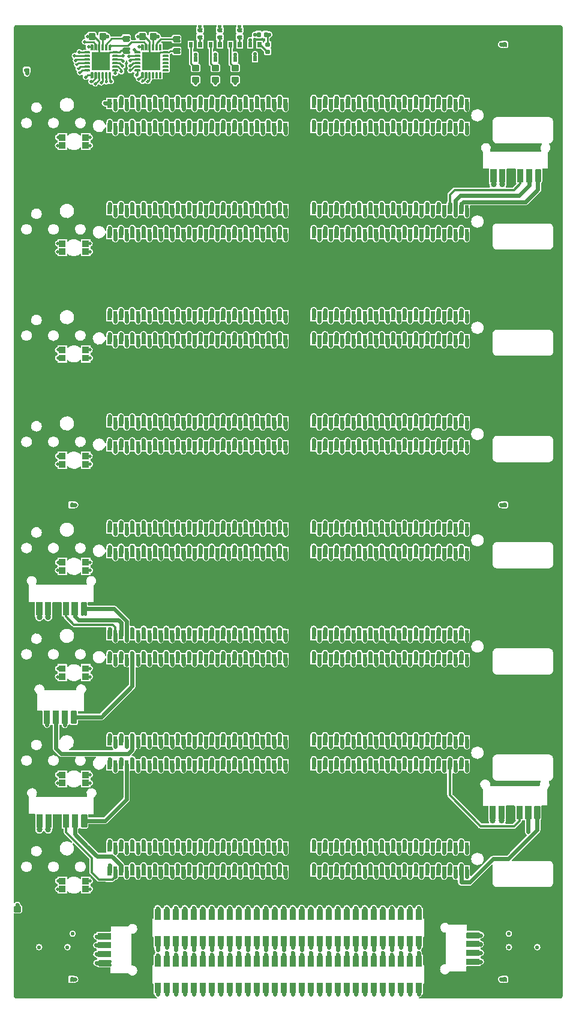
<source format=gbr>
*
%FSLAX26Y26*%
%MOIN*%
%ADD10R,0.065492X0.065492*%
%ADD11R,0.033996X0.033996*%
%ADD12C,0.179665*%
%ADD13R,0.013500X0.013500*%
%ADD14C,0.011000*%
%ADD15R,0.018200X0.018200*%
%ADD16C,0.015800*%
%ADD17C,0.022185*%
%ADD18C,0.033996*%
%ADD19C,0.026122*%
%ADD20R,0.031634X0.031634*%
%ADD21R,0.022185X0.022185*%
%ADD22R,0.013200X0.013200*%
%ADD23C,0.010600*%
%ADD24R,0.020217X0.020217*%
%ADD25R,0.035965X0.035965*%
%ADD26R,0.007300X0.007300*%
%ADD27C,0.005000*%
%ADD28R,0.098957X0.098957*%
%ADD29R,0.020100X0.020100*%
%ADD30C,0.017800*%
%ADD31C,0.018248*%
%ADD32C,0.019862*%
%ADD33C,0.010374*%
%ADD34C,0.010500*%
%ADD35C,0.014311*%
%ADD36C,0.012343*%
%ADD37C,0.020000*%
%ADD38C,0.001417*%
%ADD39C,0.005354*%
%ADD40C,0.005394*%
%ADD41C,0.005315*%
%ADD42C,0.001102*%
%ADD43C,0.001142*%
%ADD44C,0.001634*%
%ADD45C,0.001594*%
%ADD46C,0.001614*%
%ADD47C,0.001378*%
%ADD48C,0.001457*%
%ADD49C,0.001220*%
%ADD50C,0.005100*%
%ADD51C,0.005500*%
%IPPOS*%
%LNgtl.gbr*%
%LPD*%
%SRX1Y1I0J0*%
G01*
G75*
G36*
X11000Y482922D02*
G02X12538Y484834I1999J-34D01*
G01X49654Y484896D01*
G03X57445Y493173I-1084J8825D01*
G01X57468Y524033D01*
G03X49934Y532848I-8986J-53D01*
G02X48375Y535412I471J2042D01*
G03X15873Y543303I-17920J-2931D01*
G02X15027Y542978I-1327J2190D01*
G01X13496Y542907D01*
G02X11011Y544717I-462J1976D01*
G01X11012Y619565D01*
X238807D01*
G03X245052Y606430I16936J0D01*
G03X252403Y602911I9629J10676D01*
G02X253962Y602071I-76J-2008D01*
G01X254222Y601708D01*
X254352Y601694D01*
X254379Y594563D01*
X306252D01*
X306282Y604903D01*
G02X307271Y608708I3533J1113D01*
G02X310705Y608874I1773J-1072D01*
G01X314860Y605038D01*
X322463Y599971D01*
G03X340948Y594381I22826J42122D01*
G03X360823Y596796I4422J46601D01*
G01X368629Y600285D01*
X375454Y604917D01*
X380280Y609369D01*
G02X380988Y609685I1176J-1684D01*
G02X384264Y606891I142J-3151D01*
G01X384301Y594563D01*
X436169D01*
X436207Y601006D01*
G02X437776Y602849I2033J-141D01*
G01X439012Y603123D01*
X439701Y603373D01*
G03X445584Y606577I-2778J12104D01*
G03X451646Y619538I-10825J12961D01*
G01X3059782D01*
X3059778Y372061D01*
X2779741D01*
G03X2743566Y372061I-18088J0D01*
G01X2622129D01*
G03X2605458Y382112I-16227J-8064D01*
G02X2603127Y383661I-350J2001D01*
G01X2602831Y384055D01*
G03X2601721Y385407I-4525J-2583D01*
G03X2597491Y387722I-5506J-5039D01*
G01X2596637Y387928D01*
X2531517Y387992D01*
Y387983D01*
X2529821Y388050D01*
G02X2528564Y388812I335J1970D01*
G01X2527097Y391021D01*
G02X2526910Y392228I1995J927D01*
G01X2526871Y392581D01*
X2526880Y420833D01*
X2432058Y420959D01*
G02X2430865Y421663I357J1967D01*
G03X2385332Y388418I-23716J-15322D01*
G03X2391005Y383187I18692J14580D01*
G01X2391440Y382857D01*
X2394960Y380854D01*
X2395516Y380653D01*
G03X2409820Y378219I11725J25658D01*
G02X2412476Y375982I657J-1916D01*
G01X2412414Y204244D01*
G02X2409968Y202163I-2020J-104D01*
G03X2378878Y174038I-2823J-28125D01*
G01X2290131D01*
X2290132Y194894D01*
X2288923Y194636D01*
G02X2283250Y200284I-998J4671D01*
G01X2283222Y255089D01*
X2282595Y255731D01*
X2280185Y255803D01*
G02X2278529Y257636I337J1969D01*
G01X2278507Y268055D01*
G03X2273374Y279960I-19135J-1191D01*
G02X2274177Y284541I3510J1746D01*
G03X2276370Y287800I-9008J8429D01*
G03X2277815Y291257I-10602J6462D01*
G01X2278296Y293034D01*
G02X2280008Y294177I1808J-855D01*
G01X2283219Y294266D01*
X2283301Y352058D01*
G02X2288941Y355341I4719J-1622D01*
G01X2290125Y355119D01*
X2290132Y454633D01*
X2287630Y454738D01*
G02X2283250Y460257I-307J4254D01*
G01X2283220Y515732D01*
X2280065Y515819D01*
G02X2278550Y517043I338J1968D01*
G03X2242354Y517146I-18104J-2032D01*
G02X2240801Y515819I-1892J642D01*
G01X2237623Y515732D01*
X2237605Y511883D01*
G02X2234963Y510088I-2072J208D01*
G02X2233257Y511929I287J1976D01*
G01X2233245Y515732D01*
X2230065Y515819D01*
G02X2228467Y517302I338J1967D01*
G03X2192354Y517146I-18047J-2286D01*
G02X2190801Y515819I-1892J642D01*
G01X2187623Y515732D01*
X2187605Y511883D01*
G02X2184963Y510088I-2072J208D01*
G02X2183257Y511929I287J1976D01*
G01X2183244Y515735D01*
X2179748Y515820D01*
G02X2177926Y518377I252J2107D01*
G03X2150095Y528581I-17448J-4534D01*
G03X2142554Y516920I10131J-14820D01*
G02X2141095Y515819I-1800J868D01*
G01X2138622Y515755D01*
X2137619Y515415D01*
X2137605Y511883D01*
G02X2134963Y510088I-2072J208D01*
G02X2133257Y511929I287J1976D01*
G01X2133247Y516012D01*
X2132027Y515734D01*
G02X2130063Y516338I-458J2006D01*
G02X2129223Y518751I3187J2462D01*
G03X2102019Y530041I-17640J-4084D01*
G03X2092625Y516938I10734J-17614D01*
G02X2091157Y515819I-1809J850D01*
G01X2087620Y515736D01*
X2087605Y511883D01*
G02X2084963Y510088I-2072J208D01*
G02X2083257Y511929I287J1976D01*
G01X2083248Y515735D01*
X2079755Y515820D01*
G02X2077970Y518208I275J2067D01*
G03X2054067Y530686I-17488J-4367D01*
G03X2042554Y516921I6326J-16988D01*
G02X2041095Y515819I-1800J867D01*
G01X2037623Y515735D01*
X2037605Y511883D01*
G02X2034963Y510088I-2072J208D01*
G02X2033257Y511929I287J1976D01*
G01X2033244Y515732D01*
X2030065Y515819D01*
G02X2028466Y517303I338J1967D01*
G03X1992354Y517147I-18046J-2335D01*
G02X1990801Y515819I-1893J641D01*
G01X1987623Y515732D01*
X1987605Y511883D01*
G02X1984963Y510088I-2072J208D01*
G02X1983257Y511929I287J1976D01*
G01X1983244Y515735D01*
X1979748Y515820D01*
G02X1977926Y518374I252J2107D01*
G03X1971130Y528320I-16986J-4312D01*
G03X1949741Y528324I-10697J-14451D01*
G03X1942551Y516915I9972J-14255D01*
G02X1941095Y515819I-1797J873D01*
G01X1937623Y515735D01*
X1937605Y511883D01*
G02X1934963Y510088I-2072J208D01*
G02X1933257Y511929I287J1976D01*
G01X1933244Y515732D01*
X1930065Y515819D01*
G02X1928468Y517294I338J1967D01*
G03X1922469Y528578I-17176J-1895D01*
G03X1892354Y517147I-12065J-13599D01*
G02X1890801Y515819I-1893J641D01*
G01X1887623Y515732D01*
X1887605Y511883D01*
G02X1884963Y510088I-2072J208D01*
G02X1883257Y511929I287J1976D01*
G01X1883244Y515735D01*
X1879748Y515820D01*
G02X1877926Y518374I252J2107D01*
G03X1871130Y528320I-16986J-4312D01*
G03X1849741Y528324I-10697J-14451D01*
G03X1842551Y516915I9972J-14255D01*
G02X1841095Y515819I-1797J873D01*
G01X1837623Y515735D01*
X1837605Y511883D01*
G02X1834963Y510088I-2072J208D01*
G02X1833257Y511929I287J1976D01*
G01X1833244Y515732D01*
X1830065Y515819D01*
G02X1828468Y517294I338J1967D01*
G03X1822469Y528578I-17176J-1895D01*
G03X1792354Y517147I-12065J-13599D01*
G02X1790801Y515819I-1893J641D01*
G01X1787623Y515732D01*
X1787605Y511883D01*
G02X1784963Y510088I-2072J208D01*
G02X1783257Y511929I287J1976D01*
G01X1783244Y515735D01*
X1779748Y515820D01*
G02X1777926Y518374I252J2107D01*
G03X1771130Y528320I-16986J-4312D01*
G03X1749741Y528324I-10697J-14451D01*
G03X1742551Y516915I9972J-14255D01*
G02X1741095Y515819I-1797J873D01*
G01X1737623Y515735D01*
X1737605Y511883D01*
G02X1734963Y510088I-2072J208D01*
G02X1733257Y511929I287J1976D01*
G01X1733244Y515732D01*
X1730065Y515819D01*
G02X1728468Y517294I338J1967D01*
G03X1722469Y528578I-17176J-1895D01*
G03X1692354Y517147I-12065J-13599D01*
G02X1690801Y515819I-1893J641D01*
G01X1687623Y515732D01*
X1687605Y511883D01*
G02X1684963Y510088I-2072J208D01*
G02X1683257Y511929I287J1976D01*
G01X1683244Y515735D01*
X1679748Y515820D01*
G02X1677926Y518374I252J2107D01*
G03X1671130Y528320I-16986J-4312D01*
G03X1649741Y528324I-10697J-14451D01*
G03X1642551Y516915I9972J-14255D01*
G02X1641095Y515819I-1797J873D01*
G01X1637623Y515735D01*
X1637605Y511883D01*
G02X1634963Y510088I-2072J208D01*
G02X1633257Y511929I287J1976D01*
G01X1633244Y515732D01*
X1630065Y515819D01*
G02X1628468Y517294I338J1967D01*
G03X1622469Y528578I-17176J-1895D01*
G03X1592354Y517147I-12065J-13599D01*
G02X1590801Y515819I-1893J641D01*
G01X1587623Y515732D01*
X1587605Y511883D01*
G02X1584963Y510088I-2072J208D01*
G02X1583257Y511929I287J1976D01*
G01X1583244Y515735D01*
X1579748Y515820D01*
G02X1577926Y518374I252J2107D01*
G03X1571130Y528320I-16986J-4312D01*
G03X1549741Y528324I-10697J-14451D01*
G03X1542551Y516915I9972J-14255D01*
G02X1541095Y515819I-1797J873D01*
G01X1537623Y515735D01*
X1537605Y511883D01*
G02X1534963Y510088I-2072J208D01*
G02X1533257Y511929I287J1976D01*
G01X1533244Y515732D01*
X1530065Y515819D01*
G02X1528468Y517294I338J1967D01*
G03X1522469Y528578I-17176J-1895D01*
G03X1492354Y517147I-12065J-13599D01*
G02X1490801Y515819I-1893J641D01*
G01X1487623Y515732D01*
X1487605Y511883D01*
G02X1484963Y510088I-2072J208D01*
G02X1483257Y511929I287J1976D01*
G01X1483244Y515735D01*
X1479748Y515820D01*
G02X1477926Y518374I252J2107D01*
G03X1471130Y528320I-16986J-4312D01*
G03X1449741Y528324I-10697J-14451D01*
G03X1442551Y516915I9972J-14255D01*
G02X1441095Y515819I-1797J873D01*
G01X1437623Y515735D01*
X1437605Y511883D01*
G02X1434963Y510088I-2072J208D01*
G02X1433257Y511929I287J1976D01*
G01X1433244Y515732D01*
X1430065Y515819D01*
G02X1428468Y517294I338J1967D01*
G03X1422471Y528576I-17176J-1895D01*
G03X1392354Y517146I-12077J-13571D01*
G02X1390801Y515819I-1892J642D01*
G01X1387623Y515732D01*
X1387605Y511883D01*
G02X1384963Y510088I-2072J208D01*
G02X1383257Y511929I287J1976D01*
G01X1383244Y515735D01*
X1379748Y515820D01*
G02X1377926Y518380I252J2108D01*
G03X1342554Y516920I-17525J-4633D01*
G02X1341095Y515819I-1800J868D01*
G01X1337620Y515735D01*
X1337605Y511883D01*
G02X1334963Y510088I-2072J208D01*
G02X1333257Y511929I287J1976D01*
G01X1333248Y515733D01*
X1329955Y515819D01*
G02X1328354Y517312I338J1968D01*
G03X1292467Y517156I-17932J-2714D01*
G02X1290912Y515819I-1896J632D01*
G01X1287620Y515733D01*
X1287605Y511883D01*
G02X1284963Y510088I-2072J208D01*
G02X1283257Y511929I287J1976D01*
G01X1283248Y515735D01*
X1279752Y515820D01*
G02X1277956Y518266I268J2079D01*
G03X1242554Y516920I-17555J-4520D01*
G02X1241095Y515819I-1800J868D01*
G01X1237623Y515735D01*
X1237605Y511883D01*
G02X1234963Y510088I-2072J208D01*
G02X1233257Y511929I287J1976D01*
G01X1233244Y515732D01*
X1230065Y515819D01*
G02X1228466Y517302I338J1967D01*
G03X1192354Y517146I-18046J-2305D01*
G02X1190801Y515819I-1892J642D01*
G01X1187623Y515732D01*
X1187605Y511883D01*
G02X1184963Y510088I-2072J208D01*
G02X1183257Y511929I287J1976D01*
G01X1183244Y515735D01*
X1179748Y515820D01*
G02X1177926Y518374I252J2107D01*
G03X1171130Y528320I-16986J-4312D01*
G03X1149741Y528324I-10697J-14451D01*
G03X1142551Y516915I9972J-14255D01*
G02X1141095Y515819I-1797J873D01*
G01X1137623Y515735D01*
X1137605Y511883D01*
G02X1134963Y510088I-2072J208D01*
G02X1133257Y511929I287J1976D01*
G01X1133244Y515732D01*
X1130065Y515819D01*
G02X1128468Y517294I338J1967D01*
G03X1122469Y528578I-17176J-1895D01*
G03X1092354Y517147I-12065J-13599D01*
G02X1090801Y515819I-1893J641D01*
G01X1087623Y515732D01*
X1087605Y511883D01*
G02X1084963Y510088I-2072J208D01*
G02X1083257Y511929I287J1976D01*
G01X1083244Y515735D01*
X1079748Y515820D01*
G02X1077926Y518374I252J2107D01*
G03X1071130Y528320I-16986J-4312D01*
G03X1049741Y528324I-10697J-14451D01*
G03X1042551Y516915I9972J-14255D01*
G02X1041095Y515819I-1797J873D01*
G01X1037623Y515735D01*
X1037605Y511883D01*
G02X1034963Y510088I-2072J208D01*
G02X1033257Y511929I287J1976D01*
G01X1033244Y515732D01*
X1030065Y515819D01*
G02X1028468Y517294I338J1967D01*
G03X1022469Y528578I-17176J-1895D01*
G03X992354Y517147I-12065J-13599D01*
G02X990801Y515819I-1893J641D01*
G01X987623Y515732D01*
X987605Y511883D01*
G02X984963Y510088I-2072J208D01*
G02X983257Y511929I287J1976D01*
G01X983244Y515735D01*
X979748Y515820D01*
G02X977926Y518374I252J2107D01*
G03X971130Y528320I-16986J-4312D01*
G03X949741Y528324I-10697J-14451D01*
G03X942551Y516915I9972J-14255D01*
G02X941095Y515819I-1797J873D01*
G01X937623Y515735D01*
X937605Y511883D01*
G02X934963Y510088I-2072J208D01*
G02X933257Y511929I287J1976D01*
G01X933244Y515732D01*
X930065Y515819D01*
G02X928468Y517294I338J1967D01*
G03X922471Y528576I-17176J-1895D01*
G03X892354Y517147I-12068J-13595D01*
G02X890801Y515819I-1893J641D01*
G01X887623Y515732D01*
X887605Y511883D01*
G02X884963Y510088I-2072J208D01*
G02X883257Y511929I287J1976D01*
G01X883244Y515735D01*
X879748Y515820D01*
G02X877925Y518368I252J2107D01*
G03X871502Y527998I-16299J-3914D01*
G03X849288Y527940I-11070J-14265D01*
G03X842547Y516905I9419J-13330D01*
G02X841095Y515819I-1792J883D01*
G01X837620Y515735D01*
X837605Y511883D01*
G02X834963Y510088I-2072J208D01*
G02X833257Y511929I287J1976D01*
G01X833248Y515735D01*
X829752Y515820D01*
G02X827955Y518255I269J2079D01*
G03X821503Y527997I-16343J-3816D01*
G03X792554Y516921I-11127J-14287D01*
G02X791095Y515819I-1800J867D01*
G01X787646Y515735D01*
X787610Y458703D01*
G02X785168Y455281I-3917J213D01*
G02X781775Y454673I-3063J7325D01*
G01X780734Y454716D01*
X780738Y399428D01*
X697168D01*
G03X652414Y422325I-28235J-0D01*
G01X649720Y420130D01*
X646747Y416908D01*
X644016Y412786D01*
G02X642808Y412064I-1565J1246D01*
G01X550452Y411938D01*
X550422Y386777D01*
G02X545812Y381019I-4720J-946D01*
G01Y381117D01*
X509170D01*
Y381084D01*
X472044Y381022D01*
X471751Y380152D01*
X471704Y379301D01*
G02X471186Y375915I-3808J-1150D01*
G02X470057Y375295I-1476J1350D01*
G03X459796Y372061I91J-18183D01*
G01X355489D01*
G03X319314Y372061I-18088J0D01*
G01X11004D01*
X11000Y482922D01*
G37*
G36*
X11004Y372061D02*
X319314D01*
G03X355489Y372061I18088J0D01*
G01X459796D01*
G03X458516Y343136I10351J-14949D01*
G03X467576Y339096I10255J10818D01*
G01X468157Y338973D01*
X469082Y338892D01*
G02X471706Y337012I577J-1966D01*
G01X471746Y333973D01*
G02X471748Y331026I-4779J-1477D01*
G01X471710Y328358D01*
G02X469475Y326122I-2014J-222D01*
G03X451097Y307960I-215J-18162D01*
G01X323615D01*
G03X290968Y297229I-14560J-10731D01*
G01X169662D01*
G03X133488Y297229I-18087J0D01*
G01X11007D01*
X11004Y372061D01*
G37*
G36*
X11007Y297229D02*
X133488D01*
G03X169662Y297229I18087J0D01*
G01X290968D01*
G03X327142Y297229I18087J0D01*
G01X454605D01*
G03X456853Y294694I14655J10731D01*
G03X469532Y289733I12467J13179D01*
G02X471705Y287916I189J-1981D01*
G01X471744Y284769D01*
G02X471745Y281825I-4782J-1474D01*
G01X471707Y279904D01*
G02X471097Y277416I-1939J-843D01*
G02X470069Y276893I-1383J1446D01*
G03X458601Y244660I97J-18191D01*
G03X467580Y240688I10192J10904D01*
G01X468195Y240564D01*
X469128Y240485D01*
G02X471706Y238604I537J-1971D01*
G01X471756Y234539D01*
X472900Y234721D01*
G02X474868Y231464I324J-2027D01*
G01X472188Y227976D01*
G02X470657Y227527I-1294J1577D01*
G03X457677Y196357I-533J-18066D01*
G03X470787Y191326I12506J12992D01*
G02X472913Y189820I173J-2010D01*
G01X473310Y189302D01*
G03X478614Y185709I6528J3926D01*
G01X479489Y185505D01*
X544632Y185442D01*
Y185444D01*
X546344Y185384D01*
G02X547530Y184587I-448J-1947D01*
G01X547761Y184213D01*
G02X549025Y182442I-1953J-2731D01*
G01X549192Y180854D01*
X549184Y152600D01*
X644108Y152474D01*
G02X645206Y151778I-463J-1944D01*
G01X647113Y149190D01*
G03X652795Y143948I18657J14523D01*
G01X653228Y143618D01*
X655899Y142094D01*
G03X664308Y139233I11276J19355D01*
G03X666324Y195214I4602J27861D01*
G02X663594Y197400I-707J1915D01*
G01X663585Y369148D01*
G02X666115Y371334I2079J151D01*
G03X697168Y399428I2818J28094D01*
G01X780738D01*
X780742Y355384D01*
X783750Y355199D01*
G02X787625Y350782I-12J-3918D01*
G01X787645Y295145D01*
X787926Y294261D01*
X790626Y294179D01*
G02X792329Y292342I-304J-1990D01*
G01X792351Y282100D01*
G03X795142Y273129I16522J221D01*
G03X797453Y270067I12540J7061D01*
G02X797544Y266714I-3516J-1773D01*
G01X794757Y262781D01*
G03X792576Y256953I18376J-10199D01*
G02X791094Y255804I-1822J819D01*
G01X787646Y255719D01*
X787616Y200400D01*
G02X781940Y194637I-4687J-1061D01*
G01X780734Y194890D01*
X780739Y118063D01*
X370396D01*
G03X364390Y131550I-18147J-0D01*
G03X358431Y135138I-9624J-9241D01*
G03X353734Y136193I-5597J-13935D01*
G02X350839Y136870I-799J3111D01*
G03X344251Y138549I-4937J-5608D01*
G01X320238Y138482D01*
G03X316498Y136585I575J-5769D01*
G03X315475Y135228I2687J-3089D01*
G03X314608Y131860I4871J-3050D01*
G01X314607Y104176D01*
G03X314599Y103881I5048J-284D01*
G01X11015D01*
X11007Y297229D01*
G37*
G36*
X11012Y619565D02*
X11013Y744077D01*
X51321D01*
G03X111745Y744077I30212J0D01*
G01X200921D01*
G03X261345Y744077I30212J0D01*
G01X350521D01*
G03X410945Y744077I30212J0D01*
G01X430878D01*
X430893Y711521D01*
G03X433666Y704302I13148J908D01*
G01X472924Y665054D01*
G03X477985Y661560I8237J6519D01*
G01X479172Y661099D01*
X480894Y660749D01*
X560909Y660687D01*
X561905Y660826D01*
X563575Y661235D01*
X564192Y661503D01*
G03X569386Y665092I-3820J11081D01*
G01X571727Y667349D01*
G02X572798Y668411I4759J-3729D01*
G01X574870Y670457D01*
G02X575707Y670904I1318J-1461D01*
G01X576701Y671020D01*
G03X585269Y674315I-1990J17962D01*
G03X586843Y675570I-3003J5381D01*
G03X592081Y683607I-11917J13492D01*
G01X592797Y686658D01*
G02X593172Y687307I1784J-598D01*
G01X593960Y688002D01*
G02X594948Y688555I1424J-1385D01*
G01X617640Y688557D01*
X617744Y688532D01*
X617992Y688444D01*
G02X619288Y687454I-2613J-4764D01*
G02X619697Y686735I-1454J-1303D01*
G03X625459Y675741I18011J2432D01*
G03X626975Y674487I4769J4222D01*
G03X648255Y674316I10758J14575D01*
G03X655174Y684001I-10325J14690D01*
G01X655777Y686648D01*
G02X656171Y687300I1782J-632D01*
G01X656905Y687946D01*
G02X657946Y688555I1531J-1422D01*
G01X680632Y688557D01*
X680737Y688532D01*
X680984Y688444D01*
G02X682280Y687454I-2613J-4764D01*
G02X682689Y686735I-1454J-1303D01*
G03X689967Y674487I18073J2453D01*
G03X711247Y674316I10758J14575D01*
G03X718166Y684001I-10325J14690D01*
G01X718769Y686648D01*
G02X719163Y687300I1782J-632D01*
G01X719897Y687946D01*
G02X720938Y688555I1531J-1422D01*
G01X743624Y688557D01*
X743729Y688532D01*
X743976Y688444D01*
G02X745272Y687454I-2613J-4764D01*
G02X745681Y686735I-1454J-1303D01*
G03X752959Y674487I18073J2453D01*
G03X774239Y674316I10756J14313D01*
G03X781100Y683802I-10472J14798D01*
G01X781761Y686648D01*
G02X782155Y687300I1782J-632D01*
G01X782889Y687946D01*
G02X783931Y688555I1531J-1423D01*
G01X805631Y688557D01*
G02X806796Y687857I-534J-2208D01*
G02X807825Y686560I-1198J-2008D01*
G03X836211Y674314I17944J2571D01*
G03X838328Y676002I-6541J10375D01*
G03X841556Y679665I-10589J12585D01*
G03X844291Y685502I-13657J9958D01*
G02X845577Y687963I3036J-20D01*
G02X846629Y688557I1505J-1436D01*
G01X869619Y688555D01*
X869713Y688532D01*
X869960Y688444D01*
G02X871256Y687455I-2616J-4771D01*
G02X871665Y686735I-1456J-1303D01*
G01X871942Y685300D01*
G03X874238Y679628I15690J3050D01*
G03X878948Y674487I15424J9403D01*
G03X900219Y674315I10752J14348D01*
G03X907202Y684211I-10487J14811D01*
G01X907445Y685482D01*
G02X911826Y688648I3889J-768D01*
G01Y688585D01*
X930523D01*
Y688596D01*
X931609Y688558D01*
G02X932667Y687939I-438J-1962D01*
G01X934078Y686276D01*
G02X934631Y684724I-3255J-2034D01*
G03X940257Y675582I17155J4255D01*
G03X941686Y674537I5621J6188D01*
G03X961575Y674367I10069J14460D01*
G01X962264Y674798D01*
X963638Y675920D01*
G03X966546Y679075I-9082J11288D01*
G03X969330Y684048I-13799J10991D01*
G01X969679Y685143D01*
G02X970225Y686446I3462J-685D01*
G01X971604Y687988D01*
G02X972616Y688558I1387J-1280D01*
G01X994140Y688585D01*
Y688593D01*
X995592Y688557D01*
X995697Y688532D01*
X995944Y688444D01*
G02X997240Y687454I-2613J-4764D01*
G02X997649Y686735I-1454J-1303D01*
G01X997926Y685298D01*
G03X1000597Y679038I17720J3861D01*
G03X1004928Y674487I12932J7970D01*
G03X1026207Y674316I10755J14313D01*
G03X1033068Y683802I-10472J14798D01*
G01X1033730Y686648D01*
G02X1034124Y687300I1782J-632D01*
G01X1034857Y687946D01*
G02X1035899Y688555I1531J-1423D01*
G01X1057599Y688557D01*
G02X1058765Y687857I-533J-2208D01*
G02X1059794Y686560I-1198J-2008D01*
G03X1088179Y674314I17943J2571D01*
G03X1090297Y676002I-6538J10377D01*
G03X1093525Y679665I-10589J12585D01*
G03X1096260Y685502I-13657J9958D01*
G02X1097545Y687963I3036J-19D01*
G02X1098597Y688557I1505J-1436D01*
G01X1121587Y688555D01*
X1121681Y688532D01*
X1121929Y688444D01*
G02X1123225Y687454I-2613J-4764D01*
G02X1123634Y686735I-1454J-1303D01*
G01X1123910Y685298D01*
G03X1126205Y679627I15733J3067D01*
G03X1129555Y675575I12635J7035D01*
G03X1130912Y674487I4290J3961D01*
G03X1152192Y674316I10756J14342D01*
G03X1159053Y683802I-10472J14798D01*
G01X1159714Y686648D01*
G02X1160108Y687300I1782J-632D01*
G01X1160842Y687946D01*
G02X1161883Y688555I1531J-1422D01*
G01X1183583Y688557D01*
G02X1184749Y687857I-532J-2208D01*
G02X1185778Y686560I-1199J-2008D01*
G03X1214164Y674314I17944J2571D01*
G03X1216281Y676002I-6541J10375D01*
G03X1219509Y679665I-10589J12585D01*
G03X1222244Y685502I-13657J9958D01*
G02X1223529Y687963I3036J-19D01*
G02X1224581Y688557I1505J-1436D01*
G01X1247571Y688555D01*
X1247666Y688532D01*
X1247913Y688444D01*
G02X1249209Y687454I-2613J-4764D01*
G02X1249618Y686735I-1454J-1303D01*
G01X1249895Y685298D01*
G03X1252190Y679627I15733J3067D01*
G03X1255539Y675575I12636J7034D01*
G03X1256896Y674487I4290J3961D01*
G03X1274581Y672269I10788J14404D01*
G03X1278176Y674316I-7162J16758D01*
G03X1285096Y684001I-10325J14692D01*
G01X1285698Y686648D01*
G02X1286092Y687300I1782J-632D01*
G01X1286826Y687946D01*
G02X1287868Y688555I1531J-1423D01*
G01X1310553Y688557D01*
X1310658Y688532D01*
X1310905Y688444D01*
G02X1312201Y687454I-2613J-4764D01*
G02X1312610Y686735I-1454J-1303D01*
G03X1319888Y674487I18073J2453D01*
G03X1341168Y674316I10758J14575D01*
G03X1348088Y684001I-10325J14692D01*
G01X1348691Y686648D01*
G02X1349084Y687300I1783J-630D01*
G01X1349818Y687946D01*
G02X1350860Y688555I1531J-1423D01*
G01X1373567Y688557D01*
G02X1374670Y687914I-513J-2147D01*
G02X1375716Y686620I-1150J-1999D01*
G03X1382928Y674434I17933J2386D01*
G03X1393696Y670827I10798J14359D01*
G03X1404220Y674253I-67J18084D01*
G01X1404984Y674768D01*
X1405849Y675548D01*
G03X1410983Y683547I-12138J13438D01*
G01X1411699Y686661D01*
G02X1412115Y687357I1810J-610D01*
G01X1412852Y687996D01*
G02X1413846Y688555I1470J-1450D01*
G01X1436559Y688557D01*
G02X1437662Y687914I-513J-2147D01*
G02X1438708Y686620I-1150J-1999D01*
G03X1445921Y674434I17953J2399D01*
G03X1467209Y674253I10768J14446D01*
G01X1467972Y674768D01*
X1468837Y675547D01*
G03X1474108Y684007I-11829J13242D01*
G01X1474616Y686148D01*
X1474696Y686328D01*
X1475542Y687573D01*
G02X1476857Y688557I1752J-970D01*
G01X1478210Y688592D01*
Y688585D01*
X1498176D01*
Y688592D01*
X1499508Y688557D01*
G02X1500675Y687851I-519J-2175D01*
G02X1501705Y686608I-1207J-2049D01*
G03X1537707Y687612I17949J2362D01*
G01X1537777Y750792D01*
X1659171D01*
X1659103Y688683D01*
X1688519Y688555D01*
G02X1689596Y687898I-466J-1975D01*
G02X1690755Y686405I-1122J-2067D01*
G01X1691097Y684814D01*
G03X1696526Y675674I15364J2943D01*
G03X1719800Y674771I12169J13267D01*
G01X1720815Y675675D01*
G03X1726415Y685481I-10804J12672D01*
G02X1727597Y687804I2069J409D01*
G02X1730961Y688586I2293J-2239D01*
G01X1751509Y688555D01*
X1751603Y688532D01*
X1751831Y688451D01*
X1752147Y688282D01*
X1753219Y687416D01*
G02X1753724Y686446I-1739J-1522D01*
G03X1782797Y674771I17912J2569D01*
G01X1783810Y675675D01*
G03X1789407Y685482I-10773J12649D01*
G02X1790590Y687804I2069J408D01*
G02X1793953Y688586I2293J-2239D01*
G01X1814502Y688555D01*
X1814595Y688532D01*
X1814824Y688451D01*
X1815139Y688282D01*
X1816212Y687416D01*
G02X1816716Y686446I-1740J-1520D01*
G03X1845789Y674771I17912J2569D01*
G01X1846802Y675675D01*
G03X1852399Y685482I-10773J12649D01*
G02X1853582Y687804I2069J408D01*
G02X1856945Y688586I2293J-2239D01*
G01X1877494Y688555D01*
X1877587Y688532D01*
X1877816Y688451D01*
X1878131Y688282D01*
X1879204Y687416D01*
G02X1879708Y686446I-1740J-1520D01*
G03X1908782Y674771I17913J2569D01*
G01X1909794Y675675D01*
G03X1915391Y685482I-10773J12649D01*
G02X1916574Y687804I2069J408D01*
G02X1919938Y688586I2293J-2239D01*
G01X1940486Y688555D01*
X1940579Y688532D01*
X1940808Y688451D01*
X1941123Y688282D01*
X1942196Y687416D01*
G02X1942700Y686446I-1740J-1520D01*
G03X1971774Y674771I17913J2569D01*
G01X1972787Y675675D01*
G03X1978383Y685482I-10773J12647D01*
G02X1979566Y687804I2069J408D01*
G02X1982930Y688586I2293J-2239D01*
G01X2003478Y688555D01*
X2003572Y688532D01*
X2003800Y688451D01*
X2004116Y688282D01*
X2005188Y687416D01*
G02X2005692Y686446I-1740J-1520D01*
G03X2034766Y674771I17913J2569D01*
G01X2035779Y675675D01*
G03X2041375Y685482I-10773J12647D01*
G02X2042558Y687804I2069J408D01*
G02X2045922Y688586I2293J-2239D01*
G01X2066470Y688555D01*
X2066564Y688532D01*
X2066792Y688451D01*
X2067108Y688282D01*
X2068180Y687416D01*
G02X2068684Y686446I-1740J-1520D01*
G03X2097758Y674771I17913J2569D01*
G01X2098771Y675675D01*
G03X2104367Y685482I-10773J12648D01*
G02X2105550Y687804I2069J408D01*
G02X2108914Y688586I2293J-2239D01*
G01X2129462Y688555D01*
X2129556Y688532D01*
X2129784Y688451D01*
X2130100Y688282D01*
X2131172Y687416D01*
G02X2131677Y686446I-1739J-1522D01*
G03X2160750Y674771I17912J2569D01*
G01X2161763Y675675D01*
G03X2167359Y685482I-10773J12647D01*
G02X2168542Y687804I2069J408D01*
G02X2171906Y688586I2293J-2237D01*
G01X2192451Y688555D01*
X2192545Y688532D01*
X2192773Y688451D01*
X2193089Y688282D01*
X2194161Y687417D01*
G02X2194665Y686445I-1740J-1519D01*
G03X2223743Y674771I17917J2576D01*
G01X2224759Y675677D01*
G03X2230352Y685481I-10821J12670D01*
G02X2231534Y687804I2069J409D01*
G02X2234898Y688586I2293J-2239D01*
G01X2255446Y688555D01*
X2255540Y688532D01*
X2255769Y688451D01*
X2256084Y688282D01*
X2257156Y687416D01*
G02X2257661Y686446I-1739J-1522D01*
G03X2286734Y674771I17912J2569D01*
G01X2287747Y675675D01*
G03X2293344Y685482I-10773J12649D01*
G02X2294554Y687819I2070J410D01*
G02X2295724Y688554I1665J-1352D01*
G01X2316859D01*
X2316952Y688532D01*
X2317126Y688470D01*
X2318301Y687659D01*
G02X2319100Y686438I-1456J-1825D01*
G03X2348696Y674782I18085J2518D01*
G01X2349674Y675686D01*
G03X2354297Y681529I-13493J15426D01*
G03X2356018Y685576I-12211J7582D01*
G02X2359687Y688722I3669J-566D01*
G01Y688585D01*
X2380076D01*
Y688592D01*
X2381465Y688557D01*
G02X2382503Y687948I-445J-1948D01*
G02X2383634Y686507I-1030J-1973D01*
G03X2412748Y674770I17954J2558D01*
G01X2413763Y675678D01*
G03X2419364Y685481I-10782J12662D01*
G02X2420549Y687804I2071J407D01*
G02X2423908Y688586I2291J-2235D01*
G01X2444423Y688555D01*
X2444516Y688532D01*
X2444745Y688451D01*
X2445060Y688282D01*
X2446133Y687416D01*
G02X2446646Y686409I-1740J-1520D01*
G01X2446988Y684814D01*
G03X2452496Y675607I15420J2974D01*
G03X2472853Y672912I12135J13432D01*
G02X2478005Y667603I558J-4613D01*
G01X2477987Y656848D01*
G03X2483296Y644809I18336J896D01*
G01X2483917Y644284D01*
G03X2489450Y640843I9630J9315D01*
G01X2490369Y640452D01*
X2493894Y639661D01*
X2545708Y639724D01*
X2548770Y640454D01*
X2550142Y641032D01*
G03X2555238Y644389I-3898J11464D01*
G01X2666663Y755634D01*
G02X2670040Y756187I2128J-2408D01*
G02X2671600Y754246I-455J-1963D01*
G01Y652591D01*
X2672194Y648704D01*
X2672999Y646216D01*
G03X2674505Y642959I11251J3225D01*
G03X2677632Y638680I13905J6880D01*
G01X2677933Y638303D01*
X2679479Y636843D01*
X2680180Y636331D01*
G03X2688647Y632096I12666J14742D01*
G01X2691935Y631513D01*
X2987161D01*
G03X3007399Y651233I-2250J22553D01*
G01X3007540Y755937D01*
X3006970Y759829D01*
X3005717Y763603D01*
X3003812Y767117D01*
X3001383Y770175D01*
X2998705Y772588D01*
X2995330Y774731D01*
X2992079Y776103D01*
X2987811Y777081D01*
X2779074Y777330D01*
X2778981Y777348D01*
X2778233Y777705D01*
G02X2777949Y782103I2860J2393D01*
G01X2931365Y935527D01*
X2933364Y938015D01*
X2933474Y938231D01*
G03X2936400Y947839I-13430J9339D01*
G01Y1002748D01*
G02X2937323Y1004419I2001J-15D01*
G03X2940810Y1007563I-3156J7006D01*
G03X2942305Y1012933I-6726J4766D01*
G01X2942203Y1082322D01*
G02X2943385Y1084150I2015J-7D01*
G01X2944953Y1084817D01*
G02X2946734Y1085212I2025J-4918D01*
G01Y1085141D01*
X2961264D01*
Y1085176D01*
X2975444Y1085238D01*
X2975504Y1175835D01*
G02X2976245Y1177237I1993J-157D01*
G03X2983367Y1217668I-15610J23593D01*
G02X2982114Y1219658I921J1969D01*
G02X2984319Y1221996I1998J324D01*
G03X3007575Y1244922I593J22656D01*
G01X3007577Y1345259D01*
X3059794D01*
X3059782Y619538D01*
X451646D01*
G03X448504Y629348I-16887J-0D01*
G03X439692Y635645I-12687J-8440D01*
G01X438836Y635962D01*
G02X436209Y637943I-510J2056D01*
G01X436200Y644816D01*
G02X436427Y647257I2345J1013D01*
G02X437730Y648271I1772J-933D01*
G03X438551Y681168I-3703J16551D01*
G02X436207Y683167I-260J2068D01*
G01X436174Y689215D01*
X435393Y689746D01*
X384302D01*
X384267Y677066D01*
G02X383792Y676111I-1984J391D01*
G01X383198Y675474D01*
G02X380034Y675048I-1729J875D01*
G03X321992Y684022I-34807J-32939D01*
G01X315040Y679330D01*
X310414Y675047D01*
G02X306894Y676019I-1461J1568D01*
G02X306289Y677332I1391J1437D01*
G01X306249Y689746D01*
X254382D01*
X254352Y682500D01*
X254186Y682484D01*
X253922Y682146D01*
G02X252869Y681448I-1574J1231D01*
G03X251831Y648374I3171J-16653D01*
G02X253977Y647370I35J-2720D01*
G01X254238Y647050D01*
X254349Y647038D01*
Y637281D01*
X254168Y637264D01*
X253903Y636936D01*
G02X252734Y636232I-1554J1258D01*
G03X238807Y619565I3009J-16667D01*
G01X11012D01*
G37*
G36*
X11013Y744077D02*
Y830697D01*
X106419D01*
G03X166847Y830697I30214J0D01*
G01X269013D01*
G03X337286Y871066I36954J15419D01*
G01X336177Y872410D01*
G02X336201Y874810I1607J1184D01*
G02X340431Y876506I3781J-3307D01*
G02X341419Y876350I-204J-4499D01*
G02X342111Y875929I-683J-1903D01*
G01X429694Y788316D01*
G02X430858Y786419I-1310J-2109D01*
G01X430878Y744077D01*
X410945D01*
G03X350521Y744077I-30212J0D01*
G01X261345D01*
G03X200921Y744077I-30212J0D01*
G01X111745D01*
G03X51321Y744077I-30212J0D01*
G01X11013D01*
G37*
G36*
Y830697D02*
X11015Y1153299D01*
X83506D01*
G03X90517Y1134688I28210J1D01*
G01X91111Y1134096D01*
G03X93412Y1131818I14009J11849D01*
G01X94747Y1130724D01*
G02X95363Y1129407I-1368J-1442D01*
G01X95388Y1039236D01*
X95487Y1037713D01*
X126305Y1037586D01*
G02X130023Y1034843I-878J-5081D01*
G02X130168Y1034225I-1845J-759D01*
G01X130112Y959762D01*
X129737Y958499D01*
G03X141691Y930534I23033J-6692D01*
G03X151762Y927795I11182J21231D01*
G01X153474D01*
G03X163454Y930280I-682J24021D01*
G01X164146Y930699D01*
G03X167395Y932795I-5777J12521D01*
G03X174143Y940814I-14548J19091D01*
G02X174551Y941261I1653J-1098D01*
G02X180483Y940706I2660J-3547D01*
G01X181536Y938950D01*
G03X187332Y932673I20272J12904D01*
G03X190637Y930590I10840J13536D01*
G03X212412Y930279I11193J21214D01*
G01X213109Y930699D01*
G03X215859Y932363I-6847J14421D01*
G01X216358Y932788D01*
G03X221291Y937906I-10867J15411D01*
G03X225745Y952778I-19505J13944D01*
G01X225669Y954326D01*
G02X226292Y955620I1983J-158D01*
G01X226634Y955906D01*
X227331Y956780D01*
X227425Y1033603D01*
G02X231939Y1036780I4727J-1921D01*
G01X272114Y1036508D01*
G02X277554Y1033932I842J-5254D01*
G02X277800Y1033105I-1758J-973D01*
G01X277813Y957751D01*
X277907Y956174D01*
X283536Y956086D01*
X283561Y956113D01*
X286388Y956038D01*
G02X287448Y955413I-447J-1969D01*
G02X288503Y953999I-3522J-3728D01*
G02X288634Y953370I-1877J-719D01*
G01X288645Y934545D01*
G03X290306Y928572I13313J485D01*
G03X292227Y925813I9871J4825D01*
G01X335886Y882111D01*
X335992Y881965D01*
G02X334314Y876156I-4249J-1919D01*
G02X332256Y876355I-858J1868D01*
G03X322015Y882825I-26530J-30652D01*
G01X321596Y882957D01*
G03X286096Y880879I-15658J-36776D01*
G03X269013Y830697I19871J-34763D01*
G01X166847D01*
G03X106419Y830697I-30214J0D01*
G01X11013D01*
G37*
G36*
X11015Y103881D02*
X314599D01*
G03X315368Y101201I5056J0D01*
G03X316450Y99703I3646J1494D01*
G03X319213Y97955I4194J3572D01*
G01X320170Y97734D01*
X347556D01*
G03X350883Y99270I-968J6468D01*
G02X352639Y100109I1977J-1880D01*
G01Y99920D01*
G03X370396Y118063I-389J18142D01*
G01X780739D01*
X780741Y95178D01*
X781863Y95315D01*
G02X787298Y92760I686J-5598D01*
G02X787625Y91834I-2545J-1419D01*
G01X787646Y34251D01*
X790743Y34163D01*
G02X792441Y32567I-468J-2200D01*
G01X792852Y30513D01*
G03X794967Y25628I14839J3525D01*
G03X797885Y22002I11067J5919D01*
G01X798241Y21610D01*
G03X805369Y17572I12290J13384D01*
G02X806671Y11879I-2441J-3554D01*
G02X805409Y11092I-1613J1182D01*
G01X22130D01*
G02X11018Y22873I1487J12534D01*
G01X11015Y103881D01*
G37*
G36*
Y1153299D02*
Y1210052D01*
X238831D01*
G03X244983Y1197009I16902J-0D01*
G03X252415Y1193421I9772J10751D01*
G02X253939Y1192610I-144J-2109D01*
G01X254202Y1192274D01*
X254352Y1192259D01*
X254378Y1185135D01*
X306253D01*
X306282Y1197484D01*
G02X306641Y1198513I2111J-159D01*
G01X307599Y1199579D01*
G02X310439Y1199723I1494J-1397D01*
G03X322065Y1190734I35094J33375D01*
G01X323057Y1190230D01*
G03X337021Y1185520I19088J33536D01*
G01X338729Y1185203D01*
X345245Y1184756D01*
X353431Y1185518D01*
G03X366785Y1189880I-5913J40724D01*
G01X368658Y1190876D01*
X375454Y1195488D01*
X380237Y1199909D01*
G02X380935Y1200242I1201J-1618D01*
G02X384264Y1197400I-341J-3770D01*
G01X384299Y1186024D01*
X384613Y1185136D01*
X429996Y1185011D01*
X430082Y1184991D01*
X431004Y1184639D01*
X431397Y1184837D01*
G02X432857Y1185071I1100J-2190D01*
G01X436180Y1185161D01*
X436201Y1189853D01*
G02X436427Y1192358I2388J1047D01*
G02X437701Y1193369I1775J-929D01*
G03X451474Y1210021I-3180J16652D01*
G01X619696D01*
X619698Y1128514D01*
G02X619058Y1127089I-2020J51D01*
G01X510392Y1018425D01*
G02X509382Y1017938I-1312J1430D01*
G01X426934Y1017934D01*
G02X425861Y1018469I320J1985D01*
G01X424692Y1019698D01*
G02X424243Y1020858I1529J1259D01*
G01X424271Y1032623D01*
G02X425246Y1034031I1978J-328D01*
G01X426636Y1034936D01*
G02X427916Y1035346I1349J-2009D01*
G01X454651Y1035410D01*
X454854Y1036365D01*
X454880Y1126741D01*
G02X455783Y1128318I1999J-97D01*
G03X460276Y1131355I-10131J19830D01*
G01X460823Y1131747D01*
X461407Y1132321D01*
G03X465233Y1136460I-18804J21220D01*
G03X447762Y1181018I-22690J16807D01*
G01X447190Y1181147D01*
G03X438465Y1181211I-4568J-28054D01*
G03X426318Y1176420I4015J-27973D01*
G01X426077Y1176210D01*
G03X417180Y1140886I16459J-22928D01*
G01X417800Y1139628D01*
X419294Y1137161D01*
G02X418408Y1134575I-1828J-819D01*
G01X416929Y1133866D01*
G02X416397Y1133701I-818J1697D01*
G01X138013D01*
X137706Y1133775D01*
X135909Y1134629D01*
G02X135220Y1137369I1027J1715D01*
G03X95130Y1176117I-23403J15900D01*
G03X83506Y1153299I16586J-22819D01*
G01X11015D01*
G37*
G36*
Y1210052D02*
X11016Y1334586D01*
X51321D01*
G03X111745Y1334586I30212J0D01*
G01X200921D01*
G03X261345Y1334586I30212J0D01*
G01X350515D01*
G03X407469Y1348583I30196J2D01*
G01X406913Y1349663D01*
X404993Y1352614D01*
G02X405612Y1355295I1743J1010D01*
G02X406585Y1355826I1460J-1518D01*
G01X466630Y1355825D01*
G02X467664Y1355217I-445J-1940D01*
G01X469154Y1353127D01*
X469264Y1352920D01*
G02X468348Y1350294I-1858J-825D01*
G03X462925Y1346861I14818J-29408D01*
G03X451181Y1307015I21182J-27897D01*
G03X466295Y1288698I33013J11847D01*
G03X475689Y1284885I16569J27344D01*
G03X478747Y1284240I4538J13944D01*
G01X480498Y1283983D01*
X484854Y1283792D01*
G03X491441Y1284558I-326J31507D01*
G01X492135Y1284689D01*
X492767Y1284892D01*
G03X515718Y1303392I-8495J34025D01*
G03X518010Y1309265I-27194J13997D01*
G01X518557Y1311242D01*
G02X520859Y1312411I1865J-822D01*
G02X524198Y1310843I-382J-5153D01*
G02X525208Y1308989I-2131J-2363D01*
G01X525294Y1279192D01*
X554719Y1279064D01*
G02X555757Y1278459I-482J-2020D01*
G02X556886Y1276972I-1142J-2039D01*
G01X557514Y1274210D01*
X557981Y1272997D01*
G03X562709Y1266137I15532J5646D01*
G03X575485Y1261461I12141J13381D01*
G03X586983Y1266194I-711J18060D01*
G03X592529Y1275808I-12105J13390D01*
G02X593736Y1278370I3120J95D01*
G01X594189Y1278757D01*
G02X594891Y1279067I1095J-1530D01*
G01X617180Y1279064D01*
G02X618293Y1278371I-493J-2032D01*
G01X619263Y1277367D01*
G02X619695Y1276217I-1547J-1237D01*
G01X619696Y1210021D01*
X451474D01*
G03X438446Y1226513I-16953J-0D01*
G02X436208Y1228458I-184J2048D01*
G01X436200Y1235316D01*
G02X436436Y1237783I2500J1006D01*
G02X437717Y1238781I1765J-944D01*
G03X438363Y1271732I-3684J16554D01*
G02X436208Y1273682I-109J2045D01*
G01X436174Y1279576D01*
X435649Y1280317D01*
X384824D01*
X384298Y1279575D01*
X384263Y1267841D01*
G02X383531Y1266418I-1997J127D01*
G02X380132Y1265604I-1987J792D01*
G03X336910Y1279867I-34832J-32932D01*
G03X321976Y1274593I8108J-46741D01*
G01X315021Y1269892D01*
X314683Y1269557D01*
X313891Y1268941D01*
X310404Y1265610D01*
G02X306895Y1266590I-1453J1570D01*
G02X306289Y1267903I1390J1438D01*
G01X306254Y1279575D01*
X305727Y1280317D01*
X254902D01*
X254376Y1279575D01*
X254352Y1273064D01*
X254215Y1273050D01*
X253953Y1272697D01*
G02X252870Y1271958I-1605J1189D01*
G03X251722Y1238923I3198J-16649D01*
G02X254349Y1236749I492J-2079D01*
G01X254346Y1228620D01*
G02X252706Y1226680I-2001J29D01*
G03X238831Y1210052I3027J-16628D01*
G01X11015D01*
G37*
G36*
X11016Y1334586D02*
X11017Y1421300D01*
X106421D01*
G03X166845Y1421300I30212J0D01*
G01X226731D01*
X226732Y1403463D01*
G03X229368Y1394268I18055J201D01*
G03X231743Y1391094I12537J6905D01*
G01X262417Y1360516D01*
G03X266556Y1357741I9308J9410D01*
G03X272917Y1355949I8007J16237D01*
G01X354813Y1355825D01*
G02X355802Y1355271I-438J-1941D01*
G02X356400Y1352498I-1102J-1689D01*
G03X350515Y1334586I24311J-17910D01*
G01X261345D01*
G03X200921Y1334586I-30212J0D01*
G01X111745D01*
G03X51321Y1334586I-30212J0D01*
G01X11016D01*
G37*
G36*
X11017Y1421300D02*
X11019Y1800653D01*
X238809D01*
G03X244979Y1787573I16950J0D01*
G03X252407Y1783993I9770J10776D01*
G02X253939Y1783183I-131J-2102D01*
G01X254202Y1782845D01*
X254352Y1782830D01*
X254379Y1775644D01*
X306253D01*
X306282Y1787932D01*
G02X306763Y1789132I2114J-151D01*
G02X310378Y1790277I2148J-503D01*
G01X314921Y1786059D01*
X322320Y1781116D01*
G03X340915Y1775462I22948J42068D01*
G01X345243Y1775252D01*
X353028Y1775903D01*
X361005Y1777935D01*
X368405Y1781241D01*
X375453Y1785997D01*
X380282Y1790453D01*
G02X380983Y1790766I1174J-1688D01*
G02X384264Y1787973I146J-3152D01*
G01X384299Y1775644D01*
X436173D01*
X436199Y1782831D01*
X436350Y1782846D01*
X436613Y1783191D01*
G02X437793Y1783936I1591J-1213D01*
G03X451666Y1800593I-3063J16657D01*
G01X651199D01*
X651203Y1757951D01*
G02X651072Y1756464I-4473J-356D01*
G02X650626Y1755759I-1879J695D01*
G01X489880Y1595066D01*
X489683Y1594937D01*
X489534Y1594859D01*
X489313Y1594770D01*
X489018Y1594700D01*
X369945Y1594697D01*
G02X368924Y1595183I308J1962D01*
G01X367847Y1596293D01*
G02X367401Y1596992I2289J1952D01*
G02X367265Y1597613I1853J731D01*
G01X367252Y1606681D01*
G02X370534Y1610309I4439J-718D01*
G01X371782Y1610368D01*
Y1610335D01*
X400129D01*
Y1611085D01*
X400167Y1611148D01*
X400190Y1704984D01*
G02X400974Y1706429I1998J-149D01*
G01X403387Y1708196D01*
X405499Y1710167D01*
G03X408846Y1714123I-19909J20238D01*
G03X357458Y1727058I-23306J15956D01*
G02X355806Y1724832I-1985J-253D01*
G01X183119Y1724830D01*
G02X181441Y1726831I355J2001D01*
G01X181590Y1729820D01*
G03X133819Y1709646I-28269J294D01*
G01X134167Y1709375D01*
X134902Y1708667D01*
G03X139722Y1705322I18593J21647D01*
G02X140670Y1703744I-1052J-1706D01*
G01X140707Y1613137D01*
X140803Y1611677D01*
X167644Y1611549D01*
G02X171616Y1608274I-865J-5096D01*
G01Y1534454D01*
X171697Y1532944D01*
X175162Y1532860D01*
G02X177400Y1531245I262J-1995D01*
G01X177657Y1529544D01*
X177794Y1529034D01*
G03X183326Y1519551I17737J3992D01*
G03X196094Y1514821I12241J13444D01*
G03X207732Y1519551I-599J18156D01*
G03X213250Y1528974I-12196J13469D01*
G01X213709Y1531447D01*
X213786Y1531653D01*
X213894Y1531866D01*
X213998Y1532026D01*
X214132Y1532191D01*
X214305Y1532362D01*
X214456Y1532481D01*
X214662Y1532611D01*
X214820Y1532688D01*
X215066Y1532776D01*
X215169Y1532801D01*
X218350Y1532922D01*
X218356Y1532890D01*
X222100D01*
Y1532921D01*
X225172Y1532800D01*
G02X226725Y1530997I-434J-1944D01*
G01X226731Y1421300D01*
X166845D01*
G03X106421Y1421300I-30212J0D01*
G01X11017D01*
G37*
G36*
X11019Y1800653D02*
X11020Y1925220D01*
X51321D01*
G03X111745Y1925220I30212J0D01*
G01X200921D01*
G03X261345Y1925220I30212J0D01*
G01X350521D01*
G03X410945Y1925220I30212J0D01*
G01X452871D01*
G03X452019Y1923404I31349J-15815D01*
G03X451158Y1897673I32208J-13958D01*
G03X453402Y1892607I29466J10022D01*
G03X459088Y1884923I30667J16747D01*
G03X465811Y1879549I25011J24397D01*
G03X474199Y1875763I18565J29947D01*
G01X475469Y1875463D01*
G03X477400Y1875006I2894J7918D01*
G03X479012Y1874745I1742J5648D01*
G01X482116Y1874364D01*
X485472Y1874332D01*
G03X488925Y1874629I-841J29989D01*
G01X489469Y1874749D01*
X490563Y1874874D01*
X494272Y1875765D01*
G03X502655Y1879549I-10170J33708D01*
G03X509200Y1884742I-18398J29908D01*
G03X515715Y1893894I-25013J24700D01*
G03X518477Y1901563I-31401J15641D01*
G02X520745Y1902981I1941J-582D01*
G02X525208Y1899562I-122J-4781D01*
G01X525294Y1869764D01*
X554690Y1869636D01*
G02X555687Y1869075I-439J-1947D01*
G01X556257Y1868590D01*
G02X556895Y1867492I-1355J-1522D01*
G01X557229Y1865917D01*
G03X557638Y1864487I5541J811D01*
G03X563731Y1855815I16770J5306D01*
G01X563977Y1855670D01*
G03X584759Y1855015I10850J14247D01*
G01X585458Y1855561D01*
G03X586904Y1856710I-3107J5394D01*
G03X590571Y1861265I-10677J12349D01*
G03X592502Y1866360I-15502J8789D01*
G02X593475Y1868462I4351J-738D01*
G02X594918Y1869638I1855J-802D01*
G01X596284Y1869673D01*
Y1869667D01*
X616311D01*
Y1869673D01*
X617674Y1869638D01*
G02X618744Y1869014I-488J-2067D01*
G02X619886Y1867493I-903J-1868D01*
G01X620237Y1865858D01*
G03X621827Y1861629I14918J3195D01*
G03X625627Y1856767I15110J7894D01*
G01X626719Y1855816D01*
X626967Y1855670D01*
G03X643733Y1853031I10861J14423D01*
G01X646211Y1854060D01*
G02X651193Y1850795I588J-4537D01*
G01X651199Y1800593D01*
X451666D01*
G03X438351Y1817137I-16936J-0D01*
G02X436599Y1818012I67J2325D01*
G01X436336Y1818341D01*
X436203Y1818354D01*
Y1828244D01*
X436339Y1828258D01*
X436601Y1828608D01*
G02X437540Y1829298I1603J-1197D01*
G03X438558Y1862250I-3539J16601D01*
G02X436207Y1864248I-268J2066D01*
G01X436169Y1870765D01*
X384300D01*
X384268Y1858242D01*
G02X383659Y1857106I-1992J337D01*
G02X380090Y1856123I-2083J592D01*
G01X374585Y1861108D01*
X367429Y1865660D01*
G03X353493Y1870379I-19610J-34974D01*
G03X321986Y1865103I-8291J-47203D01*
G01X315040Y1860412D01*
X310826Y1856556D01*
G02X307502Y1856424I-1707J1059D01*
G01X306730Y1857291D01*
G02X306289Y1858413I1551J1257D01*
G01X306254Y1870154D01*
X305639Y1870827D01*
X254991D01*
X254377Y1870156D01*
X254348Y1866084D01*
G02X254085Y1863480I-3058J-1006D01*
G02X252864Y1862529I-1744J980D01*
G03X251838Y1829455I3218J-16653D01*
G02X253977Y1828453I38J-2704D01*
G01X254238Y1828131D01*
X254349Y1828119D01*
Y1818362D01*
X254167Y1818345D01*
X253902Y1818018D01*
G02X252949Y1817369I-1555J1258D01*
G03X238809Y1800653I2811J-16716D01*
G01X11019D01*
G37*
G36*
X11020Y1925220D02*
Y1968515D01*
X2551500D01*
G03X2621766Y1968515I35133J0D01*
G01X3059805D01*
X3059804Y1935831D01*
X3007578D01*
G03X2986813Y1958283I-22655J-124D01*
G01X2692320Y1958287D01*
X2688510Y1957636D01*
G03X2681862Y1954704I5704J-21937D01*
G01X2678643Y1952170D01*
X2676039Y1949240D01*
X2673986Y1945920D01*
X2672526Y1942275D01*
X2671707Y1938356D01*
X2671608Y1870162D01*
X2545654D01*
G03X2545650Y1870522I-18102J-23D01*
G01X2545622Y1933400D01*
X2516246Y1933529D01*
G02X2515423Y1933877I347J1968D01*
G01X2514569Y1934588D01*
G02X2513977Y1935610I1368J1475D01*
G01X2513609Y1937318D01*
G03X2508363Y1946273I-16253J-3507D01*
G03X2478363Y1936770I-12294J-13293D01*
G02X2474583Y1933375I-3833J466D01*
G01Y1933498D01*
X2454551D01*
Y1933359D01*
G02X2451310Y1934890I91J4389D01*
G02X2450986Y1935605I1622J1166D01*
G01X2450609Y1937343D01*
G03X2445369Y1946274I-15914J-3334D01*
G03X2415370Y1936770I-12293J-13294D01*
G02X2411591Y1933375I-3833J466D01*
G01Y1933498D01*
X2391559D01*
Y1933359D01*
G02X2388317Y1934890I90J4389D01*
G02X2387994Y1935605I1623J1163D01*
G01X2387617Y1937343D01*
G03X2382377Y1946274I-15914J-3334D01*
G03X2352378Y1936770I-12293J-13294D01*
G02X2348599Y1933375I-3833J466D01*
G01Y1933498D01*
X2328567D01*
Y1933359D01*
G02X2325325Y1934890I90J4389D01*
G02X2325002Y1935605I1623J1164D01*
G01X2324625Y1937343D01*
G03X2319385Y1946274I-15914J-3334D01*
G03X2289386Y1936770I-12293J-13294D01*
G02X2285606Y1933375I-3833J466D01*
G01Y1933498D01*
X2265575D01*
Y1933359D01*
G02X2262333Y1934890I90J4389D01*
G02X2262010Y1935605I1623J1163D01*
G01X2261632Y1937343D01*
G03X2256393Y1946274I-15914J-3333D01*
G03X2226394Y1936770I-12293J-13294D01*
G02X2222614Y1933375I-3833J466D01*
G01Y1933498D01*
X2202582D01*
Y1933359D01*
G02X2199341Y1934890I91J4389D01*
G02X2199018Y1935605I1623J1163D01*
G01X2198640Y1937343D01*
G03X2193401Y1946274I-15914J-3333D01*
G03X2163402Y1936770I-12293J-13294D01*
G02X2159622Y1933375I-3833J466D01*
G01Y1933498D01*
X2139590D01*
Y1933359D01*
G02X2136349Y1934890I91J4389D01*
G02X2136025Y1935605I1622J1166D01*
G01X2135648Y1937343D01*
G03X2130409Y1946274I-15914J-3333D01*
G03X2100410Y1936770I-12293J-13294D01*
G02X2096630Y1933375I-3833J466D01*
G01Y1933498D01*
X2076598D01*
Y1933359D01*
G02X2073357Y1934890I91J4389D01*
G02X2073033Y1935605I1622J1166D01*
G01X2072656Y1937343D01*
G03X2067417Y1946274I-15914J-3333D01*
G03X2037418Y1936770I-12293J-13294D01*
G02X2033638Y1933375I-3833J466D01*
G01Y1933498D01*
X2013606D01*
Y1933359D01*
G02X2010365Y1934890I91J4389D01*
G02X2010041Y1935605I1622J1166D01*
G01X2009664Y1937343D01*
G03X2004425Y1946274I-15914J-3333D01*
G03X1974425Y1936770I-12294J-13294D01*
G02X1970646Y1933375I-3833J466D01*
G01Y1933498D01*
X1950614D01*
Y1933359D01*
G02X1947373Y1934890I91J4389D01*
G02X1947049Y1935605I1622J1166D01*
G01X1946672Y1937343D01*
G03X1941432Y1946274I-15914J-3334D01*
G03X1911433Y1936770I-12293J-13294D01*
G02X1907654Y1933375I-3833J466D01*
G01Y1933498D01*
X1887622D01*
Y1933359D01*
G02X1884380Y1934890I90J4389D01*
G02X1884057Y1935605I1623J1163D01*
G01X1883680Y1937343D01*
G03X1878440Y1946274I-15914J-3334D01*
G03X1848441Y1936770I-12293J-13294D01*
G02X1844662Y1933375I-3833J466D01*
G01Y1933498D01*
X1824630D01*
Y1933359D01*
G02X1821388Y1934890I90J4389D01*
G02X1821065Y1935605I1623J1164D01*
G01X1820688Y1937343D01*
G03X1815448Y1946274I-15914J-3334D01*
G03X1785449Y1936770I-12293J-13294D01*
G02X1781669Y1933375I-3833J466D01*
G01Y1933498D01*
X1761638D01*
Y1933359D01*
G02X1758396Y1934890I90J4389D01*
G02X1758073Y1935605I1623J1163D01*
G01X1757695Y1937343D01*
G03X1752456Y1946274I-15914J-3333D01*
G03X1722457Y1936770I-12293J-13294D01*
G02X1718677Y1933375I-3833J466D01*
G01Y1933498D01*
X1698642D01*
Y1933360D01*
G02X1695404Y1934890I94J4390D01*
G02X1695088Y1935575I1622J1164D01*
G03X1659098Y1934013I-17919J-2523D01*
G01X1507355D01*
G02X1506446Y1934868I3025J4127D01*
G02X1506102Y1935620I1621J1196D01*
G01X1505738Y1937307D01*
G03X1500491Y1946271I-17175J-4036D01*
G03X1494820Y1949814I-12271J-13331D01*
G03X1488776Y1951102I-6401J-15212D01*
G03X1481558Y1949814I-536J-17868D01*
G03X1476167Y1946521I5571J-15179D01*
G03X1470495Y1936806I11603J-13288D01*
G02X1469913Y1935229I-4924J921D01*
G01X1469171Y1934185D01*
G02X1468663Y1933766I-1506J1308D01*
G02X1466709Y1933498I-1349J2577D01*
G01X1446677D01*
Y1933492D01*
X1445412Y1933526D01*
G02X1444666Y1933806I282J1886D01*
G02X1443453Y1934868I3359J5061D01*
G02X1443110Y1935619I1612J1190D01*
G01X1442730Y1937369D01*
G03X1431828Y1949814I-17356J-4206D01*
G03X1418566Y1949814I-6631J-16512D01*
G03X1413175Y1946521I5571J-15179D01*
G03X1407503Y1936806I11603J-13288D01*
G02X1406921Y1935229I-4924J921D01*
G01X1406179Y1934185D01*
G02X1405671Y1933766I-1506J1308D01*
G02X1403717Y1933498I-1349J2577D01*
G01X1383685D01*
Y1933492D01*
X1382420Y1933526D01*
G02X1381674Y1933806I282J1886D01*
G02X1380461Y1934868I3359J5061D01*
G02X1380118Y1935619I1612J1190D01*
G01X1379738Y1937369D01*
G03X1368836Y1949814I-17356J-4206D01*
G03X1355574Y1949814I-6631J-16512D01*
G03X1350183Y1946521I5571J-15179D01*
G03X1344511Y1936806I11603J-13287D01*
G02X1343929Y1935229I-4924J921D01*
G01X1343187Y1934185D01*
G02X1342679Y1933766I-1506J1308D01*
G02X1340725Y1933498I-1349J2577D01*
G01X1320693D01*
Y1933492D01*
X1319428Y1933526D01*
G02X1318682Y1933806I282J1886D01*
G02X1317469Y1934868I3359J5061D01*
G02X1317126Y1935619I1612J1190D01*
G01X1316745Y1937369D01*
G03X1305844Y1949814I-17356J-4206D01*
G03X1292582Y1949814I-6631J-16512D01*
G03X1287190Y1946521I5569J-15180D01*
G03X1281519Y1936806I11604J-13286D01*
G02X1280937Y1935229I-4924J921D01*
G01X1280195Y1934185D01*
G02X1279686Y1933766I-1505J1309D01*
G02X1277732Y1933498I-1349J2577D01*
G01X1257701D01*
Y1933492D01*
X1256435Y1933526D01*
G02X1255689Y1933806I282J1886D01*
G02X1254477Y1934868I3361J5059D01*
G02X1254134Y1935619I1612J1190D01*
G01X1253753Y1937369D01*
G03X1242851Y1949814I-17356J-4206D01*
G03X1229590Y1949814I-6631J-16512D01*
G03X1224198Y1946521I5569J-15180D01*
G03X1218527Y1936806I11603J-13286D01*
G02X1217945Y1935229I-4924J921D01*
G01X1217203Y1934185D01*
G02X1216694Y1933766I-1505J1309D01*
G02X1214740Y1933498I-1349J2577D01*
G01X1194709D01*
Y1933492D01*
X1193443Y1933526D01*
G02X1192697Y1933806I282J1886D01*
G02X1191485Y1934868I3361J5059D01*
G02X1191142Y1935619I1612J1190D01*
G01X1190761Y1937369D01*
G03X1179859Y1949814I-17356J-4206D01*
G03X1166597Y1949814I-6631J-16512D01*
G03X1161206Y1946521I5571J-15179D01*
G03X1155535Y1936806I11604J-13286D01*
G02X1154953Y1935229I-4924J921D01*
G01X1154211Y1934185D01*
G02X1153702Y1933766I-1505J1309D01*
G02X1151748Y1933498I-1349J2577D01*
G01X1131716D01*
Y1933492D01*
X1130451Y1933526D01*
G02X1129705Y1933806I282J1886D01*
G02X1128493Y1934868I3361J5059D01*
G02X1128149Y1935619I1611J1192D01*
G01X1127769Y1937369D01*
G03X1116867Y1949814I-17356J-4206D01*
G03X1103605Y1949814I-6631J-16512D01*
G03X1098214Y1946521I5571J-15179D01*
G03X1092543Y1936806I11604J-13286D01*
G02X1091961Y1935229I-4924J921D01*
G01X1091219Y1934185D01*
G02X1090710Y1933766I-1505J1309D01*
G02X1088756Y1933498I-1349J2577D01*
G01X1068724D01*
Y1933492D01*
X1067459Y1933526D01*
G02X1066713Y1933806I282J1886D01*
G02X1065501Y1934868I3361J5059D01*
G02X1065157Y1935619I1611J1192D01*
G01X1064777Y1937369D01*
G03X1053875Y1949814I-17356J-4206D01*
G03X1040613Y1949814I-6631J-16512D01*
G03X1035222Y1946521I5571J-15179D01*
G03X1029550Y1936806I11603J-13288D01*
G02X1028968Y1935229I-4924J921D01*
G01X1028227Y1934185D01*
G02X1027718Y1933766I-1505J1309D01*
G02X1025764Y1933498I-1349J2577D01*
G01X1005732D01*
Y1933492D01*
X1004467Y1933526D01*
G02X1003721Y1933806I282J1886D01*
G02X1002508Y1934868I3359J5061D01*
G02X1002165Y1935619I1612J1190D01*
G01X1001785Y1937369D01*
G03X990883Y1949814I-17356J-4206D01*
G03X977621Y1949814I-6631J-16512D01*
G03X972230Y1946521I5571J-15179D01*
G03X966558Y1936806I11603J-13288D01*
G02X965976Y1935229I-4924J921D01*
G01X965234Y1934185D01*
G02X964726Y1933766I-1506J1308D01*
G02X962772Y1933498I-1349J2577D01*
G01X942740D01*
Y1933492D01*
X941475Y1933526D01*
G02X940729Y1933806I282J1886D01*
G02X939516Y1934868I3359J5061D01*
G02X939173Y1935619I1612J1190D01*
G01X938793Y1937369D01*
G03X927891Y1949814I-17356J-4206D01*
G03X914629Y1949814I-6631J-16512D01*
G03X909238Y1946521I5571J-15179D01*
G03X903566Y1936806I11603J-13287D01*
G02X902984Y1935229I-4924J921D01*
G01X902242Y1934185D01*
G02X901734Y1933766I-1506J1308D01*
G02X899780Y1933498I-1349J2577D01*
G01X879748D01*
Y1933492D01*
X878483Y1933526D01*
G02X877737Y1933806I282J1886D01*
G02X876524Y1934868I3359J5061D01*
G02X876181Y1935619I1612J1190D01*
G01X875801Y1937369D01*
G03X864899Y1949814I-17356J-4206D01*
G03X851637Y1949814I-6631J-16512D01*
G03X846246Y1946521I5571J-15179D01*
G03X840574Y1936806I11603J-13287D01*
G02X839992Y1935229I-4924J921D01*
G01X839250Y1934185D01*
G02X838742Y1933766I-1506J1308D01*
G02X836788Y1933498I-1349J2577D01*
G01X816756D01*
Y1933492D01*
X815491Y1933526D01*
G02X814745Y1933806I282J1886D01*
G02X813532Y1934868I3359J5061D01*
G02X813189Y1935619I1612J1190D01*
G01X812808Y1937369D01*
G03X801907Y1949814I-17356J-4206D01*
G03X788645Y1949814I-6631J-16512D01*
G03X783253Y1946521I5569J-15180D01*
G03X777582Y1936806I11604J-13286D01*
G02X777000Y1935229I-4924J921D01*
G01X776258Y1934185D01*
G02X775749Y1933766I-1505J1309D01*
G02X773795Y1933498I-1349J2577D01*
G01X753764D01*
Y1933492D01*
X752498Y1933526D01*
G02X751752Y1933806I282J1886D01*
G02X750540Y1934868I3361J5059D01*
G02X750197Y1935619I1612J1190D01*
G01X749816Y1937369D01*
G03X738914Y1949814I-17356J-4206D01*
G03X725653Y1949814I-6631J-16512D01*
G03X720261Y1946521I5569J-15180D01*
G03X714590Y1936806I11603J-13286D01*
G02X714008Y1935229I-4924J921D01*
G01X713266Y1934185D01*
G02X712757Y1933766I-1505J1309D01*
G02X710803Y1933498I-1349J2577D01*
G01X690772D01*
Y1933492D01*
X689506Y1933526D01*
G02X688760Y1933806I282J1886D01*
G02X687548Y1934868I3361J5059D01*
G02X687205Y1935619I1612J1190D01*
G01X686824Y1937369D01*
G03X675922Y1949814I-17356J-4206D01*
G03X662660Y1949814I-6631J-16512D01*
G03X657269Y1946521I5571J-15179D01*
G03X651598Y1936806I11604J-13286D01*
G02X651016Y1935229I-4924J921D01*
G01X650274Y1934185D01*
G02X649765Y1933766I-1505J1309D01*
G02X647811Y1933498I-1349J2577D01*
G01X627779D01*
Y1933492D01*
X626514Y1933526D01*
G02X625768Y1933806I282J1886D01*
G02X624556Y1934868I3361J5059D01*
G02X624212Y1935619I1611J1192D01*
G01X623832Y1937369D01*
G03X612930Y1949814I-17356J-4206D01*
G03X599668Y1949814I-6631J-16508D01*
G03X594277Y1946521I5571J-15179D01*
G03X588606Y1936806I11506J-13229D01*
G02X588024Y1935229I-4924J921D01*
G01X587282Y1934185D01*
G02X586773Y1933766I-1505J1309D01*
G02X584819Y1933498I-1349J2577D01*
G01X564787D01*
Y1933492D01*
X563522Y1933526D01*
G02X562776Y1933806I282J1886D01*
G02X561564Y1934868I3361J5059D01*
G02X561220Y1935619I1611J1192D01*
G01X560840Y1937369D01*
G03X549938Y1949814I-17363J-4212D01*
G03X536676Y1949814I-6631J-16508D01*
G03X531284Y1946520I5569J-15175D01*
G03X527492Y1941811I11036J-12768D01*
G01X527219Y1941205D01*
G03X525213Y1933108I16048J-8273D01*
G01X525214Y1919477D01*
G02X524605Y1917957I-2394J77D01*
G02X521343Y1915971I-4109J3078D01*
G02X519807Y1915989I-735J2841D01*
G02X518412Y1917551I598J1938D01*
G03X516047Y1924337I-34173J-8104D01*
G01X515688Y1924992D01*
G03X512694Y1930007I-31695J-15521D01*
G03X503319Y1938927I-28486J-20553D01*
G01X502922Y1939129D01*
G03X484690Y1944570I-18783J-29671D01*
G03X466427Y1939718I-464J-35049D01*
G01X466061Y1939448D01*
G03X452871Y1925220I18153J-30057D01*
G01X410945D01*
G03X350521Y1925220I-30212J0D01*
G01X261345D01*
G03X200921Y1925220I-30212J0D01*
G01X111745D01*
G03X51321Y1925220I-30212J0D01*
G01X11020D01*
G37*
G36*
Y1968515D02*
Y2011809D01*
X106421D01*
G03X166845Y2011809I30212J0D01*
G01X268965D01*
G03X345978Y2027205I36968J15396D01*
G01X525235D01*
X525246Y2003629D01*
X554667Y2003500D01*
G02X555890Y2002727I-627J-2346D01*
G02X556889Y2001399I-965J-1765D01*
G03X592549Y2000414I17916J2607D01*
G02X593722Y2002752I2067J426D01*
G02X597082Y2003531I2285J-2220D01*
G01X617676Y2003500D01*
X617769Y2003478D01*
X617944Y2003416D01*
X619081Y2002631D01*
G02X619875Y2001391I-1387J-1762D01*
G03X655541Y2000414I17918J2622D01*
G02X656714Y2002752I2068J426D01*
G02X660074Y2003531I2285J-2220D01*
G01X680668Y2003500D01*
X680762Y2003478D01*
X680936Y2003416D01*
X682073Y2002631D01*
G02X682868Y2001391I-1386J-1763D01*
G03X718533Y2000414I17918J2622D01*
G02X719706Y2002752I2068J426D01*
G02X723067Y2003531I2285J-2220D01*
G01X743660Y2003500D01*
X743754Y2003478D01*
X743928Y2003416D01*
X745065Y2002631D01*
G02X745860Y2001391I-1386J-1763D01*
G03X781525Y2000414I17918J2622D01*
G02X782698Y2002752I2068J426D01*
G02X786059Y2003531I2285J-2220D01*
G01X806652Y2003500D01*
X806746Y2003478D01*
X806921Y2003416D01*
X808057Y2002631D01*
G02X808852Y2001391I-1386J-1763D01*
G03X844517Y2000414I17918J2622D01*
G02X845690Y2002752I2068J426D01*
G02X849051Y2003531I2285J-2220D01*
G01X869644Y2003500D01*
X869738Y2003478D01*
X869913Y2003416D01*
X871049Y2002631D01*
G02X871844Y2001391I-1386J-1763D01*
G03X907509Y2000414I17918J2622D01*
G02X908682Y2002752I2068J426D01*
G02X912043Y2003531I2285J-2220D01*
G01X932636Y2003500D01*
X932730Y2003478D01*
X932905Y2003416D01*
X934042Y2002631D01*
G02X934836Y2001391I-1387J-1762D01*
G03X970501Y2000414I17918J2622D01*
G02X971674Y2002752I2068J426D01*
G02X975035Y2003531I2285J-2220D01*
G01X995629Y2003500D01*
X995722Y2003478D01*
X995897Y2003416D01*
X997034Y2002631D01*
G02X997828Y2001391I-1387J-1762D01*
G03X1033494Y2000414I17918J2622D01*
G02X1034667Y2002752I2068J426D01*
G02X1038027Y2003531I2285J-2220D01*
G01X1058621Y2003500D01*
X1058714Y2003478D01*
X1058889Y2003416D01*
X1060026Y2002631D01*
G02X1060820Y2001391I-1387J-1762D01*
G03X1096486Y2000414I17918J2622D01*
G02X1097659Y2002752I2068J426D01*
G02X1101019Y2003531I2285J-2220D01*
G01X1121613Y2003500D01*
X1121706Y2003478D01*
X1121881Y2003416D01*
X1123018Y2002631D01*
G02X1123813Y2001391I-1386J-1763D01*
G03X1159478Y2000414I17918J2622D01*
G02X1160651Y2002752I2068J426D01*
G02X1164011Y2003531I2285J-2220D01*
G01X1184605Y2003500D01*
X1184699Y2003478D01*
X1184873Y2003416D01*
X1186010Y2002631D01*
G02X1186805Y2001391I-1386J-1763D01*
G03X1222470Y2000414I17918J2622D01*
G02X1223643Y2002752I2068J426D01*
G02X1227004Y2003531I2285J-2220D01*
G01X1247597Y2003500D01*
X1247691Y2003478D01*
X1247865Y2003416D01*
X1249002Y2002631D01*
G02X1249797Y2001391I-1386J-1763D01*
G03X1285462Y2000414I17918J2622D01*
G02X1286635Y2002752I2068J426D01*
G02X1289996Y2003531I2285J-2220D01*
G01X1310589Y2003500D01*
X1310683Y2003478D01*
X1310858Y2003416D01*
X1311994Y2002631D01*
G02X1312789Y2001391I-1386J-1763D01*
G03X1348454Y2000414I17918J2622D01*
G02X1349661Y2002770I2069J427D01*
G02X1350822Y2003503I1589J-1231D01*
G01X1352202Y2003538D01*
Y2003531D01*
X1372561D01*
Y2003673D01*
G02X1375767Y2001633I-123J-3733D01*
G02X1376212Y2000850I-1472J-1355D01*
G03X1387693Y1987326I17430J3162D01*
G03X1399839Y1987389I5992J15663D01*
G03X1405628Y1990947I-5216J14975D01*
G03X1411000Y2000269I-10749J12403D01*
G02X1411437Y2001313I2058J-248D01*
G01X1412797Y2002906D01*
G02X1413821Y2003503I1472J-1348D01*
G01X1414779Y2003533D01*
Y2003531D01*
X1435185D01*
Y2003538D01*
X1436598Y2003503D01*
G02X1437632Y2002897I-447J-1948D01*
G02X1438752Y2001457I-1072J-1989D01*
G03X1444367Y1990715I17404J2259D01*
G03X1449840Y1987208I10461J10301D01*
G01X1450613Y1986880D01*
X1453574Y1986102D01*
G03X1474261Y1999716I3098J17817D01*
G01X1474631Y2001184D01*
X1474697Y2001332D01*
X1475732Y2002834D01*
G02X1476817Y2003503I1537J-1278D01*
G01X1478194Y2003538D01*
Y2003531D01*
X1498059D01*
Y2003539D01*
X1499530Y2003503D01*
X1499619Y2003482D01*
G02X1501168Y2002402I-1564J-3894D01*
G02X1501558Y2001731I-1500J-1320D01*
G03X1507418Y1990526I18223J2396D01*
G03X1512772Y1987145I10142J10131D01*
G03X1526624Y1987211I6849J16120D01*
G03X1531958Y1990652I-4825J13335D01*
G03X1537701Y2002579I-11467J12868D01*
G01X1537749Y2067265D01*
X1659099D01*
X1659104Y2003629D01*
X1688525Y2003500D01*
G02X1689749Y2002727I-626J-2347D01*
G02X1690747Y2001399I-965J-1765D01*
G03X1726394Y2000355I17914J2572D01*
G02X1727709Y2002860I2816J119D01*
G02X1728769Y2003500I1536J-1347D01*
G01X1751543D01*
G02X1752679Y2002797I-509J-2092D01*
G02X1753692Y2001542I-1179J-1988D01*
G03X1764917Y1987220I17928J2491D01*
G03X1778391Y1987220I6737J14917D01*
G03X1789386Y2000354I-6688J16768D01*
G02X1790701Y2002860I2814J121D01*
G02X1791762Y2003500I1536J-1347D01*
G01X1814536D01*
G02X1815672Y2002797I-509J-2092D01*
G02X1816684Y2001542I-1180J-1987D01*
G03X1827910Y1987219I17928J2490D01*
G03X1841382Y1987220I6735J14919D01*
G03X1852379Y2000354I-6686J16769D01*
G02X1853693Y2002860I2814J122D01*
G02X1854754Y2003500I1536J-1347D01*
G01X1877528D01*
G02X1878664Y2002797I-509J-2092D01*
G02X1879676Y2001542I-1180J-1987D01*
G03X1890902Y1987219I17928J2490D01*
G03X1904374Y1987220I6735J14919D01*
G03X1915371Y2000354I-6686J16769D01*
G02X1916685Y2002860I2814J122D01*
G02X1917746Y2003500I1536J-1347D01*
G01X1940520D01*
G02X1941656Y2002797I-509J-2092D01*
G02X1942668Y2001542I-1180J-1987D01*
G03X1953895Y1987219I17927J2491D01*
G03X1967366Y1987220I6734J14919D01*
G03X1978363Y2000354I-6686J16769D01*
G02X1979677Y2002860I2814J122D01*
G02X1980738Y2003500I1536J-1347D01*
G01X2003512D01*
G02X2004648Y2002797I-509J-2092D01*
G02X2005661Y2001542I-1179J-1988D01*
G03X2016887Y1987219I17928J2490D01*
G03X2030359Y1987220I6735J14919D01*
G03X2041355Y2000354I-6687J16768D01*
G02X2042669Y2002860I2814J122D01*
G02X2043730Y2003500I1536J-1347D01*
G01X2066504D01*
G02X2067640Y2002797I-509J-2092D01*
G02X2068653Y2001542I-1179J-1988D01*
G03X2079879Y1987219I17928J2490D01*
G03X2093351Y1987220I6735J14919D01*
G03X2104347Y2000354I-6687J16768D01*
G02X2105662Y2002860I2814J121D01*
G02X2106722Y2003500I1536J-1347D01*
G01X2129496D01*
G02X2130632Y2002797I-509J-2092D01*
G02X2131645Y2001542I-1179J-1988D01*
G03X2142871Y1987219I17928J2490D01*
G03X2156343Y1987220I6735J14919D01*
G03X2167339Y2000354I-6687J16768D01*
G02X2168653Y2002860I2814J122D01*
G02X2169715Y2003500I1544J-1361D01*
G01X2192509D01*
G02X2193656Y2002797I-532J-2156D01*
G02X2194615Y2001608I-1150J-1909D01*
G03X2230166Y1999715I17949J2306D01*
G01X2230536Y2001184D01*
X2230603Y2001332D01*
X2231638Y2002834D01*
G02X2232722Y2003503I1537J-1277D01*
G01X2234100Y2003538D01*
Y2003531D01*
X2254010D01*
Y2003539D01*
X2255460Y2003503D01*
X2255548Y2003482D01*
G02X2257099Y2002401I-1584J-3925D01*
G02X2257490Y2001730I-1500J-1324D01*
G03X2263433Y1990506I18101J2399D01*
G03X2293324Y2000356I12138J13446D01*
G02X2294638Y2002860I2814J120D01*
G02X2295699Y2003500I1536J-1347D01*
G01X2318464D01*
X2318540Y2003482D01*
G02X2320091Y2002401I-1583J-3925D01*
G02X2320482Y2001730I-1500J-1324D01*
G03X2326425Y1990506I18101J2399D01*
G03X2356316Y2000356I12138J13446D01*
G02X2357630Y2002860I2814J120D01*
G02X2358691Y2003500I1536J-1347D01*
G01X2381456D01*
X2381532Y2003482D01*
G02X2383083Y2002401I-1584J-3925D01*
G02X2383474Y2001730I-1500J-1324D01*
G03X2389417Y1990506I18101J2399D01*
G03X2419308Y2000356I12138J13446D01*
G02X2420622Y2002860I2814J120D01*
G02X2421683Y2003500I1536J-1347D01*
G01X2444448D01*
X2444524Y2003482D01*
G02X2446075Y2002401I-1584J-3925D01*
G02X2446466Y2001730I-1500J-1324D01*
G03X2452409Y1990506I18101J2399D01*
G03X2482300Y2000356I12138J13445D01*
G02X2483614Y2002860I2814J120D01*
G02X2484675Y2003500I1536J-1347D01*
G01X2507440D01*
X2507517Y2003482D01*
G02X2509068Y2002401I-1581J-3922D01*
G02X2509458Y2001730I-1501J-1321D01*
G03X2520664Y1987211I18104J2389D01*
G03X2545633Y2003218I6916J16690D01*
G01X2581156D01*
G03X2551500Y1968515I5477J-34704D01*
G01X11020D01*
G37*
G36*
Y2011809D02*
X11022Y2332690D01*
X82033D01*
G03X89167Y2313929I28236J0D01*
G01X89903Y2313080D01*
X93205Y2310122D01*
G02X93749Y2308895I-1450J-1377D01*
G01X93811Y2217053D01*
X124701Y2216925D01*
G02X128549Y2213528I-409J-4341D01*
G01X128560Y2134847D01*
X128773Y2133746D01*
G03X173408Y2120641I23992J-849D01*
G02X174295Y2122123I2115J-259D01*
G02X180532Y2121692I2904J-3314D01*
G03X225148Y2127611I21217J11187D01*
G03X225768Y2132779I-17517J4723D01*
G01X225770Y2212769D01*
G02X231740Y2216117I4561J-1136D01*
G01X272574Y2215744D01*
G02X276199Y2212693I-1175J-5076D01*
G01X276230Y2135513D01*
X282287Y2135423D01*
X282369Y2135458D01*
X285172Y2135377D01*
G02X286261Y2134707I-449J-1949D01*
G02X287126Y2133414I-1316J-1816D01*
G01X287618Y2131169D01*
X288310Y2129401D01*
X288659Y2128814D01*
G03X290835Y2125826I8891J4188D01*
G01X335755Y2080962D01*
G03X341548Y2077257I8565J7011D01*
G01X342258Y2076995D01*
X344196Y2076653D01*
X523263Y2076528D01*
G02X524375Y2075814I-463J-1943D01*
G01X525915Y2073631D01*
G02X526076Y2072513I-1947J-851D01*
G01X525217Y2066464D01*
X525235Y2027205D01*
X345978D01*
G03X265888Y2027205I-40045J0D01*
G01X162628D01*
G03X106421Y2011809I-25995J-15396D01*
G01X11020D01*
G37*
G36*
X11022Y2332690D02*
X11023Y2391142D01*
X238826D01*
G03X244985Y2378089I16910J-0D01*
G03X252421Y2374502I9770J10752D01*
G02X253940Y2373691I-153J-2115D01*
G01X254203Y2373355D01*
X254352Y2373340D01*
X254379Y2366216D01*
X306252D01*
X306282Y2378565D01*
G02X306648Y2379604I2111J-160D01*
G01X307609Y2380733D01*
G02X310449Y2380848I1479J-1391D01*
G01X315005Y2376629D01*
X322445Y2371686D01*
G03X340928Y2366095I22830J42127D01*
G01X345244Y2365889D01*
X352633Y2366474D01*
X360822Y2368506D01*
X368516Y2371937D01*
X375455Y2376632D01*
X380069Y2380907D01*
G02X382805Y2380832I1328J-1497D01*
G01X383838Y2379693D01*
G02X384264Y2378572I-1571J-1238D01*
G01X384301Y2366216D01*
X422899D01*
Y2366185D01*
X436169D01*
X436206Y2372697D01*
G02X437732Y2374434I1994J-213D01*
G01X438992Y2374712D01*
X439694Y2374962D01*
G03X445581Y2378168I-2719J12000D01*
G03X451640Y2391135I-10848J12968D01*
G01X3059812D01*
X3059805Y1968515D01*
X2621766D01*
G03X2581156Y2003218I-35133J-0D01*
G01X2545633D01*
X2545622Y2067265D01*
X2516244Y2067393D01*
G02X2515357Y2067792I351J1966D01*
G01X2514568Y2068453D01*
G02X2513985Y2069440I1355J1466D01*
G03X2484000Y2080333I-17904J-2568D01*
G03X2478361Y2070626I11072J-12923D01*
G02X2474583Y2067246I-3862J516D01*
G01Y2067363D01*
X2454563D01*
Y2067168D01*
G02X2451372Y2068680I-132J3844D01*
G02X2451016Y2069435I1592J1212D01*
G03X2415372Y2070645I-17929J-2556D01*
G02X2411603Y2067248I-3860J493D01*
G01Y2067363D01*
X2391571D01*
Y2067168D01*
G02X2388380Y2068680I-132J3844D01*
G02X2388024Y2069435I1592J1212D01*
G03X2352380Y2070645I-17929J-2556D01*
G02X2348611Y2067248I-3860J493D01*
G01Y2067363D01*
X2328579D01*
Y2067168D01*
G02X2325388Y2068680I-132J3844D01*
G02X2325032Y2069435I1592J1212D01*
G03X2289388Y2070645I-17929J-2556D01*
G02X2285619Y2067248I-3860J493D01*
G01Y2067363D01*
X2265587D01*
Y2067168D01*
G02X2262396Y2068680I-132J3844D01*
G02X2262039Y2069435I1591J1214D01*
G03X2226396Y2070645I-17929J-2556D01*
G02X2222627Y2067248I-3860J493D01*
G01Y2067363D01*
X2202595D01*
Y2067168D01*
G02X2199404Y2068680I-132J3844D01*
G02X2199047Y2069435I1591J1214D01*
G03X2163404Y2070645I-17929J-2556D01*
G02X2159635Y2067248I-3860J493D01*
G01Y2067363D01*
X2139603D01*
Y2067168D01*
G02X2136412Y2068680I-132J3844D01*
G02X2136055Y2069435I1591J1214D01*
G03X2100412Y2070645I-17929J-2556D01*
G02X2096642Y2067248I-3860J493D01*
G01Y2067363D01*
X2076611D01*
Y2067168D01*
G02X2073419Y2068680I-133J3844D01*
G02X2073063Y2069435I1592J1212D01*
G03X2037420Y2070645I-17929J-2556D01*
G02X2033650Y2067248I-3860J493D01*
G01Y2067363D01*
X2013618D01*
Y2067168D01*
G02X2010427Y2068680I-132J3844D01*
G02X2010071Y2069435I1592J1212D01*
G03X1974428Y2070645I-17929J-2556D01*
G02X1970658Y2067248I-3860J493D01*
G01Y2067363D01*
X1950626D01*
Y2067168D01*
G02X1947435Y2068680I-132J3844D01*
G02X1947079Y2069435I1592J1212D01*
G03X1911435Y2070645I-17929J-2556D01*
G02X1907666Y2067248I-3860J493D01*
G01Y2067363D01*
X1887634D01*
Y2067168D01*
G02X1884443Y2068680I-132J3844D01*
G02X1884087Y2069435I1592J1212D01*
G03X1848443Y2070645I-17929J-2556D01*
G02X1844674Y2067248I-3860J493D01*
G01Y2067363D01*
X1824642D01*
Y2067168D01*
G02X1821451Y2068680I-132J3844D01*
G02X1821095Y2069435I1592J1212D01*
G03X1785451Y2070645I-17929J-2556D01*
G02X1781682Y2067248I-3860J493D01*
G01Y2067363D01*
X1761650D01*
Y2067168D01*
G02X1758459Y2068680I-132J3844D01*
G02X1758102Y2069435I1591J1214D01*
G03X1722459Y2070645I-17929J-2556D01*
G02X1718690Y2067248I-3860J493D01*
G01Y2067363D01*
X1698663D01*
Y2067133D01*
G02X1696515Y2067745I-216J3319D01*
G01X1695729Y2068397D01*
G02X1695110Y2069434I1329J1496D01*
G03X1659098Y2067880I-17929J-2556D01*
G01X1507378D01*
X1506694Y2068453D01*
G02X1506111Y2069440I1355J1466D01*
G03X1476126Y2080333I-17904J-2568D01*
G03X1470487Y2070626I11072J-12923D01*
G02X1466709Y2067246I-3863J517D01*
G01Y2067363D01*
X1446689D01*
Y2067168D01*
G02X1443498Y2068680I-132J3844D01*
G02X1443142Y2069435I1592J1212D01*
G03X1407498Y2070645I-17929J-2556D01*
G02X1403729Y2067248I-3860J493D01*
G01Y2067363D01*
X1383697D01*
Y2067168D01*
G02X1380506Y2068680I-132J3844D01*
G02X1380150Y2069435I1592J1212D01*
G03X1344506Y2070645I-17929J-2556D01*
G02X1340737Y2067248I-3860J493D01*
G01Y2067363D01*
X1320705D01*
Y2067168D01*
G02X1317514Y2068680I-132J3844D01*
G02X1317158Y2069435I1592J1212D01*
G03X1281514Y2070645I-17929J-2556D01*
G02X1277745Y2067248I-3860J493D01*
G01Y2067363D01*
X1257713D01*
Y2067168D01*
G02X1254522Y2068680I-132J3844D01*
G02X1254165Y2069435I1591J1214D01*
G03X1218522Y2070645I-17929J-2556D01*
G02X1214753Y2067248I-3860J493D01*
G01Y2067363D01*
X1194721D01*
Y2067168D01*
G02X1191530Y2068680I-132J3844D01*
G02X1191173Y2069435I1591J1214D01*
G03X1155530Y2070645I-17929J-2556D01*
G02X1151761Y2067248I-3860J493D01*
G01Y2067363D01*
X1131729D01*
Y2067168D01*
G02X1128538Y2068680I-132J3844D01*
G02X1128181Y2069435I1591J1214D01*
G03X1092538Y2070645I-17929J-2556D01*
G02X1088768Y2067248I-3860J493D01*
G01Y2067363D01*
X1068737D01*
Y2067168D01*
G02X1065545Y2068680I-133J3844D01*
G02X1065189Y2069435I1592J1212D01*
G03X1029546Y2070645I-17929J-2556D01*
G02X1025776Y2067248I-3860J493D01*
G01Y2067363D01*
X1005744D01*
Y2067168D01*
G02X1002553Y2068680I-132J3844D01*
G02X1002197Y2069435I1592J1212D01*
G03X966554Y2070645I-17929J-2556D01*
G02X962784Y2067248I-3860J493D01*
G01Y2067363D01*
X942752D01*
Y2067168D01*
G02X939561Y2068680I-132J3844D01*
G02X939205Y2069435I1592J1212D01*
G03X903561Y2070645I-17929J-2556D01*
G02X899792Y2067248I-3860J493D01*
G01Y2067363D01*
X879760D01*
Y2067168D01*
G02X876569Y2068680I-132J3844D01*
G02X876213Y2069435I1592J1212D01*
G03X840569Y2070645I-17929J-2556D01*
G02X836800Y2067248I-3860J493D01*
G01Y2067363D01*
X816768D01*
Y2067168D01*
G02X813577Y2068680I-132J3844D01*
G02X813221Y2069435I1592J1212D01*
G03X777577Y2070645I-17929J-2556D01*
G02X773808Y2067248I-3860J493D01*
G01Y2067363D01*
X753776D01*
Y2067168D01*
G02X750585Y2068680I-132J3844D01*
G02X750228Y2069435I1591J1214D01*
G03X720215Y2080333I-17911J-2549D01*
G03X714581Y2070627I11119J-12942D01*
G02X710816Y2067248I-3857J511D01*
G01Y2067363D01*
X690786D01*
Y2067168D01*
G02X687593Y2068679I-136J3842D01*
G02X687236Y2069434I1590J1214D01*
G03X662097Y2083483I-17905J-2523D01*
G02X657210Y2084107I-1982J3929D01*
G02X655888Y2086006I932J2058D01*
G01X655890Y2108444D01*
G03X651744Y2119967I-18098J-4D01*
G01X580904Y2190923D01*
G03X569018Y2197153I-13755J-11790D01*
G01X427233Y2197215D01*
Y2197208D01*
X425279Y2197275D01*
G02X424295Y2197745I336J1968D01*
G01X423220Y2198858D01*
X422956Y2199204D01*
X422864Y2199357D01*
X422788Y2199522D01*
X422630Y2200242D01*
X422623Y2211730D01*
G02X423445Y2213235I2064J-150D01*
G01X425527Y2214493D01*
X426438Y2214685D01*
X453037Y2214749D01*
X453239Y2215705D01*
X453270Y2306165D01*
G02X454137Y2307696I1998J-120D01*
G03X415875Y2319666I-13187J24985D01*
G01X417619Y2316744D01*
G02X416362Y2313736I-1716J-1049D01*
G01X414700Y2313057D01*
X414367Y2312978D01*
X136814D01*
X136481Y2313057D01*
X134820Y2313736D01*
G02X133520Y2316671I458J1958D01*
G03X82033Y2332690I-23252J16019D01*
G01X11022D01*
G37*
G36*
X11023Y2391142D02*
Y2515698D01*
X51319D01*
G03X111747Y2515698I30214J0D01*
G01X200919D01*
G03X261347Y2515698I30214J0D01*
G01X350519D01*
G03X406535Y2499977I30214J0D01*
G01X449155D01*
G03X516854Y2486962I35101J0D01*
G01X518481Y2492138D01*
G02X520106Y2493490I1897J-628D01*
G02X525208Y2489983I285J-5050D01*
G01X525247Y2460336D01*
X554662Y2460208D01*
G02X555736Y2459553I-466J-1972D01*
G02X556890Y2458083I-1175J-2110D01*
G03X586950Y2447330I17891J2622D01*
G03X590576Y2451846I-9792J11576D01*
G01X591538Y2453808D01*
X592514Y2456967D01*
G02X592951Y2458252I2510J-137D01*
G01X594005Y2459700D01*
G02X594956Y2460210I1389J-1449D01*
G01X596297Y2460245D01*
Y2460238D01*
X616297D01*
Y2460245D01*
X617655Y2460210D01*
G02X618707Y2459586I-445J-1949D01*
G02X619863Y2458120I-847J-1856D01*
G03X655499Y2456957I17921J2586D01*
G02X655945Y2458254I2513J-139D01*
G01X656997Y2459699D01*
G02X657949Y2460210I1390J-1448D01*
G01X659289Y2460245D01*
Y2460238D01*
X679289D01*
Y2460245D01*
X680647Y2460210D01*
G02X681699Y2459586I-445J-1949D01*
G02X682833Y2458218I-847J-1856D01*
G01X683209Y2456465D01*
G03X688758Y2447205I15516J3006D01*
G03X712963Y2447353I12025J12731D01*
G03X718491Y2456955I-12130J13376D01*
G02X718937Y2458254I2513J-137D01*
G01X719989Y2459699D01*
G02X720941Y2460210I1390J-1448D01*
G01X722281Y2460245D01*
X722282Y2460238D01*
X742281D01*
Y2460245D01*
X743639Y2460210D01*
G02X744691Y2459586I-445J-1949D01*
G02X745825Y2458218I-847J-1856D01*
G01X746201Y2456465D01*
G03X751750Y2447205I15516J3006D01*
G03X775955Y2447353I12025J12731D01*
G03X781483Y2456955I-12130J13375D01*
G02X781929Y2458254I2513J-137D01*
G01X782981Y2459699D01*
G02X783933Y2460210I1390J-1448D01*
G01X785274Y2460245D01*
Y2460238D01*
X805273D01*
Y2460245D01*
X806631Y2460210D01*
G02X807683Y2459586I-445J-1949D01*
G02X808818Y2458218I-846J-1857D01*
G01X809193Y2456465D01*
G03X814743Y2447205I15516J3006D01*
G03X838947Y2447353I12025J12731D01*
G03X844475Y2456955I-12130J13375D01*
G02X844921Y2458254I2513J-137D01*
G01X845973Y2459699D01*
G02X846925Y2460210I1390J-1448D01*
G01X848266Y2460245D01*
Y2460238D01*
X868270D01*
Y2460245D01*
X869623Y2460210D01*
G02X870659Y2459603I-446J-1948D01*
G02X871843Y2458064I-1119J-2086D01*
G01X872186Y2456462D01*
G03X877737Y2447203I15549J3028D01*
G03X901498Y2446943I12024J12946D01*
G03X907507Y2457179I-10281J12917D01*
G02X908330Y2459122I2049J278D01*
G01X909844Y2459994D01*
X910335Y2460189D01*
X910429Y2460212D01*
X911827Y2460268D01*
Y2460238D01*
X931449D01*
Y2460249D01*
X932610Y2460211D01*
G02X933840Y2459360I-445J-1958D01*
G02X935267Y2457529I-1969J-3007D01*
G03X964721Y2447704I17517J3452D01*
G03X969659Y2455525I-10338J11997D01*
G02X972913Y2460207I4930J46D01*
G01X995606D01*
X995699Y2460185D01*
X995927Y2460104D01*
X996243Y2459935D01*
X997417Y2458987D01*
G02X997794Y2458218I-1601J-1262D01*
G01X998171Y2456456D01*
G03X1002837Y2448006I16367J3524D01*
G03X1027924Y2447353I12863J11931D01*
G03X1033451Y2456955I-12131J13374D01*
G02X1033897Y2458254I2513J-137D01*
G01X1034949Y2459699D01*
G02X1035901Y2460210I1390J-1448D01*
G01X1037242Y2460245D01*
Y2460238D01*
X1057242D01*
Y2460245D01*
X1058599Y2460210D01*
G02X1059652Y2459586I-444J-1950D01*
G02X1060786Y2458218I-847J-1856D01*
G01X1061161Y2456465D01*
G03X1066711Y2447205I15516J3006D01*
G03X1090916Y2447353I12025J12731D01*
G03X1096444Y2456955I-12130J13375D01*
G02X1096889Y2458254I2514J-135D01*
G01X1097941Y2459699D01*
G02X1098893Y2460210I1390J-1448D01*
G01X1100234Y2460245D01*
Y2460238D01*
X1120234D01*
Y2460245D01*
X1121592Y2460210D01*
G02X1122644Y2459586I-445J-1949D01*
G02X1123778Y2458218I-847J-1856D01*
G01X1124154Y2456465D01*
G03X1129703Y2447205I15516J3005D01*
G03X1153908Y2447353I12025J12731D01*
G03X1159436Y2456955I-12130J13376D01*
G02X1159882Y2458254I2513J-137D01*
G01X1160934Y2459699D01*
G02X1161886Y2460210I1390J-1448D01*
G01X1163226Y2460245D01*
Y2460238D01*
X1183226D01*
Y2460245D01*
X1184584Y2460210D01*
G02X1185636Y2459586I-445J-1949D01*
G02X1186770Y2458218I-847J-1856D01*
G01X1187146Y2456465D01*
G03X1192695Y2447205I15516J3006D01*
G03X1216900Y2447353I12025J12731D01*
G03X1222428Y2456955I-12130J13375D01*
G02X1222874Y2458254I2513J-137D01*
G01X1223926Y2459699D01*
G02X1224878Y2460210I1390J-1448D01*
G01X1226219Y2460245D01*
Y2460238D01*
X1246218D01*
Y2460245D01*
X1247576Y2460210D01*
G02X1248628Y2459586I-445J-1949D01*
G02X1249763Y2458218I-846J-1857D01*
G01X1250138Y2456465D01*
G03X1255688Y2447205I15516J3006D01*
G03X1279892Y2447353I12025J12731D01*
G03X1285420Y2456955I-12130J13375D01*
G02X1285866Y2458254I2513J-137D01*
G01X1286918Y2459699D01*
G02X1287870Y2460210I1390J-1448D01*
G01X1289211Y2460245D01*
Y2460238D01*
X1309210D01*
Y2460245D01*
X1310568Y2460210D01*
G02X1311620Y2459586I-445J-1949D01*
G02X1312755Y2458218I-846J-1857D01*
G01X1313130Y2456465D01*
G03X1318680Y2447205I15516J3006D01*
G03X1342884Y2447353I12025J12731D01*
G03X1348412Y2456955I-12130J13375D01*
G02X1348858Y2458254I2513J-137D01*
G01X1349910Y2459699D01*
G02X1350862Y2460210I1390J-1448D01*
G01X1352203Y2460245D01*
Y2460238D01*
X1372172D01*
Y2460246D01*
X1373582Y2460210D01*
G02X1374630Y2459591I-444J-1949D01*
G02X1375759Y2458122I-872J-1839D01*
G03X1405772Y2447139I17965J2593D01*
G03X1411453Y2457080I-10903J12824D01*
G02X1412669Y2459475I2071J455D01*
G02X1413825Y2460207I1589J-1231D01*
G01X1436573D01*
X1436666Y2460185D01*
X1436894Y2460104D01*
X1437210Y2459935D01*
X1438330Y2459031D01*
G02X1438750Y2458125I-1578J-1282D01*
G03X1444509Y2447226I17930J2503D01*
G03X1453988Y2442675I11647J12113D01*
G03X1474448Y2457068I2690J17914D01*
G02X1475661Y2459475I2069J467D01*
G02X1476817Y2460207I1589J-1231D01*
G01X1499519D01*
X1499612Y2460185D01*
X1499840Y2460104D01*
X1500156Y2459934D01*
X1501219Y2459079D01*
G02X1501637Y2458245I-1537J-1292D01*
G01X1501874Y2456878D01*
X1502002Y2456433D01*
G03X1507409Y2447210I15939J3148D01*
G03X1522071Y2442610I12171J13127D01*
G03X1531945Y2447286I-1714J16383D01*
G03X1535527Y2451830I-10049J11605D01*
G03X1537698Y2459133I-14064J8155D01*
G01X1537758Y2459656D01*
X1689499D01*
G02X1689594Y2459553I-1442J-1424D01*
G02X1690749Y2458080I-1175J-2110D01*
G03X1725396Y2453808I17930J2780D01*
G01X1726373Y2456967D01*
G02X1726809Y2458252I2511J-135D01*
G01X1727864Y2459700D01*
G02X1728815Y2460210I1389J-1449D01*
G01X1730155Y2460245D01*
Y2460238D01*
X1750155D01*
Y2460245D01*
X1751513Y2460210D01*
G02X1752565Y2459586I-445J-1949D01*
G02X1753700Y2458218I-846J-1857D01*
G01X1754075Y2456463D01*
G03X1755661Y2452218I13621J2670D01*
G03X1759485Y2447335I13088J6311D01*
G03X1768941Y2442799I11629J12118D01*
G03X1777166Y2443458I2674J18290D01*
G01X1780355Y2444829D01*
G03X1783827Y2447355I-6419J12471D01*
G03X1789357Y2456957I-11995J13302D01*
G02X1789803Y2458254I2513J-139D01*
G01X1790855Y2459699D01*
G02X1791807Y2460210I1390J-1448D01*
G01X1793148Y2460245D01*
Y2460238D01*
X1813147D01*
Y2460245D01*
X1814505Y2460210D01*
G02X1815557Y2459586I-445J-1949D01*
G02X1816692Y2458218I-846J-1857D01*
G01X1817067Y2456464D01*
G03X1822476Y2447336I15706J3141D01*
G03X1846812Y2447348I12162J12812D01*
G03X1852350Y2456957I-11988J13309D01*
G02X1852795Y2458254I2513J-138D01*
G01X1853847Y2459699D01*
G02X1854799Y2460210I1390J-1448D01*
G01X1856140Y2460245D01*
Y2460238D01*
X1876140D01*
Y2460245D01*
X1877497Y2460210D01*
G02X1878549Y2459586I-445J-1949D01*
G02X1879684Y2458218I-846J-1857D01*
G01X1880059Y2456464D01*
G03X1885468Y2447336I15706J3141D01*
G03X1909804Y2447348I12162J12812D01*
G03X1915342Y2456957I-11988J13309D01*
G02X1915787Y2458254I2513J-138D01*
G01X1916839Y2459699D01*
G02X1917791Y2460210I1390J-1448D01*
G01X1919132Y2460245D01*
Y2460238D01*
X1939132D01*
Y2460245D01*
X1940489Y2460210D01*
G02X1941542Y2459586I-444J-1950D01*
G02X1942676Y2458218I-847J-1856D01*
G01X1943051Y2456464D01*
G03X1948460Y2447336I15706J3141D01*
G03X1972796Y2447348I12162J12812D01*
G03X1978334Y2456957I-11988J13309D01*
G02X1978779Y2458254I2514J-138D01*
G01X1979831Y2459699D01*
G02X1980783Y2460210I1390J-1448D01*
G01X1982124Y2460245D01*
Y2460238D01*
X2002124D01*
Y2460245D01*
X2003481Y2460210D01*
G02X2004534Y2459586I-444J-1950D01*
G02X2005668Y2458218I-847J-1856D01*
G01X2006044Y2456464D01*
G03X2011453Y2447336I15706J3141D01*
G03X2035788Y2447348I12161J12812D01*
G03X2041326Y2456957I-11988J13309D01*
G02X2041771Y2458254I2513J-138D01*
G01X2042823Y2459699D01*
G02X2043775Y2460210I1390J-1448D01*
G01X2045116Y2460245D01*
Y2460238D01*
X2065116D01*
Y2460245D01*
X2066473Y2460210D01*
G02X2067526Y2459586I-444J-1950D01*
G02X2068660Y2458218I-847J-1856D01*
G01X2069036Y2456464D01*
G03X2074445Y2447336I15706J3141D01*
G03X2098780Y2447348I12161J12812D01*
G03X2104318Y2456957I-11988J13309D01*
G02X2104763Y2458254I2513J-138D01*
G01X2105815Y2459699D01*
G02X2106767Y2460210I1390J-1448D01*
G01X2108108Y2460245D01*
Y2460238D01*
X2128108D01*
Y2460245D01*
X2129466Y2460210D01*
G02X2130518Y2459586I-445J-1949D01*
G02X2131652Y2458218I-847J-1856D01*
G01X2132028Y2456464D01*
G03X2137437Y2447336I15706J3141D01*
G03X2161772Y2447348I12161J12812D01*
G03X2167310Y2456957I-11988J13309D01*
G02X2167756Y2458254I2513J-139D01*
G01X2168808Y2459699D01*
G02X2169760Y2460210I1390J-1448D01*
G01X2171100Y2460245D01*
Y2460238D01*
X2191101D01*
Y2460245D01*
X2192455Y2460210D01*
G02X2193490Y2459603I-447J-1948D01*
G02X2194674Y2458064I-1120J-2086D01*
G01X2195017Y2456462D01*
G03X2200426Y2447335I15705J3141D01*
G03X2224765Y2447348I12163J12843D01*
G03X2230302Y2456957I-12013J13322D01*
G02X2230749Y2458255I2513J-139D01*
G01X2231800Y2459699D01*
G02X2232751Y2460210I1391J-1448D01*
G01X2234077Y2460244D01*
Y2460238D01*
X2254092D01*
Y2460245D01*
X2255450Y2460210D01*
G02X2256502Y2459586I-445J-1949D01*
G02X2257636Y2458218I-847J-1856D01*
G01X2258012Y2456464D01*
G03X2263421Y2447336I15706J3141D01*
G03X2287757Y2447348I12162J12812D01*
G03X2293294Y2456957I-11989J13308D01*
G02X2293740Y2458254I2513J-139D01*
G01X2294792Y2459699D01*
G02X2295744Y2460210I1390J-1448D01*
G01X2297085Y2460245D01*
Y2460238D01*
X2317084D01*
Y2460245D01*
X2318442Y2460210D01*
G02X2319494Y2459586I-445J-1949D01*
G02X2320629Y2458218I-846J-1857D01*
G01X2321004Y2456464D01*
G03X2326413Y2447336I15706J3141D01*
G03X2350749Y2447348I12162J12812D01*
G03X2356287Y2456957I-11988J13309D01*
G02X2356732Y2458254I2513J-138D01*
G01X2357784Y2459699D01*
G02X2358736Y2460210I1390J-1448D01*
G01X2360077Y2460245D01*
Y2460238D01*
X2380077D01*
Y2460245D01*
X2381434Y2460210D01*
G02X2382486Y2459586I-445J-1949D01*
G02X2383621Y2458218I-846J-1857D01*
G01X2383996Y2456464D01*
G03X2389405Y2447336I15706J3141D01*
G03X2413741Y2447348I12162J12812D01*
G03X2419279Y2456957I-11988J13309D01*
G02X2419724Y2458254I2513J-138D01*
G01X2420776Y2459699D01*
G02X2421728Y2460210I1390J-1448D01*
G01X2423069Y2460245D01*
Y2460238D01*
X2443069D01*
Y2460245D01*
X2444426Y2460210D01*
G02X2445479Y2459586I-444J-1950D01*
G02X2446613Y2458218I-847J-1856D01*
G01X2446988Y2456464D01*
G03X2452397Y2447336I15706J3141D01*
G03X2476733Y2447348I12162J12812D01*
G03X2482271Y2456957I-11988J13309D01*
G02X2482716Y2458254I2513J-138D01*
G01X2483768Y2459699D01*
G02X2484720Y2460210I1390J-1448D01*
G01X2486061Y2460245D01*
Y2460238D01*
X2506068D01*
Y2460244D01*
X2507418Y2460210D01*
G02X2508471Y2459586I-444J-1950D01*
G02X2509606Y2458215I-847J-1856D01*
G01X2509980Y2456465D01*
G03X2515387Y2447335I15745J3159D01*
G03X2539728Y2447346I12165J12879D01*
G03X2545654Y2460705I-12093J13358D01*
G01X2671606D01*
X2671556Y2425586D01*
X447073D01*
G03X438003Y2452849I-13034J10804D01*
G02X436208Y2454710I213J2001D01*
G01X436176Y2460729D01*
X435559Y2461398D01*
X384914D01*
X384295Y2460728D01*
X384268Y2448711D01*
G02X383476Y2447458I-1993J383D01*
G02X380117Y2446697I-1937J754D01*
G01X375505Y2450985D01*
X367946Y2455989D01*
G03X354636Y2460819I-22612J-41558D01*
G01X353773Y2460950D01*
G03X336686Y2460947I-8535J-46472D01*
G03X322431Y2455941I7677J-44660D01*
G01X321988Y2455736D01*
X315041Y2451045D01*
X310533Y2446876D01*
G02X306892Y2447674I-1600J1405D01*
G02X306289Y2448984I1393J1435D01*
G01X306256Y2460728D01*
X305637Y2461398D01*
X254993D01*
X254375Y2460729D01*
X254352Y2454146D01*
X254215Y2454131D01*
X253953Y2453778D01*
G02X252870Y2453039I-1605J1189D01*
G03X245189Y2423435I3180J-16624D01*
G03X251914Y2419954I9736J10573D01*
G02X253890Y2419080I266J-2070D01*
G01X254154Y2418704D01*
X254349Y2418685D01*
Y2408920D01*
X254224Y2408907D01*
X253963Y2408550D01*
G02X252932Y2407817I-1615J1181D01*
G03X238826Y2391142I2804J-16676D01*
G01X11023D01*
G37*
G36*
Y2515698D02*
X11024Y2559086D01*
X2551500D01*
G03X2621766Y2559086I35133J0D01*
G01X3059815D01*
X3059813Y2425723D01*
X3007577D01*
G03X3007575Y2426071I-22668J46D01*
G01X3007577Y2526404D01*
G03X2986537Y2548856I-22656J-147D01*
G01X2692585Y2548858D01*
X2688347Y2548145D01*
X2684738Y2546841D01*
X2681320Y2544892D01*
X2678593Y2542673D01*
X2676006Y2539747D01*
X2673964Y2536428D01*
X2672513Y2532782D01*
X2671703Y2528864D01*
X2671606Y2460705D01*
X2545654D01*
G03X2545650Y2461096I-18020J9D01*
G01X2545622Y2523910D01*
X2516358Y2524038D01*
G02X2514373Y2525368I816J3365D01*
G02X2513984Y2526150I1568J1268D01*
G03X2478351Y2527287I-17917J-2576D01*
G02X2477174Y2524993I-3535J365D01*
G02X2475784Y2524036I-1724J1016D01*
G01X2474569Y2524003D01*
Y2524007D01*
X2454572D01*
Y2523810D01*
G02X2451961Y2524828I-111J3572D01*
G02X2451006Y2526124I997J1734D01*
G01X2450795Y2527309D01*
G03X2415358Y2527285I-17716J-3690D01*
G02X2413442Y2524270I-4090J483D01*
G02X2412790Y2524036I-990J1735D01*
G01X2411576Y2524003D01*
Y2524007D01*
X2391580D01*
Y2523810D01*
G02X2388969Y2524828I-111J3572D01*
G02X2388014Y2526124I997J1734D01*
G01X2387803Y2527309D01*
G03X2352366Y2527285I-17716J-3690D01*
G02X2350450Y2524270I-4090J483D01*
G02X2349798Y2524036I-991J1735D01*
G01X2348584Y2524003D01*
Y2524007D01*
X2328588D01*
Y2523810D01*
G02X2325977Y2524828I-111J3572D01*
G02X2325022Y2526124I997J1734D01*
G01X2324811Y2527309D01*
G03X2289374Y2527285I-17716J-3690D01*
G02X2287458Y2524270I-4090J483D01*
G02X2286806Y2524036I-991J1735D01*
G01X2285592Y2524003D01*
Y2524007D01*
X2265596D01*
Y2523810D01*
G02X2262985Y2524828I-111J3572D01*
G02X2262030Y2526124I997J1734D01*
G01X2261819Y2527309D01*
G03X2226382Y2527285I-17716J-3690D01*
G02X2224466Y2524270I-4090J483D01*
G02X2223814Y2524036I-990J1735D01*
G01X2222600Y2524003D01*
Y2524007D01*
X2202604D01*
Y2523810D01*
G02X2199992Y2524828I-112J3572D01*
G02X2199038Y2526124I997J1733D01*
G01X2198827Y2527309D01*
G03X2163390Y2527285I-17716J-3690D01*
G02X2161474Y2524270I-4090J483D01*
G02X2160822Y2524036I-991J1735D01*
G01X2159608Y2524003D01*
Y2524007D01*
X2139611D01*
Y2523810D01*
G02X2137000Y2524828I-111J3572D01*
G02X2136046Y2526124I998J1733D01*
G01X2135835Y2527309D01*
G03X2100398Y2527285I-17716J-3690D01*
G02X2098482Y2524270I-4090J483D01*
G02X2097830Y2524036I-991J1735D01*
G01X2096616Y2524003D01*
Y2524007D01*
X2076619D01*
Y2523810D01*
G02X2074008Y2524828I-111J3572D01*
G02X2073054Y2526124I998J1733D01*
G01X2072842Y2527309D01*
G03X2037405Y2527285I-17716J-3690D01*
G02X2035490Y2524270I-4090J482D01*
G02X2034838Y2524036I-991J1735D01*
G01X2033624Y2524003D01*
Y2524007D01*
X2013627D01*
Y2523810D01*
G02X2011016Y2524828I-111J3572D01*
G02X2010062Y2526124I997J1733D01*
G01X2009850Y2527309D01*
G03X1974413Y2527285I-17716J-3690D01*
G02X1972498Y2524270I-4090J482D01*
G02X1971846Y2524036I-990J1735D01*
G01X1970631Y2524003D01*
Y2524007D01*
X1950635D01*
Y2523810D01*
G02X1948024Y2524828I-111J3572D01*
G02X1947069Y2526124I997J1734D01*
G01X1946858Y2527309D01*
G03X1911421Y2527285I-17716J-3690D01*
G02X1909505Y2524270I-4090J483D01*
G02X1908853Y2524036I-990J1735D01*
G01X1907639Y2524003D01*
Y2524007D01*
X1887643D01*
Y2523810D01*
G02X1885032Y2524828I-111J3572D01*
G02X1884077Y2526124I997J1734D01*
G01X1883866Y2527309D01*
G03X1848429Y2527285I-17716J-3690D01*
G02X1846513Y2524270I-4090J483D01*
G02X1845861Y2524036I-991J1735D01*
G01X1844647Y2524003D01*
Y2524007D01*
X1824651D01*
Y2523810D01*
G02X1822040Y2524828I-111J3572D01*
G02X1821085Y2526124I997J1734D01*
G01X1820874Y2527309D01*
G03X1785437Y2527285I-17716J-3690D01*
G02X1783521Y2524270I-4090J483D01*
G02X1782869Y2524036I-991J1735D01*
G01X1781655Y2524003D01*
Y2524007D01*
X1761659D01*
Y2523810D01*
G02X1759048Y2524828I-111J3572D01*
G02X1758093Y2526124I997J1734D01*
G01X1757882Y2527309D01*
G03X1722445Y2527285I-17716J-3690D01*
G02X1720529Y2524270I-4090J483D01*
G02X1719877Y2524036I-990J1735D01*
G01X1718663Y2524003D01*
Y2524007D01*
X1698672D01*
Y2523809D01*
G02X1696056Y2524828I-116J3570D01*
G02X1695071Y2526287I996J1735D01*
G03X1659098Y2524587I-17899J-2697D01*
G01X1507287D01*
G02X1506499Y2525368I2013J2819D01*
G02X1506110Y2526150I1568J1268D01*
G03X1470477Y2527287I-17917J-2576D01*
G02X1469300Y2524993I-3535J365D01*
G02X1467910Y2524036I-1724J1016D01*
G01X1466695Y2524003D01*
Y2524007D01*
X1446698D01*
Y2523810D01*
G02X1444087Y2524828I-111J3572D01*
G02X1443132Y2526124I997J1734D01*
G01X1442921Y2527309D01*
G03X1407484Y2527285I-17716J-3690D01*
G02X1405568Y2524270I-4090J483D01*
G02X1404916Y2524036I-991J1735D01*
G01X1403702Y2524003D01*
Y2524007D01*
X1383706D01*
Y2523810D01*
G02X1381095Y2524828I-111J3572D01*
G02X1380140Y2526124I997J1734D01*
G01X1379929Y2527309D01*
G03X1344492Y2527285I-17716J-3690D01*
G02X1342576Y2524270I-4090J483D01*
G02X1341924Y2524036I-991J1735D01*
G01X1340710Y2524003D01*
Y2524007D01*
X1320714D01*
Y2523810D01*
G02X1318103Y2524828I-111J3572D01*
G02X1317148Y2526124I997J1734D01*
G01X1316937Y2527309D01*
G03X1281500Y2527285I-17716J-3690D01*
G02X1279584Y2524270I-4090J483D01*
G02X1278932Y2524036I-991J1735D01*
G01X1277718Y2524003D01*
Y2524007D01*
X1257722D01*
Y2523810D01*
G02X1255111Y2524828I-111J3572D01*
G02X1254156Y2526124I997J1734D01*
G01X1253945Y2527309D01*
G03X1218508Y2527285I-17716J-3690D01*
G02X1216592Y2524270I-4090J483D01*
G02X1215940Y2524036I-990J1735D01*
G01X1214726Y2524003D01*
Y2524007D01*
X1194730D01*
Y2523810D01*
G02X1192118Y2524828I-112J3572D01*
G02X1191164Y2526124I997J1733D01*
G01X1190953Y2527309D01*
G03X1155516Y2527285I-17716J-3690D01*
G02X1153600Y2524270I-4090J483D01*
G02X1152948Y2524036I-991J1735D01*
G01X1151734Y2524003D01*
Y2524007D01*
X1131737D01*
Y2523810D01*
G02X1129126Y2524828I-111J3572D01*
G02X1128172Y2526124I998J1733D01*
G01X1127961Y2527309D01*
G03X1092524Y2527285I-17716J-3690D01*
G02X1090608Y2524270I-4090J483D01*
G02X1089956Y2524036I-991J1735D01*
G01X1088742Y2524003D01*
Y2524007D01*
X1068745D01*
Y2523810D01*
G02X1066134Y2524828I-111J3572D01*
G02X1065180Y2526124I998J1733D01*
G01X1064968Y2527309D01*
G03X1029531Y2527285I-17716J-3690D01*
G02X1027616Y2524270I-4090J482D01*
G02X1026964Y2524036I-990J1735D01*
G01X1025750Y2524003D01*
Y2524007D01*
X1005753D01*
Y2523810D01*
G02X1003142Y2524828I-111J3572D01*
G02X1002188Y2526124I997J1733D01*
G01X1001976Y2527309D01*
G03X966539Y2527285I-17716J-3690D01*
G02X964624Y2524270I-4090J482D01*
G02X963972Y2524036I-991J1735D01*
G01X962757Y2524003D01*
Y2524007D01*
X942761D01*
Y2523810D01*
G02X940150Y2524828I-111J3572D01*
G02X939195Y2526124I997J1734D01*
G01X938984Y2527309D01*
G03X903547Y2527285I-17716J-3690D01*
G02X901631Y2524270I-4090J483D01*
G02X900979Y2524036I-991J1735D01*
G01X899765Y2524003D01*
Y2524007D01*
X879769D01*
Y2523810D01*
G02X877158Y2524828I-111J3572D01*
G02X876203Y2526124I997J1734D01*
G01X875992Y2527309D01*
G03X840555Y2527285I-17716J-3690D01*
G02X838639Y2524270I-4090J483D01*
G02X837987Y2524036I-991J1735D01*
G01X836773Y2524003D01*
Y2524007D01*
X816777D01*
Y2523810D01*
G02X814166Y2524828I-111J3572D01*
G02X813211Y2526124I997J1734D01*
G01X813000Y2527309D01*
G03X777563Y2527285I-17716J-3690D01*
G02X775647Y2524270I-4090J483D01*
G02X774995Y2524036I-990J1735D01*
G01X773781Y2524003D01*
Y2524007D01*
X753785D01*
Y2523810D01*
G02X751174Y2524828I-111J3572D01*
G02X750219Y2526124I997J1734D01*
G01X750008Y2527309D01*
G03X714571Y2527285I-17716J-3690D01*
G02X712655Y2524270I-4090J483D01*
G02X712003Y2524036I-990J1735D01*
G01X710789Y2524003D01*
Y2524007D01*
X690793D01*
Y2523810D01*
G02X688181Y2524828I-112J3572D01*
G02X687227Y2526124I997J1733D01*
G01X687016Y2527309D01*
G03X651579Y2527285I-17716J-3690D01*
G02X649663Y2524270I-4090J483D01*
G02X649011Y2524036I-991J1735D01*
G01X647797Y2524003D01*
Y2524007D01*
X627800D01*
Y2523810D01*
G02X625189Y2524828I-111J3572D01*
G02X624235Y2526124I998J1733D01*
G01X624024Y2527309D01*
G03X588587Y2527285I-17716J-3690D01*
G02X586671Y2524270I-4090J483D01*
G02X586019Y2524036I-991J1735D01*
G01X584805Y2524003D01*
Y2524007D01*
X564813D01*
Y2523809D01*
G02X562197Y2524828I-116J3570D01*
G02X561213Y2526288I997J1734D01*
G03X527515Y2532422I-17900J-2706D01*
G03X525215Y2523725I20985J-10202D01*
G01X525214Y2510040D01*
G02X524994Y2509115I-2069J3D01*
G02X520362Y2506465I-4514J2517D01*
G02X518424Y2508075I67J2051D01*
G03X503352Y2529476I-34169J-8056D01*
G01X502935Y2529694D01*
G03X452872Y2515698I-18680J-29717D01*
G01X410947D01*
G03X350519Y2515698I-30214J0D01*
G01X261347D01*
G03X200919Y2515698I-30214J0D01*
G01X111747D01*
G03X51319Y2515698I-30214J0D01*
G01X11023D01*
G37*
G36*
X11024Y2559086D02*
Y2602381D01*
X106421D01*
G03X166845Y2602381I30212J0D01*
G01X268940D01*
G03X345978Y2617714I36993J15333D01*
G01X525234D01*
X525246Y2594200D01*
X554651Y2594072D01*
G02X555441Y2593686I-461J-1944D01*
G01X556486Y2592768D01*
G02X556839Y2592115I-1562J-1266D01*
G01X557224Y2590330D01*
G03X561633Y2582125I15266J2916D01*
G01X561980Y2581737D01*
X562625Y2581159D01*
G03X567960Y2577779I10084J10017D01*
G03X581653Y2577782I6843J16158D01*
G03X586896Y2581082I-5144J13988D01*
G03X590574Y2585644I-10059J11873D01*
G01X591511Y2587546D01*
X592516Y2590781D01*
G02X593515Y2592849I2784J-70D01*
G02X594966Y2594074I1874J-748D01*
G01X596308Y2594109D01*
Y2594103D01*
X616293D01*
Y2594109D01*
X617644Y2594074D01*
G02X618697Y2593450I-444J-1950D01*
G02X619857Y2591982I-843J-1858D01*
G03X655496Y2590757I17929J2569D01*
G02X656480Y2592823I2787J-60D01*
G02X660111Y2594103I2511J-1333D01*
G01X679285D01*
Y2594109D01*
X680636Y2594074D01*
G02X681689Y2593450I-444J-1950D01*
G02X682832Y2592060I-843J-1858D01*
G01X683197Y2590329D01*
G03X688605Y2581148I15793J3120D01*
G03X693899Y2577788I10078J10028D01*
G03X707686Y2577799I6882J14316D01*
G03X718489Y2590758I-6896J16731D01*
G02X719472Y2592823I2787J-60D01*
G02X723103Y2594103I2511J-1333D01*
G01X742277D01*
Y2594109D01*
X743628Y2594074D01*
G02X744681Y2593450I-444J-1950D01*
G02X745824Y2592060I-843J-1858D01*
G01X746189Y2590329D01*
G03X751597Y2581148I15793J3120D01*
G03X756891Y2577788I10078J10028D01*
G03X770678Y2577799I6882J14316D01*
G03X781481Y2590758I-6895J16731D01*
G02X782464Y2592823I2787J-60D01*
G02X786095Y2594103I2511J-1333D01*
G01X805269D01*
Y2594109D01*
X806620Y2594074D01*
G02X807673Y2593450I-444J-1950D01*
G02X808816Y2592060I-843J-1858D01*
G01X809181Y2590329D01*
G03X814589Y2581148I15793J3120D01*
G03X819883Y2577788I10078J10028D01*
G03X833671Y2577799I6883J14316D01*
G03X844473Y2590758I-6896J16730D01*
G02X845456Y2592823I2787J-60D01*
G02X849087Y2594103I2511J-1333D01*
G01X868261D01*
Y2594109D01*
X869613Y2594074D01*
G02X870666Y2593450I-444J-1950D01*
G02X871808Y2592060I-844J-1857D01*
G01X872173Y2590329D01*
G03X877581Y2581148I15793J3120D01*
G03X882875Y2577788I10078J10028D01*
G03X896663Y2577799I6883J14316D01*
G03X907465Y2590758I-6896J16730D01*
G02X908449Y2592823I2787J-61D01*
G02X912079Y2594103I2511J-1333D01*
G01X931253D01*
Y2594109D01*
X932605Y2594074D01*
G02X933658Y2593450I-444J-1950D01*
G02X934800Y2592060I-844J-1857D01*
G01X935165Y2590329D01*
G03X940573Y2581148I15793J3120D01*
G03X945867Y2577788I10078J10028D01*
G03X959655Y2577799I6883J14316D01*
G03X970457Y2590758I-6896J16730D01*
G02X971441Y2592823I2787J-61D01*
G02X975071Y2594103I2511J-1333D01*
G01X994245D01*
Y2594109D01*
X995597Y2594074D01*
G02X996650Y2593450I-444J-1950D01*
G02X997793Y2592060I-843J-1858D01*
G01X998157Y2590329D01*
G03X1003565Y2581148I15793J3120D01*
G03X1008859Y2577788I10078J10028D01*
G03X1022647Y2577799I6883J14316D01*
G03X1033449Y2590758I-6896J16730D01*
G02X1034433Y2592823I2787J-61D01*
G02X1038064Y2594103I2511J-1333D01*
G01X1057237D01*
Y2594109D01*
X1058589Y2594074D01*
G02X1059642Y2593450I-444J-1950D01*
G02X1060785Y2592060I-843J-1858D01*
G01X1061149Y2590329D01*
G03X1066557Y2581148I15793J3120D01*
G03X1071851Y2577788I10078J10028D01*
G03X1085639Y2577799I6883J14316D01*
G03X1096441Y2590758I-6896J16730D01*
G02X1097425Y2592823I2787J-61D01*
G02X1101056Y2594103I2511J-1333D01*
G01X1120230D01*
Y2594109D01*
X1121581Y2594074D01*
G02X1122634Y2593450I-444J-1950D01*
G02X1123777Y2592060I-843J-1858D01*
G01X1124141Y2590329D01*
G03X1129549Y2581148I15793J3120D01*
G03X1134843Y2577788I10078J10028D01*
G03X1148631Y2577799I6883J14316D01*
G03X1159433Y2590758I-6896J16730D01*
G02X1160417Y2592823I2787J-61D01*
G02X1164048Y2594103I2511J-1333D01*
G01X1183222D01*
Y2594109D01*
X1184573Y2594074D01*
G02X1185626Y2593450I-444J-1950D01*
G02X1186769Y2592060I-843J-1858D01*
G01X1187134Y2590329D01*
G03X1192542Y2581148I15793J3120D01*
G03X1197836Y2577788I10078J10028D01*
G03X1211623Y2577799I6882J14316D01*
G03X1222426Y2590758I-6896J16731D01*
G02X1223409Y2592823I2787J-60D01*
G02X1227040Y2594103I2511J-1333D01*
G01X1246214D01*
Y2594109D01*
X1247565Y2594074D01*
G02X1248618Y2593450I-444J-1950D01*
G02X1249761Y2592060I-843J-1858D01*
G01X1250126Y2590329D01*
G03X1255534Y2581148I15793J3120D01*
G03X1260828Y2577788I10078J10028D01*
G03X1274615Y2577799I6882J14316D01*
G03X1285418Y2590758I-6895J16731D01*
G02X1286401Y2592823I2787J-60D01*
G02X1290032Y2594103I2511J-1333D01*
G01X1309206D01*
Y2594109D01*
X1310557Y2594074D01*
G02X1311610Y2593450I-444J-1950D01*
G02X1312754Y2592059I-842J-1859D01*
G01X1313117Y2590333D01*
G03X1318526Y2581148I15790J3113D01*
G03X1323819Y2577788I10078J10026D01*
G03X1337608Y2577799I6883J14324D01*
G03X1348468Y2591028I-6896J16734D01*
G02X1349282Y2592987I2045J299D01*
G01X1350799Y2593858D01*
X1351290Y2594054D01*
X1351384Y2594076D01*
X1352787Y2594132D01*
Y2594103D01*
X1372404D01*
Y2594113D01*
X1373544Y2594075D01*
G02X1374762Y2593239I-443J-1951D01*
G02X1376238Y2591322I-2467J-3426D01*
G03X1405682Y2581578I17402J3225D01*
G03X1410606Y2589387I-10347J11981D01*
G02X1413871Y2594072I4959J24D01*
G01X1436563D01*
X1436655Y2594049D01*
X1436884Y2593968D01*
X1437199Y2593799D01*
X1438328Y2592888D01*
G02X1438747Y2591988I-1584J-1285D01*
G03X1463524Y2577713I17978J2565D01*
G03X1468793Y2581026I-4555J13091D01*
G03X1474427Y2590857I-11044J12859D01*
G02X1474783Y2592008I2023J5D01*
G01X1475913Y2593597D01*
G02X1476839Y2594074I1354J-1492D01*
G01X1478210Y2594110D01*
Y2594103D01*
X1498183D01*
Y2594109D01*
X1499510Y2594074D01*
G02X1500311Y2593684I-453J-1947D01*
G01X1501357Y2592770D01*
G02X1501767Y2591903I-1550J-1263D01*
G01X1501971Y2590742D01*
X1502099Y2590296D01*
G03X1503707Y2585960I14186J2795D01*
G03X1507510Y2581087I13188J6371D01*
G03X1512673Y2577784I9741J9540D01*
G01X1513242Y2577524D01*
X1515887Y2576742D01*
X1516973Y2576545D01*
G03X1526549Y2577720I2866J16251D01*
G03X1531861Y2581091I-4668J13226D01*
G03X1535482Y2585627I-10174J11835D01*
G03X1537697Y2592997I-14029J8234D01*
G01X1537758Y2593521D01*
X1689487D01*
X1690344Y2592767D01*
G02X1690697Y2592115I-1562J-1267D01*
G01X1691083Y2590325D01*
G03X1692684Y2586023I14021J2769D01*
G03X1696498Y2581145I13104J6316D01*
G03X1701820Y2577779I10071J10034D01*
G03X1715509Y2577781I6842J16157D01*
G03X1720755Y2581082I-5144J13995D01*
G03X1724432Y2585644I-10066J11876D01*
G01X1725370Y2587546D01*
X1726374Y2590781D01*
G02X1727374Y2592849I2784J-70D01*
G02X1728824Y2594074I1874J-748D01*
G01X1730167Y2594109D01*
Y2594103D01*
X1750151D01*
Y2594109D01*
X1751502Y2594074D01*
G02X1752555Y2593450I-444J-1950D01*
G02X1753698Y2592059I-843J-1858D01*
G01X1754062Y2590332D01*
G03X1755663Y2586023I14029J2760D01*
G03X1759474Y2581145I13110J6314D01*
G03X1764773Y2577785I10078J10036D01*
G01X1765203Y2577587D01*
X1767832Y2576805D01*
G03X1789355Y2590759I3799J17716D01*
G02X1790338Y2592823I2787J-61D01*
G02X1793969Y2594103I2511J-1333D01*
G01X1813143D01*
Y2594109D01*
X1814494Y2594074D01*
G02X1815547Y2593450I-444J-1950D01*
G02X1816691Y2592059I-842J-1859D01*
G01X1817055Y2590329D01*
G03X1822463Y2581148I15796J3121D01*
G03X1827756Y2577788I10082J10033D01*
G03X1841545Y2577799I6883J14316D01*
G03X1852347Y2590758I-6896J16730D01*
G02X1853331Y2592823I2787J-61D01*
G02X1856961Y2594103I2511J-1333D01*
G01X1876135D01*
Y2594109D01*
X1877487Y2594074D01*
G02X1878540Y2593450I-444J-1950D01*
G02X1879683Y2592059I-843J-1858D01*
G01X1880047Y2590329D01*
G03X1885455Y2581148I15796J3121D01*
G03X1890748Y2577788I10082J10033D01*
G03X1904537Y2577799I6883J14316D01*
G03X1915339Y2590758I-6896J16730D01*
G02X1916323Y2592823I2787J-61D01*
G02X1919953Y2594103I2511J-1333D01*
G01X1939127D01*
Y2594109D01*
X1940479Y2594074D01*
G02X1941532Y2593450I-444J-1950D01*
G02X1942675Y2592059I-843J-1858D01*
G01X1943039Y2590329D01*
G03X1948447Y2581148I15796J3121D01*
G03X1953740Y2577788I10082J10033D01*
G03X1967529Y2577799I6883J14316D01*
G03X1978331Y2590758I-6896J16730D01*
G02X1979315Y2592823I2787J-61D01*
G02X1982945Y2594103I2511J-1333D01*
G01X2002119D01*
Y2594109D01*
X2003471Y2594074D01*
G02X2004524Y2593450I-444J-1950D01*
G02X2005667Y2592059I-843J-1858D01*
G01X2006031Y2590329D01*
G03X2011439Y2581148I15796J3121D01*
G03X2016732Y2577788I10082J10033D01*
G03X2030521Y2577799I6883J14316D01*
G03X2041323Y2590758I-6896J16730D01*
G02X2042307Y2592823I2787J-61D01*
G02X2045938Y2594103I2511J-1333D01*
G01X2065111D01*
Y2594109D01*
X2066463Y2594074D01*
G02X2067516Y2593450I-444J-1950D01*
G02X2068659Y2592059I-843J-1858D01*
G01X2069023Y2590329D01*
G03X2074431Y2581148I15796J3121D01*
G03X2079724Y2577788I10082J10033D01*
G03X2093513Y2577799I6883J14316D01*
G03X2104315Y2590758I-6896J16730D01*
G02X2105299Y2592823I2787J-61D01*
G02X2108930Y2594103I2511J-1333D01*
G01X2128104D01*
Y2594109D01*
X2129455Y2594074D01*
G02X2130508Y2593450I-444J-1950D01*
G02X2131651Y2592059I-843J-1858D01*
G01X2132015Y2590329D01*
G03X2137423Y2581148I15796J3121D01*
G03X2142717Y2577788I10081J10033D01*
G03X2156505Y2577799I6883J14316D01*
G03X2167307Y2590758I-6896J16730D01*
G02X2168291Y2592823I2787J-61D01*
G02X2171922Y2594103I2511J-1333D01*
G01X2191086D01*
Y2594109D01*
X2192469Y2594074D01*
G02X2193518Y2593455I-444J-1950D01*
G02X2194654Y2591976I-872J-1846D01*
G01X2194872Y2590741D01*
X2194997Y2590305D01*
G03X2200353Y2581148I15136J2708D01*
G03X2205586Y2577784I9859J9584D01*
G03X2219470Y2577729I7003J15487D01*
G03X2230315Y2590761I-6866J16742D01*
G02X2231278Y2592792I3181J-265D01*
G02X2234097Y2594337I2543J-1296D01*
G01Y2594103D01*
X2254088D01*
Y2594109D01*
X2255439Y2594074D01*
G02X2256492Y2593450I-444J-1950D01*
G02X2257635Y2592060I-843J-1858D01*
G01X2257999Y2590331D01*
G03X2263411Y2581148I15748J3095D01*
G03X2268702Y2577787I10018J9926D01*
G03X2282488Y2577798I6882J14316D01*
G03X2293292Y2590760I-6836J16681D01*
G02X2294275Y2592823I2787J-62D01*
G02X2297906Y2594103I2511J-1333D01*
G01X2317080D01*
Y2594109D01*
X2318431Y2594074D01*
G02X2319484Y2593450I-444J-1950D01*
G02X2320627Y2592060I-843J-1858D01*
G01X2320991Y2590331D01*
G03X2326403Y2581148I15748J3095D01*
G03X2331694Y2577787I10018J9926D01*
G03X2345480Y2577798I6882J14316D01*
G03X2356284Y2590760I-6836J16681D01*
G02X2357268Y2592823I2787J-63D01*
G02X2360898Y2594103I2511J-1333D01*
G01X2380072D01*
Y2594109D01*
X2381424Y2594074D01*
G02X2382477Y2593450I-444J-1950D01*
G02X2383619Y2592060I-844J-1857D01*
G01X2383984Y2590331D01*
G03X2389395Y2581148I15749J3094D01*
G03X2394686Y2577787I10018J9926D01*
G03X2408472Y2577798I6882J14316D01*
G03X2419276Y2590760I-6836J16681D01*
G02X2420260Y2592823I2787J-63D01*
G02X2423890Y2594103I2511J-1333D01*
G01X2443064D01*
Y2594109D01*
X2444416Y2594074D01*
G02X2445469Y2593450I-444J-1950D01*
G02X2446612Y2592060I-843J-1858D01*
G01X2446976Y2590331D01*
G03X2452388Y2581148I15748J3095D01*
G03X2457678Y2577787I10019J9925D01*
G03X2471465Y2577798I6882J14316D01*
G03X2482269Y2590760I-6836J16681D01*
G02X2483252Y2592823I2787J-62D01*
G02X2486882Y2594103I2511J-1333D01*
G01X2506042D01*
Y2594110D01*
X2507408Y2594074D01*
G02X2508445Y2593466I-445J-1948D01*
G02X2509631Y2591931I-1095J-2071D01*
G01X2509967Y2590334D01*
G03X2515376Y2581149I15743J3086D01*
G03X2520663Y2577787I10027J9930D01*
G03X2534465Y2577798I6889J14447D01*
G03X2545654Y2594513I-6892J16716D01*
G01X3059815D01*
Y2559086D01*
X2621766D01*
G03X2551500Y2559086I-35133J0D01*
G01X11024D01*
G37*
G36*
Y2602381D02*
X11025Y2741673D01*
X314599D01*
G03X315383Y2738967I5056J-2D01*
G03X319211Y2735747I5380J2511D01*
G01X320170Y2735525D01*
X347556D01*
X348759Y2735825D01*
X349762Y2736274D01*
X350894Y2737069D01*
G02X351938Y2737700I1510J-1319D01*
G03X370419Y2755836I342J18136D01*
G01X2699254D01*
G03X2706953Y2741038I18281J109D01*
G01X2707304Y2740846D01*
G03X2716150Y2737703I9505J12732D01*
G01X2718814Y2737644D01*
X2719570Y2737376D01*
X2720750Y2736487D01*
G03X2723319Y2735525I3560J5594D01*
G01X2750706D01*
G03X2756262Y2741924I-907J6399D01*
G01X3059818D01*
X3059815Y2594513D01*
X2545654D01*
G03X2545650Y2594898I-18081J3D01*
G01X2545622Y2657774D01*
X2516317Y2657903D01*
G02X2515496Y2658251I349J1967D01*
G01X2514569Y2659025D01*
G02X2513985Y2660013I1355J1467D01*
G03X2478351Y2661151I-17917J-2573D01*
G02X2476444Y2658135I-4088J474D01*
G02X2475791Y2657901I-990J1735D01*
G01X2474569Y2657867D01*
Y2657872D01*
X2455433D01*
G02X2452012Y2658644I-1066J3241D01*
G02X2450990Y2660049I954J1768D01*
G03X2421065Y2670968I-17899J-2588D01*
G03X2415356Y2661138I11332J-13154D01*
G02X2413451Y2658135I-4078J481D01*
G02X2412799Y2657901I-991J1735D01*
G01X2411569Y2657867D01*
Y2657872D01*
X2392441D01*
G02X2389020Y2658644I-1066J3241D01*
G02X2387996Y2660061I954J1768D01*
G01X2387800Y2661172D01*
X2387655Y2661675D01*
G03X2382156Y2670912I-15479J-2960D01*
G03X2358072Y2670967I-12073J-13447D01*
G03X2352364Y2661138I11333J-13153D01*
G02X2350459Y2658135I-4078J481D01*
G02X2349807Y2657901I-991J1735D01*
G01X2348577Y2657867D01*
Y2657872D01*
X2329449D01*
G02X2326028Y2658644I-1066J3241D01*
G02X2325004Y2660061I954J1768D01*
G01X2324807Y2661172D01*
X2324663Y2661675D01*
G03X2319164Y2670912I-15479J-2960D01*
G03X2295080Y2670967I-12073J-13447D01*
G03X2289372Y2661138I11333J-13153D01*
G02X2287467Y2658135I-4078J481D01*
G02X2286815Y2657901I-991J1735D01*
G01X2285585Y2657867D01*
Y2657872D01*
X2266456D01*
G02X2263036Y2658644I-1066J3241D01*
G02X2262012Y2660061I954J1768D01*
G01X2261815Y2661172D01*
X2261671Y2661675D01*
G03X2256172Y2670912I-15479J-2959D01*
G03X2232087Y2670967I-12073J-13447D01*
G03X2226380Y2661138I11334J-13152D01*
G02X2224475Y2658135I-4078J481D01*
G02X2223823Y2657901I-991J1735D01*
G01X2222593Y2657867D01*
Y2657872D01*
X2203464D01*
G02X2200044Y2658644I-1066J3241D01*
G02X2199019Y2660061I953J1769D01*
G01X2198823Y2661172D01*
X2198679Y2661675D01*
G03X2193180Y2670912I-15479J-2960D01*
G03X2169095Y2670967I-12073J-13447D01*
G03X2163388Y2661138I11334J-13152D01*
G02X2161483Y2658135I-4078J481D01*
G02X2160831Y2657901I-991J1735D01*
G01X2159601Y2657867D01*
X2159600Y2657872D01*
X2140472D01*
G02X2137052Y2658644I-1066J3241D01*
G02X2136027Y2660061I953J1769D01*
G01X2135831Y2661172D01*
X2135686Y2661675D01*
G03X2130188Y2670912I-15479J-2959D01*
G03X2106103Y2670967I-12073J-13447D01*
G03X2100395Y2661138I11333J-13153D01*
G02X2098491Y2658135I-4078J481D01*
G02X2097838Y2657901I-990J1735D01*
G01X2096608Y2657867D01*
Y2657872D01*
X2077480D01*
G02X2074059Y2658644I-1066J3241D01*
G02X2073035Y2660061I954J1768D01*
G01X2072839Y2661172D01*
X2072694Y2661675D01*
G03X2067196Y2670912I-15479J-2959D01*
G03X2043111Y2670967I-12073J-13447D01*
G03X2037403Y2661138I11333J-13153D01*
G02X2035499Y2658135I-4078J481D01*
G02X2034846Y2657901I-990J1735D01*
G01X2033616Y2657867D01*
Y2657872D01*
X2014488D01*
G02X2011067Y2658644I-1066J3241D01*
G02X2010043Y2660061I954J1768D01*
G01X2009847Y2661172D01*
X2009702Y2661675D01*
G03X2004204Y2670912I-15479J-2959D01*
G03X1980119Y2670967I-12073J-13447D01*
G03X1974411Y2661138I11333J-13153D01*
G02X1972506Y2658135I-4078J481D01*
G02X1971854Y2657901I-991J1735D01*
G01X1970624Y2657867D01*
Y2657872D01*
X1951496D01*
G02X1948075Y2658644I-1066J3241D01*
G02X1947051Y2660061I954J1768D01*
G01X1946855Y2661172D01*
X1946710Y2661675D01*
G03X1941212Y2670912I-15479J-2959D01*
G03X1917127Y2670967I-12073J-13447D01*
G03X1911419Y2661138I11333J-13153D01*
G02X1909514Y2658135I-4078J481D01*
G02X1908862Y2657901I-991J1735D01*
G01X1907632Y2657867D01*
Y2657872D01*
X1888504D01*
G02X1885083Y2658644I-1066J3241D01*
G02X1884059Y2660061I954J1768D01*
G01X1883863Y2661172D01*
X1883718Y2661675D01*
G03X1878219Y2670912I-15479J-2960D01*
G03X1854135Y2670967I-12073J-13447D01*
G03X1848427Y2661138I11333J-13153D01*
G02X1846522Y2658135I-4078J481D01*
G02X1845870Y2657901I-991J1735D01*
G01X1844640Y2657867D01*
Y2657872D01*
X1825512D01*
G02X1822091Y2658644I-1066J3241D01*
G02X1821067Y2660061I954J1768D01*
G01X1820870Y2661172D01*
X1820726Y2661675D01*
G03X1815227Y2670912I-15479J-2959D01*
G03X1791143Y2670967I-12073J-13447D01*
G03X1785435Y2661138I11333J-13153D01*
G02X1783530Y2658135I-4078J481D01*
G02X1782878Y2657901I-991J1735D01*
G01X1781648Y2657867D01*
Y2657872D01*
X1762519D01*
G02X1759099Y2658644I-1066J3241D01*
G02X1758077Y2660048I954J1768D01*
G03X1722445Y2661151I-17914J-2604D01*
G02X1720538Y2658135I-4080J469D01*
G02X1719886Y2657901I-991J1735D01*
G01X1718656Y2657867D01*
Y2657872D01*
X1699525D01*
G02X1696106Y2658644I-1065J3242D01*
G02X1695084Y2660049I954J1768D01*
G03X1659099Y2658452I-17912J-2617D01*
G01X1507380D01*
X1506695Y2659025D01*
G02X1506111Y2660013I1355J1467D01*
G03X1470477Y2661151I-17917J-2573D01*
G02X1468570Y2658135I-4088J474D01*
G02X1467917Y2657901I-990J1735D01*
G01X1466695Y2657867D01*
Y2657872D01*
X1447559D01*
G02X1444138Y2658644I-1066J3241D01*
G02X1443116Y2660049I954J1768D01*
G03X1413191Y2670968I-17899J-2588D01*
G03X1407482Y2661138I11332J-13154D01*
G02X1405577Y2658135I-4078J481D01*
G02X1404925Y2657901I-991J1735D01*
G01X1403695Y2657867D01*
Y2657872D01*
X1384567D01*
G02X1381146Y2658644I-1066J3241D01*
G02X1380122Y2660061I954J1768D01*
G01X1379925Y2661172D01*
X1379781Y2661675D01*
G03X1374282Y2670912I-15479J-2960D01*
G03X1350198Y2670967I-12073J-13447D01*
G03X1344490Y2661138I11333J-13153D01*
G02X1342585Y2658135I-4078J481D01*
G02X1341933Y2657901I-991J1735D01*
G01X1340703Y2657867D01*
Y2657872D01*
X1321575D01*
G02X1318154Y2658644I-1066J3241D01*
G02X1317130Y2660061I954J1768D01*
G01X1316933Y2661172D01*
X1316789Y2661675D01*
G03X1311290Y2670912I-15479J-2959D01*
G03X1287206Y2670967I-12073J-13447D01*
G03X1281498Y2661138I11333J-13153D01*
G02X1279593Y2658135I-4078J481D01*
G02X1278941Y2657901I-991J1735D01*
G01X1277711Y2657867D01*
Y2657872D01*
X1258582D01*
G02X1255162Y2658644I-1066J3241D01*
G02X1254138Y2660061I954J1768D01*
G01X1253941Y2661172D01*
X1253797Y2661675D01*
G03X1248298Y2670912I-15479J-2960D01*
G03X1224213Y2670967I-12073J-13447D01*
G03X1218506Y2661138I11334J-13152D01*
G02X1216601Y2658135I-4078J481D01*
G02X1215949Y2657901I-991J1735D01*
G01X1214719Y2657867D01*
Y2657872D01*
X1195590D01*
G02X1192170Y2658644I-1066J3241D01*
G02X1191145Y2660061I953J1769D01*
G01X1190949Y2661172D01*
X1190805Y2661675D01*
G03X1185306Y2670912I-15479J-2960D01*
G03X1161221Y2670967I-12073J-13447D01*
G03X1155513Y2661138I11333J-13153D01*
G02X1153609Y2658135I-4078J481D01*
G02X1152956Y2657901I-990J1735D01*
G01X1151727Y2657867D01*
X1151726Y2657872D01*
X1132598D01*
G02X1129178Y2658644I-1066J3241D01*
G02X1128153Y2660061I953J1769D01*
G01X1127957Y2661172D01*
X1127812Y2661675D01*
G03X1122314Y2670912I-15479J-2959D01*
G03X1098229Y2670967I-12073J-13447D01*
G03X1092521Y2661138I11333J-13153D01*
G02X1090617Y2658135I-4078J481D01*
G02X1089964Y2657901I-990J1735D01*
G01X1088734Y2657867D01*
Y2657872D01*
X1069606D01*
G02X1066185Y2658644I-1066J3241D01*
G02X1065161Y2660061I954J1768D01*
G01X1064965Y2661172D01*
X1064820Y2661675D01*
G03X1059322Y2670912I-15479J-2959D01*
G03X1035237Y2670967I-12073J-13447D01*
G03X1029529Y2661138I11333J-13153D01*
G02X1027625Y2658135I-4078J481D01*
G02X1026972Y2657901I-990J1735D01*
G01X1025742Y2657867D01*
Y2657872D01*
X1006614D01*
G02X1003193Y2658644I-1066J3241D01*
G02X1002169Y2660061I954J1768D01*
G01X1001973Y2661172D01*
X1001828Y2661675D01*
G03X996330Y2670912I-15479J-2959D01*
G03X972245Y2670967I-12073J-13447D01*
G03X966537Y2661138I11333J-13153D01*
G02X964632Y2658135I-4078J481D01*
G02X963980Y2657901I-991J1735D01*
G01X962750Y2657867D01*
Y2657872D01*
X943622D01*
G02X940201Y2658644I-1066J3241D01*
G02X939177Y2660061I954J1768D01*
G01X938981Y2661172D01*
X938836Y2661675D01*
G03X933338Y2670912I-15479J-2959D01*
G03X909253Y2670967I-12073J-13447D01*
G03X903545Y2661138I11333J-13153D01*
G02X901640Y2658135I-4078J481D01*
G02X900988Y2657901I-991J1735D01*
G01X899758Y2657867D01*
Y2657872D01*
X880630D01*
G02X877209Y2658644I-1066J3241D01*
G02X876185Y2660061I954J1768D01*
G01X875988Y2661172D01*
X875844Y2661675D01*
G03X870345Y2670912I-15479J-2960D01*
G03X846261Y2670967I-12073J-13447D01*
G03X840553Y2661138I11333J-13153D01*
G02X838648Y2658135I-4078J481D01*
G02X837996Y2657901I-991J1735D01*
G01X836766Y2657867D01*
Y2657872D01*
X817638D01*
G02X814217Y2658644I-1066J3241D01*
G02X813193Y2660061I954J1768D01*
G01X812996Y2661172D01*
X812852Y2661675D01*
G03X807353Y2670912I-15479J-2959D01*
G03X783269Y2670967I-12073J-13447D01*
G03X777561Y2661138I11333J-13153D01*
G02X775656Y2658135I-4078J481D01*
G02X775004Y2657901I-991J1735D01*
G01X773774Y2657867D01*
Y2657872D01*
X754645D01*
G02X751225Y2658644I-1066J3241D01*
G02X750201Y2660061I954J1768D01*
G01X750004Y2661172D01*
X749860Y2661675D01*
G03X744361Y2670912I-15479J-2960D01*
G03X720276Y2670967I-12073J-13447D01*
G03X714569Y2661138I11334J-13152D01*
G02X712664Y2658135I-4078J481D01*
G02X712012Y2657901I-991J1735D01*
G01X710782Y2657867D01*
Y2657872D01*
X691653D01*
G02X688233Y2658644I-1066J3241D01*
G02X687208Y2660061I953J1769D01*
G01X687012Y2661172D01*
X686868Y2661675D01*
G03X681369Y2670912I-15479J-2960D01*
G03X657284Y2670967I-12073J-13447D01*
G03X651576Y2661138I11333J-13153D01*
G02X649672Y2658135I-4078J481D01*
G02X649019Y2657901I-990J1735D01*
G01X647790Y2657867D01*
X647789Y2657872D01*
X628661D01*
G02X625241Y2658644I-1066J3241D01*
G02X624219Y2660048I954J1768D01*
G03X588587Y2661151I-17914J-2604D01*
G02X586680Y2658135I-4080J469D01*
G02X586027Y2657901I-990J1735D01*
G01X584797Y2657867D01*
Y2657872D01*
X565667D01*
G02X562248Y2658644I-1065J3242D01*
G02X561226Y2660049I954J1768D01*
G03X525213Y2657466I-17911J-2630D01*
G01X310777D01*
G03X265888Y2617714I-4844J-39751D01*
G01X162665D01*
G03X106421Y2602381I-26032J-15333D01*
G01X11024D01*
G37*
G36*
X11025Y2741673D02*
X11026Y2981704D01*
X238830D01*
G03X244983Y2968661I16902J0D01*
G03X252415Y2965074I9770J10750D01*
G02X253939Y2964263I-144J-2109D01*
G01X254202Y2963926D01*
X254352Y2963911D01*
X254378Y2956787D01*
X306253D01*
X306287Y2969144D01*
G02X306827Y2970405I1997J-109D01*
G02X310427Y2971318I2078J-640D01*
G01X314909Y2967141D01*
X322190Y2962261D01*
G03X340880Y2956543I23073J42013D01*
G01X345237Y2956327D01*
X353040Y2956985D01*
X361188Y2959080D01*
X368520Y2962385D01*
X375452Y2967077D01*
X379628Y2970895D01*
G02X383484Y2970629I1872J-949D01*
G02X384264Y2969143I-1225J-1591D01*
G01X384299Y2956787D01*
X436172D01*
X436204Y2963167D01*
G02X437805Y2965020I2033J-139D01*
G01X438999Y2965285D01*
X439695Y2965534D01*
G03X445505Y2968675I-2705J11948D01*
G03X451614Y2981672I-10775J12999D01*
G01X3059822D01*
X3059818Y2741924D01*
X2756262D01*
G03X2756258Y2742150I-6463J-2D01*
G01X2756259Y2769877D01*
G03X2750602Y2776279I-6523J-63D01*
G01X2723417D01*
G03X2720152Y2774870I821J-6390D01*
G02X2718943Y2774172I-1687J1526D01*
G03X2699254Y2755945I-1408J-18226D01*
G01X370419D01*
G03X364445Y2769291I-18139J-109D01*
G03X353733Y2773984I-11721J-12182D01*
G02X350839Y2774661I-798J3111D01*
G03X344251Y2776341I-4938J-5608D01*
G01X320263Y2776279D01*
G03X315500Y2773059I875J-6427D01*
G03X314608Y2769651I4846J-3089D01*
G01X314607Y2741967D01*
G03X314599Y2741673I5048J-284D01*
G01X11025D01*
G37*
G36*
X11026Y2981704D02*
X11027Y3106301D01*
X51321D01*
G03X111745Y3106301I30212J0D01*
G01X200921D01*
G03X261345Y3106301I30212J0D01*
G01X350521D01*
G03X406551Y3090610I30212J0D01*
G01X449097D01*
G03X515713Y3075035I35129J0D01*
G01X516861Y3077546D01*
X518479Y3082703D01*
G02X520140Y3084061I1899J-627D01*
G02X525208Y3080553I241J-5066D01*
G01X525247Y3050845D01*
X554732Y3050717D01*
G02X555793Y3050072I-456J-1946D01*
G02X556887Y3048625I-1230J-2067D01*
G01X557354Y3046412D01*
X557815Y3045066D01*
G03X562738Y3037769I14258J4310D01*
G03X586948Y3037841I12066J13258D01*
G03X590576Y3042356I-9772J11568D01*
G01X591538Y3044317D01*
X592517Y3047484D01*
G02X593383Y3049421I2846J-110D01*
G02X596285Y3050961I2669J-1526D01*
G01Y3050748D01*
X616300D01*
Y3050755D01*
X617721Y3050719D01*
G02X618808Y3050058I-456J-1973D01*
G02X619843Y3048709I-941J-1793D01*
G01X620210Y3046976D01*
G03X621798Y3042725I13624J2667D01*
G03X625690Y3037781I13408J6551D01*
G03X649416Y3037333I12109J12780D01*
G03X655499Y3047469I-11520J13807D01*
G02X656375Y3049421I2849J-106D01*
G02X659268Y3050960I2665J-1520D01*
G01Y3050748D01*
X679292D01*
Y3050755D01*
X680714Y3050719D01*
G02X681800Y3050058I-456J-1973D01*
G02X682835Y3048708I-941J-1793D01*
G01X683203Y3046972D01*
G03X688684Y3037780I15912J3258D01*
G03X712404Y3037329I12110J12926D01*
G03X718492Y3047469I-11516J13812D01*
G02X719367Y3049421I2849J-105D01*
G02X722260Y3050960I2665J-1520D01*
G01Y3050748D01*
X742284D01*
Y3050755D01*
X743706Y3050719D01*
G02X744792Y3050058I-456J-1973D01*
G02X745827Y3048708I-941J-1793D01*
G01X746195Y3046972D01*
G03X751676Y3037780I15912J3258D01*
G03X775396Y3037329I12110J12926D01*
G03X781484Y3047469I-11516J13812D01*
G02X782359Y3049421I2849J-105D01*
G02X785253Y3050960I2665J-1520D01*
G01Y3050748D01*
X805276D01*
Y3050755D01*
X806698Y3050719D01*
G02X807785Y3050058I-456J-1973D01*
G02X808819Y3048708I-942J-1792D01*
G01X809187Y3046972D01*
G03X814668Y3037780I15912J3258D01*
G03X838388Y3037329I12110J12926D01*
G03X844476Y3047469I-11516J13812D01*
G02X845351Y3049421I2849J-105D01*
G02X848245Y3050960I2665J-1520D01*
G01Y3050748D01*
X868255D01*
Y3050755D01*
X869690Y3050719D01*
G02X870765Y3050070I-457J-1972D01*
G02X871819Y3048668I-1142J-1956D01*
G03X907510Y3047679I17930J2547D01*
G02X908404Y3049738I2048J334D01*
G01X909798Y3050499D01*
X910301Y3050699D01*
X910395Y3050721D01*
X911826Y3050778D01*
Y3050748D01*
X931464D01*
Y3050759D01*
X932678Y3050720D01*
G02X933949Y3049814I-437J-1957D01*
G02X935208Y3048405I-817J-1997D01*
G01X935408Y3047476D01*
G03X941190Y3037823I15869J2947D01*
G03X964251Y3037827I11528J13252D01*
G03X969666Y3046095I-10446J12749D01*
G02X975113Y3050748I4799J-103D01*
G01X995672Y3050717D01*
X995766Y3050694D01*
X995941Y3050632D01*
X997089Y3049839D01*
G02X997796Y3048708I-1266J-1578D01*
G01X998163Y3046975D01*
G03X1003649Y3037776I15457J2983D01*
G03X1027365Y3037329I12106J12930D01*
G03X1033452Y3047469I-11516J13810D01*
G02X1034328Y3049421I2849J-106D01*
G02X1037221Y3050960I2665J-1520D01*
G01Y3050748D01*
X1057245D01*
Y3050755D01*
X1058666Y3050719D01*
G02X1059753Y3050058I-456J-1973D01*
G02X1060788Y3048708I-941J-1793D01*
G01X1061156Y3046972D01*
G03X1066636Y3037780I15912J3257D01*
G03X1090357Y3037329I12111J12926D01*
G03X1096444Y3047469I-11516J13810D01*
G02X1097320Y3049421I2849J-106D01*
G02X1100213Y3050960I2665J-1520D01*
G01Y3050748D01*
X1120237D01*
Y3050755D01*
X1121658Y3050719D01*
G02X1122745Y3050058I-456J-1973D01*
G02X1123780Y3048708I-941J-1793D01*
G01X1124148Y3046972D01*
G03X1129628Y3037780I15912J3257D01*
G03X1153349Y3037329I12111J12926D01*
G03X1159436Y3047469I-11516J13810D01*
G02X1160312Y3049421I2849J-106D01*
G02X1163205Y3050960I2665J-1520D01*
G01Y3050748D01*
X1183229D01*
Y3050755D01*
X1184651Y3050719D01*
G02X1185737Y3050058I-456J-1973D01*
G02X1186772Y3048708I-941J-1793D01*
G01X1187140Y3046972D01*
G03X1192621Y3037780I15912J3258D01*
G03X1216341Y3037329I12110J12926D01*
G03X1222429Y3047469I-11516J13812D01*
G02X1223304Y3049421I2849J-105D01*
G02X1226197Y3050960I2665J-1520D01*
G01Y3050748D01*
X1246221D01*
Y3050755D01*
X1247643Y3050719D01*
G02X1248729Y3050058I-456J-1973D01*
G02X1249764Y3048708I-941J-1793D01*
G01X1250132Y3046972D01*
G03X1255613Y3037780I15912J3258D01*
G03X1279333Y3037329I12110J12926D01*
G03X1285421Y3047469I-11516J13812D01*
G02X1286296Y3049421I2849J-105D01*
G02X1289190Y3050960I2665J-1520D01*
G01Y3050748D01*
X1309213D01*
Y3050755D01*
X1310635Y3050719D01*
G02X1311722Y3050058I-456J-1973D01*
G02X1312756Y3048708I-942J-1792D01*
G01X1313124Y3046972D01*
G03X1318605Y3037780I15911J3257D01*
G03X1342459Y3037463I12101J12926D01*
G03X1348395Y3047402I-11639J13694D01*
G02X1349407Y3049620I3156J-100D01*
G02X1350771Y3050719I1811J-851D01*
G01X1352188Y3050755D01*
Y3050748D01*
X1372178D01*
Y3050756D01*
X1373649Y3050719D01*
G02X1374738Y3050062I-464J-2000D01*
G02X1375745Y3048691I-966J-1765D01*
G03X1405842Y3037781I17920J2468D01*
G03X1411406Y3047429I-10852J12687D01*
G02X1412406Y3049621I3145J-111D01*
G02X1413769Y3050719I1811J-852D01*
G01X1415201Y3050755D01*
Y3050748D01*
X1435175D01*
Y3050755D01*
X1436641Y3050719D01*
G02X1437731Y3050063I-463J-2003D01*
G02X1438741Y3048672I-969J-1766D01*
G01X1438955Y3047451D01*
X1439098Y3046943D01*
G03X1440693Y3042665I13901J2746D01*
G03X1444586Y3037718I13243J6416D01*
G03X1453929Y3033249I11439J11914D01*
G03X1460217Y3033388I2819J14763D01*
G01X1462436Y3033975D01*
X1465514Y3035340D01*
G03X1468871Y3037805I-6280J12070D01*
G03X1474395Y3047404I-12045J13321D01*
G02X1475355Y3049516I3019J-98D01*
G02X1476784Y3050719I1862J-762D01*
G01X1478197Y3050755D01*
Y3050748D01*
X1498182D01*
Y3050755D01*
X1499588Y3050719D01*
G02X1500661Y3050069I-447J-1949D01*
G02X1501763Y3048577I-1157J-2008D01*
G01X1502098Y3046984D01*
G03X1507602Y3037712I15522J2945D01*
G03X1531889Y3037844I12072J13158D01*
G03X1535485Y3042338I-9547J11325D01*
G03X1537697Y3049705I-14041J8232D01*
G01X1537758Y3050228D01*
X1689503D01*
G02X1689651Y3050072I-1373J-1452D01*
G02X1690746Y3048625I-1229J-2068D01*
G01X1691086Y3047016D01*
G03X1696039Y3038244I17164J3907D01*
G01X1696327Y3038016D01*
G03X1720859Y3037904I12326J13011D01*
G03X1724437Y3042361I-9291J11124D01*
G01X1725396Y3044317D01*
X1726375Y3047484D01*
G02X1727241Y3049421I2845J-110D01*
G02X1730143Y3050961I2669J-1525D01*
G01Y3050748D01*
X1750158D01*
Y3050755D01*
X1751580Y3050719D01*
G02X1752666Y3050058I-456J-1973D01*
G02X1753701Y3048708I-941J-1793D01*
G01X1754074Y3046951D01*
G03X1759004Y3038244I17106J3937D01*
G01X1759278Y3038027D01*
G03X1768938Y3033306I11534J11356D01*
G03X1783865Y3037911I2694J17761D01*
G03X1789111Y3046455I-9998J12022D01*
G01X1789369Y3047515D01*
G02X1790233Y3049421I2843J-140D01*
G02X1793127Y3050960I2665J-1520D01*
G01Y3050748D01*
X1813150D01*
Y3050755D01*
X1814572Y3050719D01*
G02X1815659Y3050058I-456J-1973D01*
G02X1816693Y3048709I-941J-1792D01*
G01X1817064Y3046958D01*
G03X1822249Y3038049I16480J3628D01*
G03X1846851Y3037906I12375J12656D01*
G03X1852103Y3046455I-9992J12026D01*
G01X1852362Y3047515D01*
G02X1853225Y3049421I2843J-139D01*
G02X1856119Y3050960I2665J-1520D01*
G01Y3050748D01*
X1876143D01*
Y3050755D01*
X1877564Y3050719D01*
G02X1878651Y3050058I-456J-1973D01*
G02X1879685Y3048709I-941J-1792D01*
G01X1880056Y3046958D01*
G03X1885241Y3038049I16480J3628D01*
G03X1909843Y3037906I12375J12656D01*
G03X1915095Y3046455I-9992J12026D01*
G01X1915354Y3047515D01*
G02X1916217Y3049421I2843J-139D01*
G02X1919111Y3050960I2665J-1520D01*
G01Y3050748D01*
X1939135D01*
Y3050755D01*
X1940556Y3050719D01*
G02X1941643Y3050058I-456J-1973D01*
G02X1942677Y3048709I-942J-1792D01*
G01X1943049Y3046958D01*
G03X1948233Y3038049I16481J3627D01*
G03X1972835Y3037906I12375J12656D01*
G03X1978088Y3046455I-9992J12028D01*
G01X1978346Y3047515D01*
G02X1979209Y3049421I2843J-139D01*
G02X1982103Y3050960I2665J-1520D01*
G01Y3050748D01*
X2002127D01*
Y3050755D01*
X2003548Y3050719D01*
G02X2004635Y3050058I-456J-1973D01*
G02X2005669Y3048709I-942J-1792D01*
G01X2006041Y3046958D01*
G03X2011226Y3038049I16480J3628D01*
G03X2035827Y3037906I12375J12656D01*
G03X2041080Y3046455I-9991J12028D01*
G01X2041338Y3047515D01*
G02X2042202Y3049421I2843J-140D01*
G02X2045095Y3050960I2665J-1520D01*
G01Y3050748D01*
X2065119D01*
Y3050755D01*
X2066540Y3050719D01*
G02X2067627Y3050058I-456J-1973D01*
G02X2068662Y3048709I-941J-1793D01*
G01X2069033Y3046958D01*
G03X2074218Y3038049I16480J3628D01*
G03X2098819Y3037906I12375J12656D01*
G03X2104072Y3046455I-9992J12028D01*
G01X2104330Y3047515D01*
G02X2105194Y3049421I2843J-140D01*
G02X2108087Y3050960I2665J-1520D01*
G01Y3050748D01*
X2128111D01*
Y3050755D01*
X2129532Y3050719D01*
G02X2130619Y3050058I-456J-1973D01*
G02X2131654Y3048708I-941J-1793D01*
G01X2132025Y3046957D01*
G03X2136951Y3038250I16503J3589D01*
G03X2161207Y3037315I12626J12456D01*
G03X2167302Y3047457I-9419J12563D01*
G02X2168305Y3049620I3150J-147D01*
G02X2169669Y3050719I1811J-851D01*
G01X2171085Y3050755D01*
Y3050748D01*
X2191055D01*
Y3050755D01*
X2192519Y3050719D01*
G02X2193611Y3050062I-481J-2036D01*
G02X2194618Y3048678I-969J-1764D01*
G01X2194838Y3047448D01*
X2194986Y3046930D01*
G03X2200165Y3038042I16510J3667D01*
G03X2224802Y3037898I12397J13349D01*
G03X2230054Y3046446I-10024J12047D01*
G01X2230314Y3047515D01*
G02X2231178Y3049421I2844J-140D01*
G02X2234083Y3050961I2670J-1526D01*
G01Y3050748D01*
X2254095D01*
Y3050755D01*
X2255517Y3050719D01*
G02X2256603Y3050058I-457J-1973D01*
G02X2257638Y3048709I-941J-1793D01*
G01X2258009Y3046958D01*
G03X2263194Y3038049I16480J3628D01*
G03X2287796Y3037906I12375J12656D01*
G03X2293048Y3046455I-9992J12026D01*
G01X2293306Y3047515D01*
G02X2294170Y3049421I2843J-140D01*
G02X2297064Y3050960I2665J-1520D01*
G01Y3050748D01*
X2317088D01*
Y3050755D01*
X2318509Y3050719D01*
G02X2319596Y3050058I-456J-1973D01*
G02X2320630Y3048709I-941J-1792D01*
G01X2321001Y3046958D01*
G03X2326186Y3038049I16480J3628D01*
G03X2350788Y3037906I12375J12656D01*
G03X2356040Y3046455I-9992J12026D01*
G01X2356299Y3047515D01*
G02X2357162Y3049421I2843J-139D01*
G02X2360056Y3050960I2665J-1520D01*
G01Y3050748D01*
X2380080D01*
Y3050755D01*
X2381501Y3050719D01*
G02X2382588Y3050058I-456J-1973D01*
G02X2383622Y3048709I-941J-1792D01*
G01X2383994Y3046958D01*
G03X2389178Y3038049I16481J3627D01*
G03X2413780Y3037906I12375J12656D01*
G03X2419032Y3046455I-9992J12026D01*
G01X2419291Y3047515D01*
G02X2420154Y3049421I2843J-139D01*
G02X2423048Y3050960I2665J-1520D01*
G01Y3050748D01*
X2443072D01*
Y3050755D01*
X2444493Y3050719D01*
G02X2445580Y3050058I-456J-1973D01*
G02X2446614Y3048709I-942J-1792D01*
G01X2446986Y3046958D01*
G03X2452170Y3038049I16481J3627D01*
G03X2476772Y3037906I12375J12656D01*
G03X2482025Y3046455I-9992J12028D01*
G01X2482283Y3047515D01*
G02X2483146Y3049421I2843J-139D01*
G02X2486040Y3050960I2665J-1520D01*
G01Y3050748D01*
X2506057D01*
Y3050755D01*
X2507485Y3050719D01*
G02X2508561Y3050070I-456J-1973D01*
G02X2509619Y3048650I-1142J-1955D01*
G03X2514896Y3038254I17845J2521D01*
G03X2539180Y3037328I12638J12545D01*
G03X2545655Y3051193I-11606J13865D01*
G01X2671621D01*
X2671573Y3015326D01*
X446273D01*
G03X438546Y3043392I-12267J11719D01*
G02X436211Y3045339I-255J2068D01*
G01X436174Y3051299D01*
X435560Y3051970D01*
X384913D01*
X384297Y3051297D01*
X384269Y3039624D01*
G02X383742Y3038341I-1999J71D01*
G01X382705Y3037203D01*
G02X380029Y3037226I-1325J1559D01*
G01X373801Y3042753D01*
X367853Y3046483D01*
G03X353019Y3051525I-19681J-33560D01*
G03X337447Y3051525I-7786J-47251D01*
G03X322651Y3046506I4783J-38420D01*
G01X322097Y3046243D01*
X315043Y3041493D01*
X310644Y3037439D01*
G02X306893Y3038244I-1657J1421D01*
G02X306289Y3039556I1392J1436D01*
G01X306254Y3051297D01*
X305639Y3051970D01*
X254991D01*
X254376Y3051298D01*
X254352Y3044724D01*
X254186Y3044708D01*
X253922Y3044370D01*
G02X252870Y3043673I-1573J1232D01*
G03X245337Y3013938I3174J-16626D01*
G03X251900Y3010584I9725J10930D01*
G02X254348Y3008452I353J-2066D01*
G01X254345Y3000175D01*
G02X252708Y2998333I-2000J129D01*
G03X238830Y2981704I3024J-16629D01*
G01X11026D01*
G37*
G36*
X11027Y3106301D02*
Y3149596D01*
X2551500D01*
G03X2621766Y3149596I35133J0D01*
G01X3059825D01*
X3059824Y3116912D01*
X3007577D01*
G03X2986139Y3139430I-22655J-104D01*
G01X2691497Y3139306D01*
X2688418Y3138714D01*
X2685070Y3137542D01*
X2681543Y3135595D01*
X2678754Y3133375D01*
X2676120Y3130450D01*
X2674040Y3127130D01*
X2672540Y3123421D01*
X2671713Y3119500D01*
X2671621Y3051193D01*
X2545655D01*
G03X2545650Y3051603I-18081J-16D01*
G01X2545622Y3114481D01*
X2516285Y3114610D01*
G02X2515460Y3114961I350J1967D01*
G01X2514530Y3115717D01*
G02X2513984Y3116709I1405J1420D01*
G03X2478351Y3117859I-17918J-2567D01*
G02X2476774Y3115037I-4263J531D01*
G02X2475839Y3114608I-1273J1540D01*
G01X2474570Y3114574D01*
Y3114579D01*
X2455426D01*
G02X2451880Y3115443I-1082J3269D01*
G02X2450992Y3116709I1064J1691D01*
G03X2415359Y3117859I-17918J-2567D01*
G02X2413781Y3115037I-4263J531D01*
G02X2412847Y3114608I-1273J1540D01*
G01X2411578Y3114574D01*
Y3114579D01*
X2392434D01*
G02X2388888Y3115443I-1082J3269D01*
G02X2388000Y3116709I1064J1691D01*
G03X2352367Y3117859I-17918J-2567D01*
G02X2350789Y3115037I-4263J531D01*
G02X2349855Y3114608I-1273J1540D01*
G01X2348586Y3114574D01*
Y3114579D01*
X2329442D01*
G02X2325896Y3115443I-1082J3269D01*
G02X2325008Y3116709I1064J1691D01*
G03X2289375Y3117859I-17918J-2567D01*
G02X2287797Y3115037I-4263J531D01*
G02X2286863Y3114608I-1273J1540D01*
G01X2285593Y3114574D01*
Y3114579D01*
X2266450D01*
G02X2262904Y3115443I-1082J3269D01*
G02X2262015Y3116709I1063J1692D01*
G03X2226382Y3117859I-17918J-2567D01*
G02X2224805Y3115037I-4263J531D01*
G02X2223870Y3114608I-1273J1540D01*
G01X2222601Y3114574D01*
Y3114579D01*
X2203458D01*
G02X2199912Y3115443I-1082J3269D01*
G02X2199023Y3116709I1063J1692D01*
G03X2163390Y3117859I-17918J-2567D01*
G02X2161813Y3115037I-4263J531D01*
G02X2160878Y3114608I-1273J1540D01*
G01X2159609Y3114574D01*
Y3114579D01*
X2140465D01*
G02X2136920Y3115443I-1081J3269D01*
G02X2136031Y3116709I1063J1692D01*
G03X2100398Y3117859I-17918J-2567D01*
G02X2098821Y3115037I-4263J531D01*
G02X2097886Y3114608I-1273J1540D01*
G01X2096617Y3114574D01*
Y3114579D01*
X2077473D01*
G02X2073927Y3115443I-1082J3269D01*
G02X2073039Y3116709I1064J1691D01*
G03X2037406Y3117859I-17918J-2567D01*
G02X2035829Y3115037I-4263J531D01*
G02X2034894Y3114608I-1273J1540D01*
G01X2033625Y3114574D01*
Y3114579D01*
X2014481D01*
G02X2010935Y3115443I-1082J3269D01*
G02X2010047Y3116709I1064J1691D01*
G03X1974414Y3117859I-17918J-2567D01*
G02X1972837Y3115037I-4263J531D01*
G02X1971902Y3114608I-1273J1540D01*
G01X1970633Y3114574D01*
Y3114579D01*
X1951489D01*
G02X1947943Y3115443I-1082J3269D01*
G02X1947055Y3116709I1064J1691D01*
G03X1911422Y3117859I-17918J-2567D01*
G02X1909844Y3115037I-4263J532D01*
G02X1908910Y3114608I-1273J1540D01*
G01X1907641Y3114574D01*
Y3114579D01*
X1888497D01*
G02X1884951Y3115443I-1082J3269D01*
G02X1884063Y3116709I1064J1691D01*
G03X1848430Y3117859I-17918J-2567D01*
G02X1846852Y3115037I-4263J531D01*
G02X1845918Y3114608I-1273J1540D01*
G01X1844649Y3114574D01*
Y3114579D01*
X1825505D01*
G02X1821959Y3115443I-1082J3269D01*
G02X1821071Y3116709I1064J1691D01*
G03X1785438Y3117859I-17918J-2567D01*
G02X1783860Y3115037I-4263J531D01*
G02X1782926Y3114608I-1273J1540D01*
G01X1781656Y3114574D01*
Y3114579D01*
X1762513D01*
G02X1758967Y3115443I-1082J3269D01*
G02X1758078Y3116709I1063J1692D01*
G03X1722445Y3117856I-17918J-2577D01*
G02X1720868Y3115037I-4262J534D01*
G02X1719933Y3114608I-1273J1540D01*
G01X1718664Y3114574D01*
Y3114579D01*
X1699525D01*
G02X1695974Y3115443I-1085J3269D01*
G02X1695086Y3116708I1064J1691D01*
G03X1659100Y3115159I-17916J-2557D01*
G01X1507342D01*
X1506656Y3115717D01*
G02X1506110Y3116709I1405J1420D01*
G03X1470477Y3117859I-17918J-2567D01*
G02X1468900Y3115037I-4263J531D01*
G02X1467965Y3114608I-1273J1540D01*
G01X1466696Y3114574D01*
Y3114579D01*
X1447552D01*
G02X1444006Y3115443I-1082J3269D01*
G02X1443118Y3116709I1064J1691D01*
G03X1407485Y3117859I-17918J-2567D01*
G02X1405907Y3115037I-4263J531D01*
G02X1404973Y3114608I-1273J1540D01*
G01X1403704Y3114574D01*
Y3114579D01*
X1384560D01*
G02X1381014Y3115443I-1082J3269D01*
G02X1380126Y3116709I1064J1691D01*
G03X1344493Y3117859I-17918J-2567D01*
G02X1342915Y3115037I-4263J531D01*
G02X1341981Y3114608I-1273J1540D01*
G01X1340712Y3114574D01*
Y3114579D01*
X1321568D01*
G02X1318022Y3115443I-1082J3269D01*
G02X1317134Y3116709I1064J1691D01*
G03X1281501Y3117859I-17918J-2567D01*
G02X1279923Y3115037I-4263J531D01*
G02X1278989Y3114608I-1273J1540D01*
G01X1277719Y3114574D01*
Y3114579D01*
X1258576D01*
G02X1255030Y3115443I-1082J3269D01*
G02X1254141Y3116709I1063J1692D01*
G03X1218508Y3117859I-17918J-2567D01*
G02X1216931Y3115037I-4263J531D01*
G02X1215996Y3114608I-1273J1540D01*
G01X1214727Y3114574D01*
Y3114579D01*
X1195584D01*
G02X1192038Y3115443I-1082J3269D01*
G02X1191149Y3116709I1063J1692D01*
G03X1155516Y3117859I-17918J-2567D01*
G02X1153939Y3115037I-4263J531D01*
G02X1153004Y3114608I-1273J1540D01*
G01X1151735Y3114574D01*
Y3114579D01*
X1132591D01*
G02X1129046Y3115443I-1081J3269D01*
G02X1128157Y3116709I1063J1692D01*
G03X1092524Y3117859I-17918J-2567D01*
G02X1090947Y3115037I-4263J531D01*
G02X1090012Y3114608I-1273J1540D01*
G01X1088743Y3114574D01*
Y3114579D01*
X1069599D01*
G02X1066053Y3115443I-1082J3269D01*
G02X1065165Y3116709I1064J1691D01*
G03X1029532Y3117859I-17918J-2567D01*
G02X1027955Y3115037I-4263J531D01*
G02X1027020Y3114608I-1273J1540D01*
G01X1025751Y3114574D01*
Y3114579D01*
X1006607D01*
G02X1003061Y3115443I-1082J3269D01*
G02X1002173Y3116709I1064J1691D01*
G03X966540Y3117859I-17918J-2567D01*
G02X964963Y3115037I-4263J531D01*
G02X964028Y3114608I-1273J1540D01*
G01X962759Y3114574D01*
Y3114579D01*
X943615D01*
G02X940069Y3115443I-1082J3269D01*
G02X939181Y3116709I1064J1691D01*
G03X903548Y3117859I-17918J-2567D01*
G02X901970Y3115037I-4263J531D01*
G02X901036Y3114608I-1273J1540D01*
G01X899767Y3114574D01*
Y3114579D01*
X880623D01*
G02X877077Y3115443I-1082J3269D01*
G02X876189Y3116709I1064J1691D01*
G03X840556Y3117859I-17918J-2567D01*
G02X838978Y3115037I-4263J531D01*
G02X838044Y3114608I-1273J1540D01*
G01X836775Y3114574D01*
Y3114579D01*
X817631D01*
G02X814085Y3115443I-1082J3269D01*
G02X813197Y3116709I1064J1691D01*
G03X777564Y3117859I-17918J-2567D01*
G02X775986Y3115037I-4263J531D01*
G02X775052Y3114608I-1273J1540D01*
G01X773782Y3114574D01*
Y3114579D01*
X754639D01*
G02X751093Y3115443I-1082J3269D01*
G02X750204Y3116709I1063J1692D01*
G03X714571Y3117859I-17918J-2567D01*
G02X712994Y3115037I-4263J531D01*
G02X712059Y3114608I-1273J1540D01*
G01X710790Y3114574D01*
Y3114579D01*
X691647D01*
G02X688101Y3115443I-1082J3269D01*
G02X687212Y3116709I1063J1692D01*
G03X651579Y3117859I-17918J-2567D01*
G02X650002Y3115037I-4263J531D01*
G02X649067Y3114608I-1273J1540D01*
G01X647798Y3114574D01*
Y3114579D01*
X628654D01*
G02X625109Y3115443I-1081J3269D01*
G02X624220Y3116709I1063J1692D01*
G03X588587Y3117859I-17918J-2567D01*
G02X587010Y3115037I-4263J531D01*
G02X586075Y3114608I-1273J1540D01*
G01X584806Y3114574D01*
Y3114579D01*
X565655D01*
G02X562116Y3115443I-1076J3274D01*
G02X561228Y3116708I1064J1691D01*
G03X527517Y3122995I-17921J-2571D01*
G03X525212Y3108937I21339J-10717D01*
G01X525194Y3100375D01*
G02X519490Y3097254I-4425J1314D01*
G02X518415Y3098678I893J1792D01*
G03X452796Y3106301I-34190J-8068D01*
G01X410945D01*
G03X350521Y3106301I-30212J0D01*
G01X261345D01*
G03X200921Y3106301I-30212J0D01*
G01X111745D01*
G03X51321Y3106301I-30212J0D01*
G01X11027D01*
G37*
G36*
Y3149596D02*
X11028Y3192890D01*
X106421D01*
G03X166845Y3192890I30212J0D01*
G01X268965D01*
G03X345978Y3208286I36968J15396D01*
G01X525234D01*
X525246Y3184710D01*
X554724Y3184582D01*
G02X555787Y3183935I-458J-1949D01*
G02X556887Y3182490I-1208J-2061D01*
G01X557223Y3180905D01*
G03X561633Y3172698I15322J2945D01*
G01X561984Y3172303D01*
X562790Y3171602D01*
G03X568119Y3168286I9597J9483D01*
G03X581512Y3168297I6684J15449D01*
G03X586408Y3171189I-6522J16632D01*
G01X587009Y3171777D01*
G03X590579Y3176226I-9300J11119D01*
G01X591538Y3178182D01*
X592517Y3181349D01*
G02X593337Y3183272I2953J-123D01*
G02X597119Y3184612I2645J-1457D01*
G01X616251D01*
Y3184620D01*
X617711Y3184584D01*
G02X618802Y3183926I-465J-2004D01*
G02X619816Y3182537I-960J-1765D01*
G01X620034Y3181312D01*
X620183Y3180791D01*
G03X625100Y3172110I17136J3973D01*
G01X625717Y3171594D01*
G03X630988Y3168292I9579J9433D01*
G03X644568Y3168304I6777J14551D01*
G03X649463Y3171231I-6675J16719D01*
G01X649631Y3171411D01*
G03X655488Y3181298I-10355J12813D01*
G02X656337Y3183281I3149J-175D01*
G02X660114Y3184612I2640J-1466D01*
G01X679243D01*
Y3184620D01*
X680703Y3184584D01*
G02X681794Y3183926I-465J-2004D01*
G02X682808Y3182537I-960J-1765D01*
G01X683026Y3181312D01*
X683174Y3180795D01*
G03X688725Y3171582I16487J3655D01*
G03X707539Y3168295I11977J13064D01*
G03X712455Y3171231I-6655J16727D01*
G01X712623Y3171411D01*
G03X718480Y3181298I-10355J12813D01*
G02X719329Y3183281I3149J-175D01*
G02X723106Y3184612I2640J-1466D01*
G01X742235D01*
Y3184620D01*
X743695Y3184584D01*
G02X744787Y3183926I-464J-2005D01*
G02X745800Y3182537I-960J-1764D01*
G03X751081Y3172113I17852J2494D01*
G01X751722Y3171578D01*
G03X770531Y3168295I11972J13068D01*
G03X775447Y3171231I-6655J16727D01*
G01X775615Y3171411D01*
G03X781472Y3181298I-10355J12813D01*
G02X782321Y3183281I3149J-175D01*
G02X786098Y3184612I2640J-1466D01*
G01X805228D01*
Y3184620D01*
X806688Y3184584D01*
G02X807779Y3183926I-465J-2004D01*
G02X808792Y3182537I-960J-1764D01*
G03X814074Y3172113I17852J2495D01*
G01X814714Y3171578D01*
G03X833523Y3168295I11972J13068D01*
G03X838440Y3171231I-6654J16728D01*
G01X838607Y3171411D01*
G03X844464Y3181298I-10355J12813D01*
G02X845314Y3183281I3149J-176D01*
G02X849090Y3184612I2639J-1466D01*
G01X868220D01*
Y3184620D01*
X869680Y3184584D01*
G02X870771Y3183926I-465J-2004D01*
G02X871785Y3182537I-960J-1765D01*
G03X877066Y3172113I17852J2494D01*
G01X877706Y3171578D01*
G03X896515Y3168295I11972J13068D01*
G03X901432Y3171231I-6654J16728D01*
G01X901599Y3171411D01*
G03X907456Y3181298I-10355J12813D01*
G02X908306Y3183281I3149J-176D01*
G02X912082Y3184612I2639J-1466D01*
G01X931212D01*
Y3184620D01*
X932672Y3184584D01*
G02X933763Y3183926I-465J-2004D01*
G02X934777Y3182537I-960J-1765D01*
G01X934995Y3181312D01*
X935143Y3180795D01*
G03X940693Y3171582I16488J3654D01*
G03X959508Y3168295I11977J13064D01*
G03X964424Y3171231I-6655J16727D01*
G01X964591Y3171411D01*
G03X970448Y3181298I-10355J12813D01*
G02X971298Y3183281I3149J-176D01*
G02X975075Y3184612I2640J-1466D01*
G01X994204D01*
Y3184620D01*
X995664Y3184584D01*
G02X996755Y3183926I-465J-2004D01*
G02X997769Y3182537I-960J-1765D01*
G01X997987Y3181312D01*
X998135Y3180795D01*
G03X1003685Y3171582I16488J3654D01*
G03X1022500Y3168295I11977J13064D01*
G03X1027416Y3171231I-6655J16727D01*
G01X1027583Y3171411D01*
G03X1033440Y3181298I-10355J12813D01*
G02X1034290Y3183281I3149J-176D01*
G02X1038067Y3184612I2640J-1466D01*
G01X1057196D01*
Y3184620D01*
X1058656Y3184584D01*
G02X1059747Y3183926I-465J-2004D01*
G02X1060761Y3182537I-960J-1765D01*
G01X1060979Y3181312D01*
X1061127Y3180795D01*
G03X1066677Y3171582I16488J3654D01*
G03X1085492Y3168295I11977J13064D01*
G03X1090408Y3171231I-6656J16727D01*
G01X1090575Y3171411D01*
G03X1096433Y3181298I-10355J12814D01*
G02X1097282Y3183281I3149J-175D01*
G02X1101059Y3184612I2640J-1466D01*
G01X1120188D01*
Y3184620D01*
X1121648Y3184584D01*
G02X1122739Y3183926I-465J-2004D01*
G02X1123753Y3182537I-960J-1765D01*
G01X1123971Y3181312D01*
X1124119Y3180795D01*
G03X1129669Y3171582I16488J3654D01*
G03X1148484Y3168295I11977J13064D01*
G03X1153400Y3171231I-6655J16727D01*
G01X1153568Y3171411D01*
G03X1159425Y3181298I-10355J12813D01*
G02X1160274Y3183281I3149J-175D01*
G02X1164051Y3184612I2640J-1466D01*
G01X1183180D01*
Y3184620D01*
X1184640Y3184584D01*
G02X1185731Y3183926I-465J-2004D01*
G02X1186745Y3182537I-960J-1765D01*
G01X1186963Y3181312D01*
X1187111Y3180795D01*
G03X1192662Y3171582I16487J3655D01*
G03X1211476Y3168295I11977J13064D01*
G03X1216392Y3171231I-6655J16727D01*
G01X1216560Y3171411D01*
G03X1222417Y3181298I-10355J12813D01*
G02X1223266Y3183281I3149J-175D01*
G02X1227043Y3184612I2640J-1466D01*
G01X1246173D01*
Y3184620D01*
X1247632Y3184584D01*
G02X1248724Y3183926I-464J-2005D01*
G02X1249737Y3182537I-960J-1764D01*
G01X1249956Y3181312D01*
X1250103Y3180795D01*
G03X1255654Y3171582I16487J3655D01*
G03X1274468Y3168295I11977J13064D01*
G03X1279384Y3171231I-6656J16727D01*
G01X1279552Y3171411D01*
G03X1285409Y3181298I-10355J12813D01*
G02X1286258Y3183281I3149J-175D01*
G02X1290035Y3184612I2640J-1466D01*
G01X1309173D01*
Y3184620D01*
X1310624Y3184584D01*
G02X1311716Y3183926I-464J-2005D01*
G02X1312729Y3182537I-960J-1764D01*
G03X1318010Y3172113I17835J2486D01*
G01X1318651Y3171577D01*
G03X1337464Y3168296I11978J13103D01*
G03X1348455Y3181545I-6657J16706D01*
G02X1349349Y3183603I2046J334D01*
G01X1350744Y3184363D01*
X1351246Y3184563D01*
X1351340Y3184586D01*
X1352772Y3184642D01*
Y3184612D01*
X1372407D01*
Y3184624D01*
X1373613Y3184584D01*
G02X1374884Y3183678I-437J-1957D01*
G02X1376105Y3182405I-810J-1999D01*
G01X1376486Y3180876D01*
G03X1382131Y3171706I15711J3349D01*
G03X1387831Y3168393I9476J9744D01*
G03X1410970Y3181323I5834J16729D01*
G02X1412332Y3183411I3142J-562D01*
G02X1414753Y3184826I2282J-1127D01*
G01Y3184612D01*
X1435147D01*
Y3184620D01*
X1436633Y3184584D01*
G02X1437666Y3183979I-447J-1948D01*
G02X1438700Y3182562I-950J-1779D01*
G03X1443962Y3172113I17747J2388D01*
G01X1444574Y3171597D01*
G03X1449822Y3168286I9608J9415D01*
G03X1463517Y3168292I6840J16231D01*
G03X1468836Y3171655I-5305J14278D01*
G03X1474397Y3181293I-10846J12681D01*
G02X1475290Y3183291I3071J-174D01*
G02X1478196Y3184825I2673J-1544D01*
G01Y3184612D01*
X1498187D01*
Y3184619D01*
X1499578Y3184584D01*
G02X1500653Y3183932I-447J-1949D01*
G02X1501760Y3182440I-1140J-2002D01*
G03X1518048Y3166977I17873J2517D01*
G01X1521320D01*
X1524306Y3167504D01*
X1526556Y3168294D01*
G03X1531373Y3171194I-6611J16431D01*
G01X1531901Y3171718D01*
G03X1535486Y3176202I-9554J11314D01*
G03X1537697Y3183569I-14045J8231D01*
G01X1537758Y3184093D01*
X1689495D01*
G02X1689645Y3183935I-1375J-1455D01*
G02X1690745Y3182490I-1208J-2061D01*
G01X1691086Y3180880D01*
G03X1696039Y3172109I17164J3908D01*
G01X1696656Y3171594D01*
G03X1701978Y3168286I9594J9500D01*
G03X1715369Y3168296I6684J15449D01*
G03X1720267Y3171189I-6502J16601D01*
G01X1720869Y3171777D01*
G03X1724437Y3176226I-9301J11115D01*
G01X1725396Y3178182D01*
X1726375Y3181349D01*
G02X1727195Y3183272I2953J-123D01*
G02X1730978Y3184612I2645J-1456D01*
G01X1750110D01*
Y3184620D01*
X1751569Y3184584D01*
G02X1752661Y3183926I-464J-2005D01*
G02X1753674Y3182537I-960J-1764D01*
G01X1753893Y3181312D01*
X1754042Y3180790D01*
G03X1758957Y3172110I17179J3996D01*
G01X1759574Y3171595D01*
G03X1764850Y3168290I9582J9433D01*
G03X1783490Y3171411I6813J16536D01*
G03X1789346Y3181298I-10356J12812D01*
G02X1790195Y3183281I3149J-175D01*
G02X1793972Y3184612I2640J-1466D01*
G01X1813102D01*
Y3184620D01*
X1814562Y3184584D01*
G02X1815653Y3183926I-465J-2004D01*
G02X1816663Y3182555I-960J-1765D01*
G03X1821947Y3172113I17880J2490D01*
G01X1822587Y3171578D01*
G03X1841398Y3168296I11972J13069D01*
G03X1846315Y3171231I-6676J16770D01*
G01X1846482Y3171411D01*
G03X1852338Y3181298I-10356J12812D01*
G02X1853188Y3183281I3149J-176D01*
G02X1856964Y3184612I2639J-1466D01*
G01X1876094D01*
Y3184620D01*
X1877554Y3184584D01*
G02X1878645Y3183926I-465J-2004D01*
G02X1879659Y3182537I-960J-1765D01*
G01X1879877Y3181312D01*
X1880025Y3180795D01*
G03X1885574Y3171582I16509J3666D01*
G03X1904391Y3168296I11977J13064D01*
G03X1909307Y3171231I-6678J16769D01*
G01X1909474Y3171411D01*
G03X1915330Y3181298I-10356J12812D01*
G02X1916180Y3183281I3149J-176D01*
G02X1919956Y3184612I2639J-1466D01*
G01X1939086D01*
Y3184620D01*
X1940546Y3184584D01*
G02X1941637Y3183926I-465J-2004D01*
G02X1942647Y3182555I-960J-1765D01*
G03X1947931Y3172113I17880J2490D01*
G01X1948571Y3171578D01*
G03X1967383Y3168296I11972J13069D01*
G03X1972299Y3171231I-6677J16769D01*
G01X1972466Y3171411D01*
G03X1978322Y3181298I-10356J12812D01*
G02X1979172Y3183281I3149J-176D01*
G02X1982949Y3184612I2640J-1466D01*
G01X2002078D01*
Y3184620D01*
X2003538Y3184584D01*
G02X2004629Y3183926I-465J-2004D01*
G02X2005643Y3182537I-960J-1765D01*
G01X2005861Y3181312D01*
X2006009Y3180795D01*
G03X2011558Y3171582I16510J3666D01*
G03X2030375Y3168296I11977J13064D01*
G03X2035291Y3171231I-6677J16769D01*
G01X2035458Y3171411D01*
G03X2041315Y3181298I-10356J12813D01*
G02X2042164Y3183281I3149J-175D01*
G02X2045941Y3184612I2640J-1466D01*
G01X2065070D01*
Y3184620D01*
X2066530Y3184584D01*
G02X2067621Y3183926I-465J-2004D01*
G02X2068635Y3182537I-960J-1765D01*
G01X2068853Y3181312D01*
X2069001Y3180795D01*
G03X2074550Y3171582I16510J3666D01*
G03X2093367Y3168296I11977J13064D01*
G03X2098283Y3171231I-6678J16769D01*
G01X2098451Y3171411D01*
G03X2104307Y3181298I-10356J12812D01*
G02X2105156Y3183281I3149J-175D01*
G02X2108933Y3184612I2640J-1466D01*
G01X2128062D01*
Y3184620D01*
X2129522Y3184584D01*
G02X2130613Y3183926I-465J-2004D01*
G02X2131623Y3182555I-960J-1765D01*
G03X2136907Y3172113I17880J2490D01*
G01X2137547Y3171578D01*
G03X2156359Y3168296I11972J13069D01*
G03X2161275Y3171231I-6677J16769D01*
G01X2161443Y3171411D01*
G03X2167299Y3181298I-10356J12812D01*
G02X2168148Y3183281I3149J-175D01*
G02X2171925Y3184612I2640J-1466D01*
G01X2191052D01*
Y3184620D01*
X2192538Y3184584D01*
G02X2193571Y3183979I-447J-1948D01*
G02X2194606Y3182560I-950J-1780D01*
G01X2194825Y3181315D01*
X2194972Y3180796D01*
G03X2200474Y3171601I16553J3661D01*
G03X2205727Y3168286I9613J9413D01*
G03X2219438Y3168298I6841J16232D01*
G03X2224310Y3171235I-6694J16614D01*
G01X2224417Y3171352D01*
G03X2230304Y3181298I-10447J12899D01*
G02X2231280Y3183441I3258J-190D01*
G02X2232672Y3184584I1833J-813D01*
G01X2234101Y3184620D01*
Y3184612D01*
X2254046D01*
Y3184620D01*
X2255506Y3184584D01*
G02X2256598Y3183926I-464J-2005D01*
G02X2257608Y3182555I-960J-1765D01*
G03X2262891Y3172113I17880J2489D01*
G01X2263531Y3171578D01*
G03X2282343Y3168296I11972J13069D01*
G03X2287259Y3171231I-6677J16769D01*
G01X2287427Y3171411D01*
G03X2293283Y3181298I-10356J12812D01*
G02X2294132Y3183281I3149J-175D01*
G02X2297909Y3184612I2640J-1466D01*
G01X2317039D01*
Y3184620D01*
X2318499Y3184584D01*
G02X2319590Y3183926I-465J-2004D01*
G02X2320600Y3182555I-960J-1765D01*
G03X2325884Y3172113I17880J2490D01*
G01X2326524Y3171578D01*
G03X2345335Y3168296I11972J13069D01*
G03X2350252Y3171231I-6676J16770D01*
G01X2350419Y3171411D01*
G03X2356275Y3181298I-10356J12812D01*
G02X2357125Y3183281I3149J-176D01*
G02X2360901Y3184612I2639J-1466D01*
G01X2380031D01*
Y3184620D01*
X2381491Y3184584D01*
G02X2382582Y3183926I-465J-2004D01*
G02X2383596Y3182537I-960J-1765D01*
G01X2383814Y3181312D01*
X2383962Y3180795D01*
G03X2389511Y3171582I16509J3666D01*
G03X2408328Y3168296I11977J13064D01*
G03X2413244Y3171231I-6677J16769D01*
G01X2413411Y3171411D01*
G03X2419267Y3181298I-10356J12812D01*
G02X2420117Y3183281I3149J-176D01*
G02X2423893Y3184612I2639J-1466D01*
G01X2443023D01*
Y3184620D01*
X2444483Y3184584D01*
G02X2445574Y3183926I-465J-2004D01*
G02X2446588Y3182537I-960J-1765D01*
G01X2446806Y3181312D01*
X2446954Y3180795D01*
G03X2452503Y3171582I16510J3666D01*
G03X2471320Y3168296I11977J13064D01*
G03X2476236Y3171231I-6677J16769D01*
G01X2476403Y3171411D01*
G03X2482259Y3181298I-10356J12812D01*
G02X2483109Y3183281I3149J-176D01*
G02X2486886Y3184612I2640J-1466D01*
G01X2506009D01*
Y3184620D01*
X2507475Y3184584D01*
G02X2508566Y3183926I-465J-2004D01*
G02X2509580Y3182535I-960J-1765D01*
G01X2509798Y3181312D01*
X2509945Y3180794D01*
G03X2515469Y3171599I16524J3670D01*
G03X2520763Y3168283I9592J9429D01*
G03X2545654Y3185085I6775J16802D01*
G01X3059825D01*
Y3149596D01*
X2621766D01*
G03X2551500Y3149596I-35133J0D01*
G01X11027D01*
G37*
G36*
X11028Y3192890D02*
X11030Y3617472D01*
X239117D01*
G03X251723Y3601085I16953J-0D01*
G02X254349Y3598912I491J-2079D01*
G01X254350Y3592172D01*
G02X254118Y3589708I-2475J-1010D01*
G02X252857Y3588707I-1768J933D01*
G03X245700Y3559237I3676J-16497D01*
G03X252091Y3555847I9842J10836D01*
G02X253972Y3554891I-82J-2489D01*
G01X254233Y3554562D01*
X254352Y3554549D01*
X254378Y3547297D01*
X306253D01*
X306287Y3559653D01*
G02X306828Y3560916I1997J-108D01*
G02X310466Y3561787I2074J-630D01*
G01X314908Y3557650D01*
X322189Y3552770D01*
G03X340877Y3547052I23074J42013D01*
G03X360639Y3549403I4341J47744D01*
G01X368518Y3552893D01*
X375449Y3557585D01*
X379118Y3560889D01*
G02X381200Y3562415I2893J-1764D01*
G02X384264Y3559635I0J-3078D01*
G01X384299Y3547297D01*
X436172D01*
X436204Y3553675D01*
G02X437807Y3555531I2035J-138D01*
G01X438998Y3555794D01*
X439695Y3556043D01*
G03X445505Y3559184I-2706J11949D01*
G03X451611Y3572181I-10779J12997D01*
G01X3059832D01*
X3059825Y3185085D01*
X2545654D01*
G03X2545650Y3185470I-18116J3D01*
G01X2545622Y3248346D01*
X2516274Y3248475D01*
G02X2515449Y3248825I348J1968D01*
G01X2514514Y3249590D01*
G02X2513994Y3250524I1508J1451D01*
G03X2478331Y3251631I-17927J-2511D01*
G02X2478125Y3250684I-2027J-55D01*
G01X2477115Y3249245D01*
G02X2475853Y3248473I-1600J1199D01*
G01X2474569Y3248438D01*
Y3248444D01*
X2455421D01*
G02X2451878Y3249305I-1092J3225D01*
G02X2451002Y3250522I1078J1699D01*
G03X2415339Y3251631I-17927J-2533D01*
G02X2415133Y3250684I-2027J-55D01*
G01X2414123Y3249245D01*
G02X2412860Y3248473I-1600J1199D01*
G01X2411577Y3248438D01*
Y3248444D01*
X2392429D01*
G02X2388886Y3249305I-1092J3225D01*
G02X2388010Y3250522I1077J1699D01*
G03X2352347Y3251631I-17927J-2533D01*
G02X2352141Y3250684I-2027J-55D01*
G01X2351131Y3249245D01*
G02X2349868Y3248473I-1600J1199D01*
G01X2348585Y3248438D01*
Y3248444D01*
X2329437D01*
G02X2325894Y3249305I-1092J3225D01*
G02X2325018Y3250522I1077J1699D01*
G03X2289355Y3251631I-17927J-2533D01*
G02X2289149Y3250684I-2027J-55D01*
G01X2288139Y3249245D01*
G02X2286876Y3248473I-1600J1199D01*
G01X2285593Y3248438D01*
Y3248444D01*
X2266445D01*
G02X2262902Y3249305I-1092J3225D01*
G02X2262025Y3250522I1077J1700D01*
G03X2226363Y3251631I-17927J-2533D01*
G02X2226156Y3250684I-2027J-53D01*
G01X2225147Y3249245D01*
G02X2223884Y3248473I-1600J1199D01*
G01X2222600Y3248438D01*
Y3248444D01*
X2203453D01*
G02X2199910Y3249305I-1092J3225D01*
G02X2199033Y3250522I1077J1700D01*
G03X2163371Y3251631I-17927J-2533D01*
G02X2163164Y3250684I-2027J-53D01*
G01X2162154Y3249245D01*
G02X2160892Y3248473I-1600J1199D01*
G01X2159608Y3248438D01*
Y3248444D01*
X2140461D01*
G02X2136918Y3249305I-1092J3225D01*
G02X2136041Y3250522I1077J1700D01*
G03X2100379Y3251631I-17927J-2533D01*
G02X2100172Y3250684I-2027J-53D01*
G01X2099162Y3249245D01*
G02X2097900Y3248473I-1600J1199D01*
G01X2096616Y3248438D01*
Y3248444D01*
X2077469D01*
G02X2073926Y3249305I-1092J3225D01*
G02X2073049Y3250522I1077J1700D01*
G03X2037387Y3251631I-17927J-2533D01*
G02X2037180Y3250684I-2027J-53D01*
G01X2036170Y3249245D01*
G02X2034908Y3248473I-1600J1199D01*
G01X2033624Y3248438D01*
Y3248444D01*
X2014476D01*
G02X2010933Y3249305I-1092J3225D01*
G02X2010057Y3250522I1078J1699D01*
G03X1974394Y3251631I-17927J-2533D01*
G02X1974188Y3250684I-2027J-55D01*
G01X1973178Y3249245D01*
G02X1971916Y3248473I-1600J1199D01*
G01X1970632Y3248438D01*
Y3248444D01*
X1951484D01*
G02X1947941Y3249305I-1092J3225D01*
G02X1947065Y3250522I1077J1699D01*
G03X1911402Y3251631I-17927J-2533D01*
G02X1911196Y3250684I-2027J-55D01*
G01X1910186Y3249245D01*
G02X1908923Y3248473I-1600J1199D01*
G01X1907640Y3248438D01*
Y3248444D01*
X1888492D01*
G02X1884949Y3249305I-1092J3225D01*
G02X1884073Y3250522I1077J1699D01*
G03X1848410Y3251631I-17927J-2533D01*
G02X1848204Y3250684I-2027J-55D01*
G01X1847194Y3249245D01*
G02X1845931Y3248473I-1600J1199D01*
G01X1844648Y3248438D01*
Y3248444D01*
X1825500D01*
G02X1821957Y3249305I-1092J3225D01*
G02X1821081Y3250522I1077J1699D01*
G03X1785418Y3251631I-17927J-2533D01*
G02X1785212Y3250684I-2027J-55D01*
G01X1784202Y3249245D01*
G02X1782939Y3248473I-1600J1199D01*
G01X1781656Y3248438D01*
Y3248444D01*
X1762508D01*
G02X1758965Y3249305I-1092J3225D01*
G02X1758088Y3250522I1077J1700D01*
G03X1722426Y3251630I-17927J-2548D01*
G02X1722219Y3250684I-2027J-52D01*
G01X1721210Y3249245D01*
G02X1719947Y3248473I-1600J1199D01*
G01X1718663Y3248438D01*
Y3248444D01*
X1699509D01*
G02X1695973Y3249305I-1087J3227D01*
G02X1695096Y3250521I1075J1700D01*
G03X1659100Y3249026I-17923J-2547D01*
G01X1507330D01*
X1506640Y3249590D01*
G02X1506120Y3250524I1508J1451D01*
G03X1470457Y3251631I-17926J-2508D01*
G02X1470251Y3250684I-2027J-55D01*
G01X1469241Y3249245D01*
G02X1467979Y3248473I-1600J1199D01*
G01X1466695Y3248438D01*
Y3248444D01*
X1447547D01*
G02X1444004Y3249305I-1092J3225D01*
G02X1443128Y3250522I1077J1699D01*
G03X1407465Y3251631I-17927J-2533D01*
G02X1407259Y3250684I-2027J-55D01*
G01X1406249Y3249245D01*
G02X1404986Y3248473I-1600J1199D01*
G01X1403703Y3248438D01*
Y3248444D01*
X1384555D01*
G02X1381012Y3249305I-1092J3225D01*
G02X1380136Y3250522I1077J1699D01*
G03X1344473Y3251631I-17927J-2533D01*
G02X1344267Y3250684I-2027J-55D01*
G01X1343257Y3249245D01*
G02X1341994Y3248473I-1600J1199D01*
G01X1340711Y3248438D01*
Y3248444D01*
X1321563D01*
G02X1318020Y3249305I-1092J3225D01*
G02X1317144Y3250522I1078J1699D01*
G03X1281481Y3251631I-17927J-2533D01*
G02X1281275Y3250684I-2027J-55D01*
G01X1280265Y3249245D01*
G02X1279002Y3248473I-1600J1199D01*
G01X1277719Y3248438D01*
Y3248444D01*
X1258571D01*
G02X1255028Y3249305I-1092J3225D01*
G02X1254151Y3250522I1077J1700D01*
G03X1218489Y3251631I-17927J-2533D01*
G02X1218282Y3250684I-2027J-53D01*
G01X1217273Y3249245D01*
G02X1216010Y3248473I-1600J1199D01*
G01X1214726Y3248438D01*
Y3248444D01*
X1195579D01*
G02X1192036Y3249305I-1092J3225D01*
G02X1191159Y3250522I1077J1700D01*
G03X1155497Y3251631I-17927J-2533D01*
G02X1155290Y3250684I-2027J-53D01*
G01X1154280Y3249245D01*
G02X1153018Y3248473I-1600J1199D01*
G01X1151734Y3248438D01*
Y3248444D01*
X1132587D01*
G02X1129044Y3249305I-1092J3225D01*
G02X1128167Y3250522I1077J1700D01*
G03X1092505Y3251631I-17927J-2533D01*
G02X1092298Y3250684I-2027J-53D01*
G01X1091288Y3249245D01*
G02X1090026Y3248473I-1600J1199D01*
G01X1088742Y3248438D01*
Y3248444D01*
X1069594D01*
G02X1066052Y3249305I-1092J3225D01*
G02X1065175Y3250522I1077J1700D01*
G03X1029513Y3251631I-17927J-2533D01*
G02X1029306Y3250684I-2027J-53D01*
G01X1028296Y3249245D01*
G02X1027034Y3248473I-1600J1199D01*
G01X1025750Y3248438D01*
Y3248444D01*
X1006602D01*
G02X1003059Y3249305I-1092J3225D01*
G02X1002183Y3250522I1078J1699D01*
G03X966520Y3251631I-17927J-2533D01*
G02X966314Y3250684I-2027J-55D01*
G01X965304Y3249245D01*
G02X964042Y3248473I-1600J1199D01*
G01X962758Y3248438D01*
Y3248444D01*
X943610D01*
G02X940067Y3249305I-1092J3225D01*
G02X939191Y3250522I1077J1699D01*
G03X903528Y3251631I-17928J-2533D01*
G02X903322Y3250684I-2027J-55D01*
G01X902312Y3249245D01*
G02X901049Y3248473I-1600J1199D01*
G01X899766Y3248438D01*
Y3248444D01*
X880618D01*
G02X877075Y3249305I-1092J3225D01*
G02X876199Y3250522I1077J1699D01*
G03X840536Y3251631I-17927J-2533D01*
G02X840330Y3250684I-2027J-55D01*
G01X839320Y3249245D01*
G02X838057Y3248473I-1600J1199D01*
G01X836774Y3248438D01*
Y3248444D01*
X817626D01*
G02X814083Y3249305I-1092J3225D01*
G02X813207Y3250522I1078J1699D01*
G03X777544Y3251631I-17927J-2533D01*
G02X777338Y3250684I-2027J-55D01*
G01X776328Y3249245D01*
G02X775065Y3248473I-1600J1199D01*
G01X773782Y3248438D01*
Y3248444D01*
X754634D01*
G02X751091Y3249305I-1092J3225D01*
G02X750214Y3250522I1077J1700D01*
G03X714552Y3251631I-17927J-2533D01*
G02X714345Y3250684I-2027J-53D01*
G01X713336Y3249245D01*
G02X712073Y3248473I-1600J1199D01*
G01X710789Y3248438D01*
Y3248444D01*
X691642D01*
G02X688099Y3249305I-1092J3225D01*
G02X687222Y3250522I1077J1700D01*
G03X651560Y3251631I-17927J-2533D01*
G02X651353Y3250684I-2027J-53D01*
G01X650343Y3249245D01*
G02X649081Y3248473I-1600J1199D01*
G01X647797Y3248438D01*
Y3248444D01*
X628650D01*
G02X625107Y3249305I-1092J3225D01*
G02X624230Y3250522I1077J1700D01*
G03X588568Y3251630I-17927J-2548D01*
G02X588361Y3250684I-2027J-52D01*
G01X587351Y3249245D01*
G02X586089Y3248473I-1600J1199D01*
G01X584805Y3248438D01*
Y3248444D01*
X565651D01*
G02X562114Y3249305I-1088J3227D01*
G02X561238Y3250521I1075J1698D01*
G03X525213Y3248036I-17925J-2508D01*
G01X310787D01*
G03X265888Y3208286I-4854J-39750D01*
G01X162628D01*
G03X106421Y3192890I-25995J-15396D01*
G01X11028D01*
G37*
G36*
X11030Y3617472D02*
X11031Y3696904D01*
X51319D01*
G03X111747Y3696904I30214J0D01*
G01X200919D01*
G03X261347Y3696904I30214J0D01*
G01X350519D01*
G03X406479Y3681092I30214J0D01*
G01X449154D01*
G03X516167Y3666442I35108J0D01*
G01X518568Y3673463D01*
G02X520214Y3674631I1822J-824D01*
G02X525208Y3671123I159J-5082D01*
G01X525247Y3641417D01*
X554704Y3641289D01*
G02X555726Y3640688I-456J-1946D01*
G02X556876Y3639226I-1171J-2104D01*
G03X592506Y3638036I17921J2589D01*
G02X596284Y3641450I3800J-407D01*
G01Y3641319D01*
X616312D01*
Y3641326D01*
X617688Y3641291D01*
G02X618769Y3640636I-455J-1970D01*
G02X619868Y3639229I-1126J-2013D01*
G03X655499Y3638036I17922J2585D01*
G02X659276Y3641450I3800J-407D01*
G01Y3641319D01*
X679304D01*
Y3641326D01*
X680681Y3641291D01*
G02X681762Y3640636I-455J-1970D01*
G02X682860Y3639229I-1127J-2012D01*
G03X718491Y3638036I17922J2585D01*
G02X722268Y3641450I3800J-407D01*
G01Y3641319D01*
X742296D01*
Y3641326D01*
X743673Y3641291D01*
G02X744754Y3640636I-455J-1970D01*
G02X745852Y3639229I-1127J-2012D01*
G03X781483Y3638036I17922J2587D01*
G02X785261Y3641450I3800J-407D01*
G01Y3641319D01*
X805288D01*
Y3641326D01*
X806665Y3641291D01*
G02X807746Y3640636I-455J-1970D01*
G02X808844Y3639229I-1127J-2012D01*
G03X844475Y3638036I17922J2587D01*
G02X848253Y3641450I3800J-407D01*
G01Y3641319D01*
X868285D01*
Y3641326D01*
X869657Y3641291D01*
G02X870738Y3640636I-455J-1970D01*
G02X871836Y3639230I-1127J-2012D01*
G03X902204Y3628678I17904J2551D01*
G03X907503Y3638216I-11046J12378D01*
G02X908707Y3640559I2071J416D01*
G02X909866Y3641291I1587J-1230D01*
G01X911252Y3641326D01*
Y3641319D01*
X931633D01*
Y3641462D01*
G02X934825Y3639423I-120J-3705D01*
G02X935270Y3638639I-1472J-1354D01*
G03X964676Y3628730I17434J3151D01*
G03X970051Y3638049I-11086J12604D01*
G02X970489Y3639100I2065J-244D01*
G01X971954Y3640802D01*
G02X974654Y3641319I1750J-1828D01*
G01X994265D01*
Y3641326D01*
X995641Y3641291D01*
G02X996722Y3640636I-455J-1970D01*
G02X997821Y3639229I-1127J-2013D01*
G03X1033451Y3638035I17922J2603D01*
G02X1037229Y3641450I3800J-406D01*
G01Y3641319D01*
X1057257D01*
Y3641326D01*
X1058633Y3641291D01*
G02X1059714Y3640636I-455J-1970D01*
G02X1060813Y3639229I-1126J-2013D01*
G03X1096443Y3638036I17922J2587D01*
G02X1100221Y3641450I3800J-407D01*
G01Y3641319D01*
X1120249D01*
Y3641326D01*
X1121625Y3641291D01*
G02X1122706Y3640636I-455J-1970D01*
G02X1123805Y3639229I-1126J-2013D01*
G03X1159436Y3638036I17922J2587D01*
G02X1163213Y3641450I3800J-407D01*
G01Y3641319D01*
X1183241D01*
Y3641326D01*
X1184618Y3641291D01*
G02X1185698Y3640636I-456J-1970D01*
G02X1186797Y3639229I-1127J-2013D01*
G03X1222428Y3638036I17922J2587D01*
G02X1226205Y3641450I3800J-407D01*
G01Y3641319D01*
X1246233D01*
Y3641326D01*
X1247610Y3641291D01*
G02X1248691Y3640636I-455J-1970D01*
G02X1249789Y3639229I-1127J-2012D01*
G03X1285420Y3638036I17922J2587D01*
G02X1289198Y3641450I3800J-407D01*
G01Y3641319D01*
X1309225D01*
Y3641326D01*
X1310602Y3641291D01*
G02X1311683Y3640636I-455J-1970D01*
G02X1312781Y3639229I-1127J-2012D01*
G03X1348412Y3638036I17922J2587D01*
G02X1352190Y3641450I3800J-407D01*
G01Y3641319D01*
X1372205D01*
Y3641326D01*
X1373617Y3641291D01*
G02X1374650Y3640687I-446J-1949D01*
G02X1375766Y3639241I-1087J-1992D01*
G03X1411455Y3638220I17931J2515D01*
G02X1414157Y3641289I2866J200D01*
G01X1415779Y3641351D01*
Y3641319D01*
X1435007D01*
Y3641335D01*
X1436607Y3641291D01*
G02X1437641Y3640686I-446J-1948D01*
G02X1438758Y3639242I-1085J-1993D01*
G03X1474394Y3637977I17928J2464D01*
G02X1478194Y3641457I3788J-321D01*
G01Y3641319D01*
X1498073D01*
Y3641327D01*
X1499556Y3641291D01*
G02X1500365Y3640894I-453J-1946D01*
G01X1501018Y3640350D01*
G02X1501632Y3639265I-1346J-1478D01*
G03X1537757Y3640940I17988J2433D01*
G01X1689308D01*
G02X1689585Y3640688I-1200J-1598D01*
G02X1690734Y3639227I-1173J-2104D01*
G03X1716622Y3625529I17921J2558D01*
G01X1719523Y3627302D01*
X1721997Y3629542D01*
X1724044Y3632242D01*
X1725572Y3635330D01*
X1726245Y3637633D01*
G02X1728763Y3641291I3374J373D01*
G01X1730147Y3641327D01*
Y3641319D01*
X1750067D01*
Y3641327D01*
X1751548Y3641291D01*
G02X1752573Y3640695I-450J-1953D01*
G02X1753558Y3639513I-1141J-1952D01*
G03X1789357Y3638038I18024J2280D01*
G02X1790910Y3640860I4247J-499D01*
G02X1791761Y3641291I1302J-1516D01*
G01X1793147Y3641326D01*
Y3641319D01*
X1813060D01*
Y3641327D01*
X1814540Y3641291D01*
G02X1815565Y3640695I-450J-1953D01*
G02X1816550Y3639513I-1142J-1953D01*
G03X1852350Y3638040I18023J2254D01*
G02X1853902Y3640860I4247J-500D01*
G02X1854753Y3641291I1302J-1516D01*
G01X1856139Y3641326D01*
Y3641319D01*
X1876052D01*
Y3641327D01*
X1877532Y3641291D01*
G02X1878557Y3640695I-450J-1953D01*
G02X1879542Y3639513I-1142J-1953D01*
G03X1915342Y3638040I18023J2254D01*
G02X1916894Y3640860I4247J-500D01*
G02X1917745Y3641291I1302J-1516D01*
G01X1919131Y3641326D01*
Y3641319D01*
X1939044D01*
Y3641327D01*
X1940525Y3641291D01*
G02X1941549Y3640695I-451J-1952D01*
G02X1942534Y3639513I-1142J-1953D01*
G03X1978334Y3638040I18023J2254D01*
G02X1979886Y3640860I4247J-500D01*
G02X1980737Y3641291I1302J-1516D01*
G01X1982123Y3641326D01*
Y3641319D01*
X2002036D01*
Y3641327D01*
X2003517Y3641291D01*
G02X2004541Y3640695I-451J-1952D01*
G02X2005526Y3639513I-1142J-1953D01*
G03X2041326Y3638040I18023J2254D01*
G02X2042878Y3640860I4247J-500D01*
G02X2043729Y3641291I1302J-1516D01*
G01X2045115Y3641326D01*
X2045116Y3641319D01*
X2065028D01*
Y3641327D01*
X2066509Y3641291D01*
G02X2067533Y3640695I-451J-1952D01*
G02X2068519Y3639513I-1141J-1954D01*
G03X2104318Y3638040I18023J2254D01*
G02X2105870Y3640860I4247J-500D01*
G02X2106721Y3641291I1302J-1516D01*
G01X2108108Y3641326D01*
Y3641319D01*
X2128020D01*
Y3641327D01*
X2129501Y3641291D01*
G02X2130525Y3640695I-451J-1952D01*
G02X2131511Y3639513I-1141J-1954D01*
G03X2167311Y3638040I18023J2254D01*
G02X2168863Y3640860I4247J-500D01*
G02X2169713Y3641291I1303J-1516D01*
G01X2171100Y3641326D01*
Y3641319D01*
X2191002D01*
Y3641327D01*
X2192490Y3641291D01*
G02X2193514Y3640695I-451J-1952D01*
G02X2194500Y3639513I-1142J-1955D01*
G03X2230284Y3637971I18024J2297D01*
G02X2232192Y3641094I3647J-84D01*
G01X2232705Y3641291D01*
X2234087Y3641326D01*
Y3641319D01*
X2254005D01*
Y3641327D01*
X2255485Y3641291D01*
G02X2256510Y3640695I-450J-1953D01*
G02X2257495Y3639513I-1142J-1953D01*
G03X2293295Y3638040I18023J2254D01*
G02X2294847Y3640860I4247J-500D01*
G02X2295698Y3641291I1302J-1516D01*
G01X2297084Y3641326D01*
Y3641319D01*
X2316997D01*
Y3641327D01*
X2318477Y3641291D01*
G02X2319502Y3640695I-450J-1953D01*
G02X2320487Y3639513I-1142J-1953D01*
G03X2356287Y3638040I18023J2254D01*
G02X2357839Y3640860I4247J-500D01*
G02X2358690Y3641291I1302J-1516D01*
G01X2360076Y3641326D01*
Y3641319D01*
X2379989D01*
Y3641327D01*
X2381469Y3641291D01*
G02X2382494Y3640695I-450J-1953D01*
G02X2383479Y3639513I-1142J-1953D01*
G03X2419279Y3638040I18023J2254D01*
G02X2420831Y3640860I4247J-500D01*
G02X2421682Y3641291I1302J-1516D01*
G01X2423068Y3641326D01*
Y3641319D01*
X2442981D01*
Y3641327D01*
X2444462Y3641291D01*
G02X2445486Y3640695I-451J-1952D01*
G02X2446471Y3639513I-1142J-1953D01*
G03X2482271Y3638040I18023J2254D01*
G02X2483823Y3640860I4247J-500D01*
G02X2484674Y3641291I1302J-1516D01*
G01X2486060Y3641326D01*
Y3641319D01*
X2505976D01*
Y3641327D01*
X2507454Y3641291D01*
G02X2508478Y3640695I-451J-1952D01*
G02X2509463Y3639513I-1141J-1952D01*
G03X2545632Y3640935I18023J2272D01*
G01X2671622D01*
X2671578Y3605772D01*
X446291D01*
G03X438364Y3633894I-12249J11725D01*
G02X436208Y3635843I-111J2044D01*
G01X436174Y3641812D01*
X435556Y3642480D01*
X384917D01*
X384297Y3641810D01*
X384269Y3630134D01*
G02X383744Y3628853I-1999J71D01*
G01X382705Y3627713D01*
G02X380029Y3627736I-1325J1559D01*
G01X373801Y3633263D01*
X367853Y3636993D01*
G03X353017Y3642034I-19670J-33539D01*
G03X337449Y3642034I-7784J-47251D01*
G03X322651Y3637015I4773J-38396D01*
G01X322097Y3636753D01*
X315043Y3632003D01*
X310644Y3627948D01*
G02X306893Y3628754I-1657J1420D01*
G02X306289Y3630065I1392J1436D01*
G01X306254Y3641810D01*
X305634Y3642480D01*
X254995D01*
X254376Y3641811D01*
X254352Y3635227D01*
X254215Y3635212D01*
X253953Y3634859D01*
G02X252870Y3634120I-1605J1189D01*
G03X239117Y3617472I3200J-16649D01*
G01X11030D01*
G37*
G36*
X11031Y3696904D02*
Y3740198D01*
X2551503D01*
G03X2621763Y3740198I35130J0D01*
G01X3059835D01*
X3059834Y3707321D01*
X3007647D01*
G03X2986828Y3729936I-22692J0D01*
G01X2692310Y3729939D01*
X2688506Y3729289D01*
X2684975Y3728051D01*
X2681478Y3726102D01*
X2678707Y3723883D01*
X2676087Y3720958D01*
X2674018Y3717637D01*
X2672526Y3713928D01*
X2671707Y3710008D01*
X2671622Y3640935D01*
X2545632D01*
X2545622Y3705053D01*
X2516248Y3705182D01*
G02X2515425Y3705531I349J1967D01*
G01X2514569Y3706241D01*
G02X2513977Y3707264I1357J1468D01*
G01X2513617Y3708933D01*
G03X2508285Y3717992I-15977J-3305D01*
G03X2484048Y3718180I-12222J-13229D01*
G03X2478363Y3708423I11456J-13210D01*
G02X2476720Y3705530I-4665J736D01*
G02X2475888Y3705180I-1171J1619D01*
G01X2474583Y3705145D01*
Y3705151D01*
X2454551D01*
Y3704954D01*
G02X2451331Y3706514I-142J3811D01*
G02X2450985Y3707261I1600J1194D01*
G01X2450559Y3709227D01*
G03X2445293Y3717992I-15866J-3568D01*
G03X2421056Y3718180I-12222J-13230D01*
G03X2415370Y3708423I11456J-13211D01*
G02X2413728Y3705530I-4665J735D01*
G02X2412896Y3705180I-1171J1619D01*
G01X2411591Y3705145D01*
Y3705151D01*
X2391559D01*
Y3704954D01*
G02X2388338Y3706514I-142J3811D01*
G02X2387993Y3707261I1601J1192D01*
G01X2387567Y3709227D01*
G03X2382301Y3717992I-15866J-3568D01*
G03X2358064Y3718180I-12222J-13230D01*
G03X2352378Y3708423I11456J-13211D01*
G02X2350736Y3705530I-4665J735D01*
G02X2349904Y3705180I-1171J1619D01*
G01X2348599Y3705145D01*
Y3705151D01*
X2328567D01*
Y3704954D01*
G02X2325346Y3706514I-143J3811D01*
G02X2325001Y3707261I1601J1192D01*
G01X2324575Y3709227D01*
G03X2319309Y3717992I-15866J-3568D01*
G03X2295072Y3718180I-12222J-13230D01*
G03X2289386Y3708423I11456J-13211D01*
G02X2287744Y3705530I-4665J735D01*
G02X2286912Y3705180I-1171J1619D01*
G01X2285606Y3705145D01*
Y3705151D01*
X2265575D01*
Y3704954D01*
G02X2262354Y3706514I-142J3811D01*
G02X2262009Y3707261I1601J1193D01*
G01X2261582Y3709227D01*
G03X2256317Y3717992I-15866J-3567D01*
G03X2232080Y3718180I-12222J-13230D01*
G03X2226394Y3708423I11456J-13211D01*
G02X2224751Y3705530I-4665J736D01*
G02X2223919Y3705180I-1171J1619D01*
G01X2222614Y3705145D01*
Y3705151D01*
X2202582D01*
Y3704954D01*
G02X2199362Y3706514I-142J3811D01*
G02X2199017Y3707261I1601J1192D01*
G01X2198590Y3709227D01*
G03X2193325Y3717992I-15866J-3567D01*
G03X2169088Y3718180I-12222J-13230D01*
G03X2163402Y3708423I11456J-13211D01*
G02X2161759Y3705530I-4665J736D01*
G02X2160927Y3705180I-1171J1619D01*
G01X2159622Y3705145D01*
Y3705151D01*
X2139590D01*
Y3704954D01*
G02X2136370Y3706514I-142J3811D01*
G02X2136025Y3707261I1601J1192D01*
G01X2135598Y3709227D01*
G03X2130332Y3717992I-15866J-3568D01*
G03X2106095Y3718180I-12222J-13230D01*
G03X2100410Y3708423I11457J-13210D01*
G02X2098767Y3705530I-4665J736D01*
G02X2097935Y3705180I-1171J1619D01*
G01X2096630Y3705145D01*
Y3705151D01*
X2076598D01*
Y3704954D01*
G02X2073378Y3706514I-142J3811D01*
G02X2073032Y3707261I1600J1194D01*
G01X2072606Y3709227D01*
G03X2067340Y3717992I-15866J-3568D01*
G03X2043103Y3718180I-12222J-13230D01*
G03X2037418Y3708423I11457J-13210D01*
G02X2035775Y3705530I-4665J736D01*
G02X2034943Y3705180I-1171J1619D01*
G01X2033638Y3705145D01*
Y3705151D01*
X2013606D01*
Y3704954D01*
G02X2010386Y3706514I-142J3811D01*
G02X2010040Y3707261I1600J1195D01*
G01X2009614Y3709227D01*
G03X2004348Y3717992I-15866J-3568D01*
G03X1980111Y3718180I-12222J-13230D01*
G03X1974426Y3708423I11457J-13210D01*
G02X1972783Y3705530I-4665J736D01*
G02X1971951Y3705180I-1171J1619D01*
G01X1970646Y3705145D01*
Y3705151D01*
X1950614D01*
Y3704954D01*
G02X1947394Y3706514I-142J3811D01*
G02X1947048Y3707261I1600J1194D01*
G01X1946622Y3709227D01*
G03X1941356Y3717992I-15866J-3568D01*
G03X1917119Y3718180I-12222J-13230D01*
G03X1911433Y3708423I11456J-13211D01*
G02X1909791Y3705530I-4665J735D01*
G02X1908959Y3705180I-1171J1619D01*
G01X1907654Y3705145D01*
Y3705151D01*
X1887622D01*
Y3704954D01*
G02X1884401Y3706514I-143J3811D01*
G02X1884056Y3707261I1601J1192D01*
G01X1883630Y3709227D01*
G03X1878364Y3717992I-15866J-3568D01*
G03X1854127Y3718180I-12222J-13230D01*
G03X1848441Y3708423I11456J-13211D01*
G02X1846799Y3705530I-4665J735D01*
G02X1845967Y3705180I-1171J1619D01*
G01X1844662Y3705145D01*
Y3705151D01*
X1824630D01*
Y3704954D01*
G02X1821409Y3706514I-143J3811D01*
G02X1821064Y3707261I1601J1192D01*
G01X1820638Y3709227D01*
G03X1815372Y3717992I-15866J-3568D01*
G03X1791135Y3718180I-12222J-13230D01*
G03X1785449Y3708423I11456J-13211D01*
G02X1783807Y3705530I-4665J735D01*
G02X1782975Y3705180I-1171J1619D01*
G01X1781669Y3705145D01*
Y3705151D01*
X1761638D01*
Y3704954D01*
G02X1758417Y3706514I-142J3811D01*
G02X1758072Y3707261I1601J1192D01*
G01X1757645Y3709227D01*
G03X1752380Y3717992I-15866J-3567D01*
G03X1728143Y3718180I-12222J-13230D01*
G03X1722457Y3708423I11456J-13211D01*
G02X1720814Y3705530I-4665J736D01*
G02X1719982Y3705180I-1171J1619D01*
G01X1718677Y3705145D01*
Y3705151D01*
X1698642D01*
Y3704955D01*
G02X1695425Y3706514I-139J3812D01*
G02X1695088Y3707228I1600J1192D01*
G03X1659098Y3705667I-17918J-2547D01*
G01X1507387D01*
X1506695Y3706241D01*
G02X1506103Y3707264I1357J1468D01*
G01X1505743Y3708933D01*
G03X1500411Y3717992I-15977J-3305D01*
G03X1476174Y3718180I-12222J-13229D01*
G03X1470489Y3708423I11456J-13210D01*
G02X1468846Y3705530I-4665J736D01*
G02X1468014Y3705180I-1171J1619D01*
G01X1466709Y3705145D01*
Y3705151D01*
X1446677D01*
Y3704954D01*
G02X1443457Y3706514I-142J3811D01*
G02X1443111Y3707261I1600J1194D01*
G01X1442685Y3709227D01*
G03X1437419Y3717992I-15866J-3568D01*
G03X1413182Y3718180I-12222J-13230D01*
G03X1407496Y3708423I11456J-13211D01*
G02X1405854Y3705530I-4665J735D01*
G02X1405022Y3705180I-1171J1619D01*
G01X1403717Y3705145D01*
Y3705151D01*
X1383685D01*
Y3704954D01*
G02X1380464Y3706514I-143J3811D01*
G02X1380119Y3707261I1601J1192D01*
G01X1379693Y3709227D01*
G03X1374427Y3717992I-15866J-3568D01*
G03X1350190Y3718180I-12222J-13230D01*
G03X1344504Y3708423I11456J-13211D01*
G02X1342862Y3705530I-4665J735D01*
G02X1342030Y3705180I-1171J1619D01*
G01X1340725Y3705145D01*
Y3705151D01*
X1320693D01*
Y3704954D01*
G02X1317472Y3706514I-142J3811D01*
G02X1317127Y3707261I1601J1193D01*
G01X1316700Y3709227D01*
G03X1311435Y3717992I-15866J-3567D01*
G03X1287198Y3718180I-12222J-13230D01*
G03X1281512Y3708423I11456J-13211D01*
G02X1279870Y3705530I-4665J735D01*
G02X1279038Y3705180I-1171J1619D01*
G01X1277732Y3705145D01*
Y3705151D01*
X1257701D01*
Y3704954D01*
G02X1254480Y3706514I-142J3811D01*
G02X1254135Y3707261I1601J1192D01*
G01X1253708Y3709227D01*
G03X1248443Y3717992I-15866J-3567D01*
G03X1224206Y3718180I-12222J-13230D01*
G03X1218520Y3708423I11456J-13211D01*
G02X1216877Y3705530I-4665J736D01*
G02X1216045Y3705180I-1171J1619D01*
G01X1214740Y3705145D01*
Y3705151D01*
X1194708D01*
Y3704954D01*
G02X1191488Y3706514I-142J3811D01*
G02X1191143Y3707261I1601J1192D01*
G01X1190716Y3709227D01*
G03X1185450Y3717992I-15866J-3568D01*
G03X1161214Y3718180I-12221J-13230D01*
G03X1155528Y3708423I11456J-13211D01*
G02X1153885Y3705530I-4665J736D01*
G02X1153053Y3705180I-1171J1619D01*
G01X1151748Y3705145D01*
Y3705151D01*
X1131716D01*
Y3704954D01*
G02X1128496Y3706514I-142J3811D01*
G02X1128150Y3707261I1600J1194D01*
G01X1127724Y3709227D01*
G03X1122458Y3717992I-15866J-3568D01*
G03X1098221Y3718180I-12222J-13230D01*
G03X1092536Y3708423I11457J-13210D01*
G02X1090893Y3705530I-4665J736D01*
G02X1090061Y3705180I-1171J1619D01*
G01X1088756Y3705145D01*
Y3705151D01*
X1068724D01*
Y3704954D01*
G02X1065504Y3706514I-142J3811D01*
G02X1065158Y3707261I1600J1195D01*
G01X1064732Y3709227D01*
G03X1059466Y3717992I-15866J-3568D01*
G03X1035229Y3718180I-12222J-13230D01*
G03X1029544Y3708423I11457J-13210D01*
G02X1027901Y3705530I-4665J736D01*
G02X1027069Y3705180I-1171J1619D01*
G01X1025764Y3705145D01*
Y3705151D01*
X1005732D01*
Y3704954D01*
G02X1002512Y3706514I-142J3811D01*
G02X1002166Y3707261I1600J1194D01*
G01X1001740Y3709227D01*
G03X996474Y3717992I-15866J-3568D01*
G03X972237Y3718180I-12222J-13230D01*
G03X966552Y3708423I11457J-13210D01*
G02X964909Y3705530I-4665J736D01*
G02X964077Y3705180I-1171J1619D01*
G01X962772Y3705145D01*
Y3705151D01*
X942740D01*
Y3704954D01*
G02X939520Y3706514I-142J3811D01*
G02X939174Y3707261I1600J1194D01*
G01X938748Y3709227D01*
G03X933482Y3717992I-15866J-3568D01*
G03X909245Y3718180I-12222J-13230D01*
G03X903559Y3708423I11456J-13211D01*
G02X901917Y3705530I-4665J735D01*
G02X901085Y3705180I-1171J1619D01*
G01X899780Y3705145D01*
Y3705151D01*
X879748D01*
Y3704954D01*
G02X876527Y3706514I-143J3811D01*
G02X876182Y3707261I1601J1192D01*
G01X875756Y3709227D01*
G03X870490Y3717992I-15866J-3568D01*
G03X846253Y3718180I-12222J-13230D01*
G03X840567Y3708423I11456J-13211D01*
G02X838925Y3705530I-4665J735D01*
G02X838093Y3705180I-1171J1619D01*
G01X836788Y3705145D01*
Y3705151D01*
X816756D01*
Y3704954D01*
G02X813535Y3706514I-142J3811D01*
G02X813190Y3707261I1601J1193D01*
G01X812763Y3709227D01*
G03X807498Y3717992I-15866J-3567D01*
G03X783261Y3718180I-12222J-13230D01*
G03X777575Y3708423I11456J-13211D01*
G02X775933Y3705530I-4665J735D01*
G02X775100Y3705180I-1170J1619D01*
G01X773795Y3705145D01*
Y3705151D01*
X753764D01*
Y3704954D01*
G02X750543Y3706514I-142J3811D01*
G02X750198Y3707261I1601J1192D01*
G01X749771Y3709227D01*
G03X744506Y3717992I-15866J-3567D01*
G03X720269Y3718180I-12222J-13230D01*
G03X714583Y3708423I11456J-13211D01*
G02X712940Y3705530I-4665J736D01*
G02X712108Y3705180I-1171J1619D01*
G01X710803Y3705145D01*
Y3705151D01*
X690771D01*
Y3704954D01*
G02X687551Y3706514I-142J3811D01*
G02X687206Y3707261I1601J1192D01*
G01X686779Y3709227D01*
G03X681513Y3717992I-15866J-3568D01*
G03X657277Y3718180I-12221J-13230D01*
G03X651591Y3708423I11456J-13211D01*
G02X649948Y3705530I-4665J736D01*
G02X649116Y3705180I-1171J1619D01*
G01X647811Y3705145D01*
Y3705151D01*
X627779D01*
Y3704954D01*
G02X624559Y3706514I-142J3811D01*
G02X624213Y3707261I1600J1194D01*
G01X623787Y3709227D01*
G03X618521Y3717992I-15866J-3568D01*
G03X594284Y3718180I-12222J-13230D01*
G03X588599Y3708423I11457J-13210D01*
G02X586956Y3705530I-4665J736D01*
G02X586124Y3705180I-1171J1619D01*
G01X584819Y3705145D01*
Y3705151D01*
X564783D01*
Y3704955D01*
G02X561567Y3706514I-138J3812D01*
G02X561229Y3707229I1600J1194D01*
G03X527517Y3713505I-17923J-2594D01*
G01X527211Y3712843D01*
G03X525230Y3705447I14057J-7728D01*
G01X525177Y3690888D01*
G02X519495Y3687765I-4438J1343D01*
G02X518478Y3688953I889J1790D01*
G03X452917Y3696904I-34216J-7861D01*
G01X410947D01*
G03X350519Y3696904I-30214J0D01*
G01X261347D01*
G03X200919Y3696904I-30214J0D01*
G01X111747D01*
G03X51319Y3696904I-30214J0D01*
G01X11031D01*
G37*
G36*
Y3740198D02*
Y3783524D01*
X106421D01*
G03X166845Y3783524I30212J0D01*
G01X268914D01*
G03X345978Y3798795I37019J15271D01*
G01X525234D01*
X525246Y3775281D01*
X554669Y3775153D01*
G02X555891Y3774380I-624J-2339D01*
G02X556893Y3773035I-966J-1765D01*
G01X557223Y3771476D01*
G03X561693Y3763205I15346J2950D01*
G01X562043Y3762813D01*
X562779Y3762173D01*
G03X567965Y3758921I9616J9574D01*
G03X581639Y3758920I6838J16166D01*
G03X586893Y3762231I-4324J12686D01*
G03X590575Y3766791I-9784J11667D01*
G01X591538Y3768753D01*
X592495Y3771844D01*
G02X593510Y3773949I3194J-243D01*
G02X594942Y3775155I1863J-758D01*
G01X596297Y3775191D01*
Y3775184D01*
X616317D01*
Y3775190D01*
X617678Y3775155D01*
G02X618763Y3774499I-461J-1988D01*
G02X619876Y3773042I-1113J-2004D01*
G03X644630Y3758918I17897J2612D01*
G03X649883Y3762228I-4320J12680D01*
G03X655489Y3771878I-10172J12363D01*
G02X656503Y3773949I3193J-280D01*
G02X657934Y3775155I1863J-758D01*
G01X659274Y3775190D01*
Y3775184D01*
X679309D01*
Y3775190D01*
X680670Y3775155D01*
G02X681755Y3774499I-461J-1988D01*
G02X682868Y3773042I-1113J-2004D01*
G03X707623Y3758918I17897J2612D01*
G03X712876Y3762228I-4320J12680D01*
G03X718481Y3771878I-10173J12362D01*
G02X719495Y3773949I3193J-280D01*
G02X720926Y3775155I1863J-758D01*
G01X722266Y3775190D01*
Y3775184D01*
X742301D01*
Y3775190D01*
X743662Y3775155D01*
G02X744747Y3774499I-461J-1988D01*
G02X745860Y3773042I-1113J-2004D01*
G03X770615Y3758918I17897J2612D01*
G03X775868Y3762228I-4320J12680D01*
G03X781473Y3771878I-10173J12362D01*
G02X782487Y3773949I3193J-280D01*
G02X783918Y3775155I1863J-758D01*
G01X785258Y3775190D01*
Y3775184D01*
X805293D01*
Y3775190D01*
X806654Y3775155D01*
G02X807739Y3774499I-461J-1988D01*
G02X808853Y3773042I-1112J-2005D01*
G03X833607Y3758918I17897J2612D01*
G03X838860Y3762228I-4320J12680D01*
G03X844465Y3771878I-10173J12362D01*
G02X845479Y3773949I3193J-280D01*
G02X846910Y3775155I1863J-758D01*
G01X848250Y3775190D01*
Y3775184D01*
X868285D01*
Y3775190D01*
X869646Y3775155D01*
G02X870731Y3774499I-461J-1988D01*
G02X871845Y3773042I-1112J-2005D01*
G03X896599Y3758918I17897J2612D01*
G03X901852Y3762228I-4320J12680D01*
G03X907457Y3771878I-10173J12362D01*
G02X908471Y3773949I3193J-280D01*
G02X909902Y3775155I1863J-758D01*
G01X911242Y3775190D01*
Y3775184D01*
X931277D01*
Y3775190D01*
X932638Y3775155D01*
G02X933723Y3774499I-461J-1988D01*
G02X934837Y3773042I-1112J-2005D01*
G03X959591Y3758918I17897J2613D01*
G03X964844Y3762228I-4320J12680D01*
G03X970450Y3771878I-10173J12363D01*
G02X971463Y3773949I3194J-279D01*
G02X972894Y3775155I1863J-758D01*
G01X974234Y3775190D01*
Y3775184D01*
X994269D01*
Y3775190D01*
X995631Y3775155D01*
G02X996715Y3774499I-463J-1988D01*
G02X997829Y3773042I-1112J-2005D01*
G03X1022583Y3758918I17897J2612D01*
G03X1027836Y3762228I-4320J12680D01*
G03X1033442Y3771878I-10173J12363D01*
G02X1034455Y3773949I3194J-279D01*
G02X1035887Y3775155I1863J-758D01*
G01X1037226Y3775190D01*
Y3775184D01*
X1057261D01*
Y3775190D01*
X1058623Y3775155D01*
G02X1059707Y3774499I-463J-1988D01*
G02X1060821Y3773042I-1112J-2005D01*
G03X1085575Y3758918I17897J2612D01*
G03X1090828Y3762228I-4320J12680D01*
G03X1096434Y3771878I-10172J12363D01*
G02X1097448Y3773949I3193J-280D01*
G02X1098879Y3775155I1863J-758D01*
G01X1100219Y3775190D01*
Y3775184D01*
X1120254D01*
Y3775190D01*
X1121615Y3775155D01*
G02X1122700Y3774499I-461J-1988D01*
G02X1123813Y3773042I-1113J-2004D01*
G03X1148567Y3758918I17897J2612D01*
G03X1153820Y3762228I-4320J12680D01*
G03X1159426Y3771878I-10172J12363D01*
G02X1160440Y3773949I3193J-280D01*
G02X1161871Y3775155I1863J-758D01*
G01X1163211Y3775190D01*
Y3775184D01*
X1183246D01*
Y3775190D01*
X1184607Y3775155D01*
G02X1185692Y3774499I-461J-1988D01*
G02X1186805Y3773042I-1113J-2004D01*
G03X1211560Y3758918I17897J2612D01*
G03X1216813Y3762228I-4320J12680D01*
G03X1222418Y3771878I-10173J12362D01*
G02X1223432Y3773949I3193J-280D01*
G02X1224863Y3775155I1863J-758D01*
G01X1226203Y3775190D01*
Y3775184D01*
X1246238D01*
Y3775190D01*
X1247599Y3775155D01*
G02X1248684Y3774499I-461J-1988D01*
G02X1249797Y3773042I-1113J-2004D01*
G03X1274552Y3758918I17897J2612D01*
G03X1279805Y3762228I-4320J12680D01*
G03X1285410Y3771878I-10173J12362D01*
G02X1286424Y3773949I3193J-280D01*
G02X1287855Y3775155I1863J-758D01*
G01X1289195Y3775190D01*
Y3775184D01*
X1309230D01*
Y3775190D01*
X1310591Y3775155D01*
G02X1311676Y3774499I-461J-1988D01*
G02X1312790Y3773042I-1112J-2005D01*
G03X1337543Y3758917I17897J2612D01*
G03X1342733Y3762171I-4179J12432D01*
G03X1348452Y3772114I-11022J12956D01*
G02X1349448Y3774163I2050J270D01*
G01X1351074Y3775051D01*
X1351298Y3775131D01*
X1351411Y3775157D01*
X1352772Y3775213D01*
Y3775184D01*
X1372399D01*
Y3775195D01*
X1373580Y3775156D01*
G02X1374854Y3774245I-436J-1956D01*
G02X1376201Y3772571I-785J-2010D01*
G03X1399723Y3759033I17438J3095D01*
G03X1405148Y3762211I-4388J13710D01*
G03X1410619Y3770522I-10599J12933D01*
G02X1413838Y3775153I4924J12D01*
G01X1436598D01*
X1436691Y3775131D01*
X1436919Y3775049D01*
X1437235Y3774880D01*
X1438332Y3773994D01*
G02X1438755Y3773105I-1567J-1291D01*
G01X1438973Y3771884D01*
X1439100Y3771440D01*
G03X1444596Y3762169I15903J3163D01*
G03X1449681Y3758927I9424J9173D01*
G03X1453612Y3757749I6124J13289D01*
G01X1454538Y3757612D01*
X1458239Y3757547D01*
X1461286Y3758075D01*
X1463523Y3758854D01*
G03X1468849Y3762229I-5106J13948D01*
G03X1474415Y3771929I-10938J12723D01*
G02X1474865Y3773262I2551J-119D01*
G01X1475873Y3774646D01*
G02X1476823Y3775155I1388J-1449D01*
G01X1478194Y3775191D01*
Y3775184D01*
X1498159D01*
Y3775191D01*
X1499543Y3775155D01*
G02X1500629Y3774499I-463J-1994D01*
G02X1501746Y3773013I-1107J-1995D01*
G01X1502081Y3771418D01*
G03X1507589Y3762146I15498J2934D01*
G03X1526559Y3758860I12087J13378D01*
G03X1531862Y3762239I-4842J13450D01*
G03X1535476Y3766756I-11511J12914D01*
G03X1537691Y3774085I-13057J7945D01*
G01X1537759Y3774664D01*
X1689464D01*
G02X1689749Y3774380I-1561J-1851D01*
G02X1690752Y3773032I-966J-1766D01*
G01X1691087Y3771451D01*
G03X1696104Y3762616I17231J3943D01*
G01X1696646Y3762163D01*
G03X1701823Y3758921I9606J9585D01*
G03X1715497Y3758920I6838J16166D01*
G03X1720751Y3762231I-4324J12686D01*
G03X1724433Y3766791I-9784J11667D01*
G01X1725396Y3768753D01*
X1726353Y3771844D01*
G02X1727369Y3773949I3194J-244D01*
G02X1728800Y3775155I1863J-758D01*
G01X1730155Y3775191D01*
Y3775184D01*
X1750175D01*
Y3775190D01*
X1751536Y3775155D01*
G02X1752621Y3774499I-461J-1988D01*
G02X1753741Y3773013I-1113J-2004D01*
G03X1773228Y3757611I17965J2701D01*
G01X1776253Y3758138D01*
X1778464Y3758909D01*
G03X1783742Y3762228I-4296J12688D01*
G03X1789347Y3771878I-10173J12362D01*
G02X1790361Y3773949I3193J-280D01*
G02X1791792Y3775155I1863J-758D01*
G01X1793132Y3775190D01*
Y3775184D01*
X1813167D01*
Y3775190D01*
X1814528Y3775155D01*
G02X1815613Y3774499I-461J-1988D01*
G02X1816727Y3773042I-1112J-2005D01*
G03X1841481Y3758918I17897J2612D01*
G03X1846734Y3762228I-4320J12680D01*
G03X1852339Y3771878I-10173J12362D01*
G02X1853353Y3773949I3193J-280D01*
G02X1854784Y3775155I1863J-758D01*
G01X1856124Y3775190D01*
Y3775184D01*
X1876159D01*
Y3775190D01*
X1877520Y3775155D01*
G02X1878605Y3774499I-461J-1988D01*
G02X1879719Y3773042I-1112J-2005D01*
G03X1904473Y3758918I17897J2612D01*
G03X1909726Y3762228I-4320J12680D01*
G03X1915331Y3771878I-10173J12362D01*
G02X1916345Y3773949I3193J-280D01*
G02X1917776Y3775155I1863J-758D01*
G01X1919116Y3775190D01*
Y3775184D01*
X1939151D01*
Y3775190D01*
X1940512Y3775155D01*
G02X1941597Y3774499I-461J-1988D01*
G02X1942711Y3773042I-1112J-2005D01*
G03X1967465Y3758918I17897J2612D01*
G03X1972718Y3762228I-4320J12680D01*
G03X1978324Y3771878I-10173J12363D01*
G02X1979337Y3773949I3194J-279D01*
G02X1980769Y3775155I1863J-758D01*
G01X1982108Y3775190D01*
Y3775184D01*
X2002143D01*
Y3775190D01*
X2003505Y3775155D01*
G02X2004589Y3774499I-463J-1988D01*
G02X2005703Y3773042I-1112J-2005D01*
G03X2030457Y3758918I17897J2612D01*
G03X2035710Y3762228I-4320J12680D01*
G03X2041316Y3771878I-10173J12363D01*
G02X2042329Y3773949I3194J-279D01*
G02X2043761Y3775155I1863J-758D01*
G01X2045100Y3775190D01*
Y3775184D01*
X2065135D01*
Y3775190D01*
X2066497Y3775155D01*
G02X2067581Y3774499I-463J-1988D01*
G02X2068695Y3773042I-1112J-2005D01*
G03X2093449Y3758918I17897J2612D01*
G03X2098702Y3762228I-4320J12680D01*
G03X2104308Y3771878I-10172J12363D01*
G02X2105322Y3773949I3193J-280D01*
G02X2106753Y3775155I1863J-758D01*
G01X2108093Y3775190D01*
Y3775184D01*
X2128128D01*
Y3775190D01*
X2129489Y3775155D01*
G02X2130574Y3774499I-461J-1988D01*
G02X2131687Y3773042I-1113J-2004D01*
G03X2156441Y3758918I17897J2612D01*
G03X2161694Y3762228I-4320J12680D01*
G03X2167300Y3771878I-10173J12363D01*
G02X2168314Y3773949I3193J-280D01*
G02X2169745Y3775155I1863J-758D01*
G01X2171085Y3775190D01*
Y3775184D01*
X2191091D01*
Y3775191D01*
X2192505Y3775155D01*
G02X2193550Y3774538I-446J-1949D01*
G02X2194660Y3773105I-882J-1830D01*
G01X2194878Y3771884D01*
X2195005Y3771442D01*
G03X2200503Y3762167I15686J3031D01*
G03X2205589Y3758926I9421J9173D01*
G03X2219459Y3758865I7003J15406D01*
G03X2224685Y3762166I-4973J13661D01*
G03X2230320Y3771926I-10999J12857D01*
G02X2230771Y3773262I2551J-117D01*
G01X2231779Y3774646D01*
G02X2232729Y3775155I1388J-1449D01*
G01X2234100Y3775191D01*
Y3775184D01*
X2254112D01*
Y3775190D01*
X2255473Y3775155D01*
G02X2256558Y3774499I-461J-1988D01*
G02X2257671Y3773042I-1113J-2004D01*
G03X2282426Y3758918I17897J2612D01*
G03X2287679Y3762228I-4320J12680D01*
G03X2293284Y3771878I-10173J12362D01*
G02X2294298Y3773949I3193J-280D01*
G02X2295729Y3775155I1863J-758D01*
G01X2297069Y3775190D01*
Y3775184D01*
X2317104D01*
Y3775190D01*
X2318465Y3775155D01*
G02X2319550Y3774499I-461J-1988D01*
G02X2320664Y3773042I-1112J-2005D01*
G03X2345418Y3758918I17897J2612D01*
G03X2350671Y3762228I-4320J12680D01*
G03X2356276Y3771878I-10173J12362D01*
G02X2357290Y3773949I3193J-280D01*
G02X2358721Y3775155I1863J-758D01*
G01X2360061Y3775190D01*
Y3775184D01*
X2380096D01*
Y3775190D01*
X2381457Y3775155D01*
G02X2382542Y3774499I-461J-1988D01*
G02X2383656Y3773042I-1112J-2005D01*
G03X2408410Y3758918I17897J2612D01*
G03X2413663Y3762228I-4320J12680D01*
G03X2419268Y3771878I-10173J12362D01*
G02X2420282Y3773949I3193J-280D01*
G02X2421713Y3775155I1863J-758D01*
G01X2423053Y3775190D01*
Y3775184D01*
X2443088D01*
Y3775190D01*
X2444449Y3775155D01*
G02X2445534Y3774499I-461J-1988D01*
G02X2446648Y3773042I-1112J-2005D01*
G03X2471402Y3758918I17897J2612D01*
G03X2476655Y3762228I-4320J12680D01*
G03X2482261Y3771878I-10173J12363D01*
G02X2483274Y3773949I3194J-279D01*
G02X2484706Y3775155I1863J-758D01*
G01X2486045Y3775190D01*
Y3775184D01*
X2506065D01*
Y3775191D01*
X2507441Y3775155D01*
G02X2508526Y3774499I-462J-1989D01*
G02X2509648Y3773008I-1112J-2004D01*
G01X2510034Y3771202D01*
G03X2515531Y3762165I15976J3527D01*
G03X2520677Y3758929I9612J9576D01*
G03X2534461Y3758942I6879J14323D01*
G03X2545654Y3775658I-6886J16716D01*
G01X3059835D01*
Y3740198D01*
X2621763D01*
G03X2551503Y3740198I-35130J0D01*
G01X11031D01*
G37*
G36*
Y3783524D02*
X11033Y4162864D01*
X238818D01*
G03X245042Y4149743I16944J1D01*
G03X252389Y4146217I9638J10666D01*
G02X253962Y4145376I-62J-2008D01*
G01X254222Y4145014D01*
X254352Y4145000D01*
X254381Y4137806D01*
X306249D01*
X306290Y4150174D01*
G02X306686Y4151303I1996J-66D01*
G01X307561Y4152321D01*
G02X310400Y4152442I1481J-1392D01*
G01X313897Y4149103D01*
X314265Y4148845D01*
X315035Y4148155D01*
X321885Y4143526D01*
X322492Y4143258D01*
G03X340768Y4137687I22834J42147D01*
G03X364712Y4141629I4718J46034D01*
G01X368311Y4143413D01*
X375466Y4148230D01*
X375870Y4148626D01*
X376669Y4149244D01*
X380074Y4152503D01*
G02X383352Y4151826I1387J-1560D01*
G02X384259Y4150230I-1104J-1683D01*
G01X384301Y4137806D01*
X436170D01*
X436204Y4144305D01*
G02X437814Y4146160I2030J-136D01*
G03X451693Y4162812I-3050J16652D01*
G01X3059842D01*
X3059835Y3775658D01*
X2545654D01*
G03X2545650Y3776041I-18079J1D01*
G01X2545622Y3838918D01*
X2516245Y3839046D01*
G02X2515357Y3839445I350J1967D01*
G01X2514568Y3840106D01*
G02X2513985Y3841093I1355J1466D01*
G03X2483950Y3851922I-17895J-2567D01*
G03X2478360Y3842272I10767J-12681D01*
G02X2474583Y3838880I-3777J406D01*
G01Y3839015D01*
X2454612D01*
Y3838781D01*
G02X2452421Y3839398I-242J3338D01*
G01X2451633Y3840045D01*
G02X2451045Y3841098I1369J1455D01*
G01X2450825Y3842319D01*
X2450679Y3842822D01*
G03X2445176Y3851994I-15372J-2986D01*
G03X2415372Y3842298I-12097J-13469D01*
G02X2411589Y3838879I-3784J384D01*
G01Y3839015D01*
X2391620D01*
Y3838781D01*
G02X2389429Y3839398I-242J3338D01*
G01X2388641Y3840045D01*
G02X2388053Y3841098I1369J1455D01*
G01X2387833Y3842319D01*
X2387687Y3842822D01*
G03X2382184Y3851994I-15353J-2975D01*
G03X2352380Y3842298I-12098J-13467D01*
G02X2348597Y3838879I-3784J384D01*
G01Y3839015D01*
X2328627D01*
Y3838781D01*
G02X2326437Y3839398I-241J3338D01*
G01X2325649Y3840045D01*
G02X2325060Y3841098I1369J1457D01*
G01X2324841Y3842319D01*
X2324694Y3842822D01*
G03X2319192Y3851994I-15354J-2974D01*
G03X2289388Y3842298I-12098J-13467D01*
G02X2285605Y3838879I-3784J384D01*
G01Y3839015D01*
X2265635D01*
Y3838781D01*
G02X2263445Y3839398I-241J3338D01*
G01X2262657Y3840045D01*
G02X2262068Y3841098I1369J1457D01*
G01X2261848Y3842319D01*
X2261702Y3842822D01*
G03X2256200Y3851994I-15354J-2974D01*
G03X2226396Y3842298I-12098J-13467D01*
G02X2222612Y3838879I-3784J384D01*
G01Y3839015D01*
X2202643D01*
Y3838781D01*
G02X2200453Y3839398I-241J3338D01*
G01X2199665Y3840045D01*
G02X2199076Y3841098I1369J1457D01*
G01X2198856Y3842319D01*
X2198710Y3842822D01*
G03X2193208Y3851994I-15354J-2974D01*
G03X2163404Y3842298I-12098J-13467D01*
G02X2159620Y3838879I-3784J384D01*
G01Y3839015D01*
X2139651D01*
Y3838781D01*
G02X2137461Y3839398I-241J3338D01*
G01X2136672Y3840045D01*
G02X2136084Y3841098I1369J1455D01*
G01X2135864Y3842319D01*
X2135718Y3842822D01*
G03X2130215Y3851994I-15353J-2975D01*
G03X2100412Y3842298I-12097J-13467D01*
G02X2096628Y3838879I-3784J384D01*
G01Y3839015D01*
X2076659D01*
Y3838781D01*
G02X2074469Y3839398I-241J3338D01*
G01X2073680Y3840045D01*
G02X2073092Y3841098I1369J1455D01*
G01X2072872Y3842319D01*
X2072726Y3842822D01*
G03X2067223Y3851994I-15353J-2975D01*
G03X2037420Y3842298I-12098J-13467D01*
G02X2033636Y3838879I-3784J384D01*
G01Y3839015D01*
X2013667D01*
Y3838781D01*
G02X2011476Y3839398I-242J3338D01*
G01X2010688Y3840045D01*
G02X2010100Y3841098I1369J1455D01*
G01X2009880Y3842319D01*
X2009734Y3842822D01*
G03X2004231Y3851994I-15353J-2975D01*
G03X1974427Y3842298I-12098J-13467D01*
G02X1970644Y3838879I-3784J384D01*
G01Y3839015D01*
X1950675D01*
Y3838781D01*
G02X1948484Y3839398I-242J3338D01*
G01X1947696Y3840045D01*
G02X1947108Y3841098I1369J1455D01*
G01X1946888Y3842319D01*
X1946742Y3842822D01*
G03X1941239Y3851994I-15353J-2975D01*
G03X1911435Y3842298I-12098J-13467D01*
G02X1907652Y3838879I-3784J384D01*
G01Y3839015D01*
X1887683D01*
Y3838781D01*
G02X1885492Y3839398I-242J3338D01*
G01X1884704Y3840045D01*
G02X1884116Y3841098I1369J1455D01*
G01X1883896Y3842319D01*
X1883750Y3842822D01*
G03X1878247Y3851994I-15353J-2975D01*
G03X1848443Y3842298I-12098J-13467D01*
G02X1844660Y3838879I-3784J384D01*
G01Y3839015D01*
X1824690D01*
Y3838781D01*
G02X1822500Y3839398I-241J3338D01*
G01X1821712Y3840045D01*
G02X1821123Y3841098I1369J1457D01*
G01X1820904Y3842319D01*
X1820757Y3842822D01*
G03X1815255Y3851994I-15354J-2974D01*
G03X1785451Y3842298I-12098J-13467D01*
G02X1781668Y3838879I-3784J384D01*
G01Y3839015D01*
X1761698D01*
Y3838781D01*
G02X1759508Y3839398I-241J3338D01*
G01X1758720Y3840045D01*
G02X1758131Y3841098I1369J1457D01*
G01X1757911Y3842319D01*
X1757765Y3842822D01*
G03X1752263Y3851994I-15354J-2974D01*
G03X1722459Y3842298I-12098J-13467D01*
G02X1718675Y3838879I-3784J384D01*
G01Y3839015D01*
X1698695D01*
Y3838783D01*
G02X1696515Y3839399I-232J3343D01*
G01X1695728Y3840045D01*
G02X1695143Y3841079I1371J1458D01*
G03X1659098Y3839532I-17947J-2536D01*
G01X1507379D01*
X1506694Y3840106D01*
G02X1506111Y3841093I1355J1466D01*
G03X1476076Y3851922I-17895J-2567D01*
G03X1470486Y3842272I10767J-12681D01*
G02X1466709Y3838880I-3777J406D01*
G01Y3839015D01*
X1446738D01*
Y3838781D01*
G02X1444547Y3839398I-242J3338D01*
G01X1443759Y3840045D01*
G02X1443171Y3841098I1369J1455D01*
G01X1442951Y3842319D01*
X1442805Y3842822D01*
G03X1437302Y3851994I-15372J-2986D01*
G03X1407498Y3842298I-12097J-13469D01*
G02X1403715Y3838879I-3784J384D01*
G01Y3839015D01*
X1383746D01*
Y3838781D01*
G02X1381555Y3839398I-242J3338D01*
G01X1380767Y3840045D01*
G02X1380179Y3841098I1369J1455D01*
G01X1379959Y3842319D01*
X1379813Y3842822D01*
G03X1374310Y3851994I-15353J-2975D01*
G03X1344506Y3842298I-12098J-13467D01*
G02X1340723Y3838879I-3784J384D01*
G01Y3839015D01*
X1320753D01*
Y3838781D01*
G02X1318563Y3839398I-241J3338D01*
G01X1317775Y3840045D01*
G02X1317186Y3841098I1369J1457D01*
G01X1316967Y3842319D01*
X1316820Y3842822D01*
G03X1311318Y3851994I-15354J-2974D01*
G03X1281514Y3842298I-12098J-13467D01*
G02X1277731Y3838879I-3784J384D01*
G01Y3839015D01*
X1257761D01*
Y3838781D01*
G02X1255571Y3839398I-241J3338D01*
G01X1254783Y3840045D01*
G02X1254194Y3841098I1369J1457D01*
G01X1253974Y3842319D01*
X1253828Y3842822D01*
G03X1248326Y3851994I-15354J-2974D01*
G03X1218522Y3842298I-12098J-13467D01*
G02X1214738Y3838879I-3784J384D01*
G01Y3839015D01*
X1194769D01*
Y3838781D01*
G02X1192579Y3839398I-241J3338D01*
G01X1191791Y3840045D01*
G02X1191202Y3841098I1369J1457D01*
G01X1190982Y3842319D01*
X1190836Y3842822D01*
G03X1185334Y3851994I-15354J-2974D01*
G03X1155530Y3842298I-12098J-13467D01*
G02X1151746Y3838879I-3784J384D01*
G01Y3839015D01*
X1131777D01*
Y3838781D01*
G02X1129587Y3839398I-241J3338D01*
G01X1128798Y3840045D01*
G02X1128210Y3841098I1369J1455D01*
G01X1127990Y3842319D01*
X1127844Y3842822D01*
G03X1122341Y3851994I-15353J-2975D01*
G03X1092538Y3842298I-12098J-13467D01*
G02X1088754Y3838879I-3784J384D01*
G01Y3839015D01*
X1068785D01*
Y3838781D01*
G02X1066594Y3839398I-242J3338D01*
G01X1065806Y3840045D01*
G02X1065218Y3841098I1369J1455D01*
G01X1064998Y3842319D01*
X1064852Y3842822D01*
G03X1059349Y3851994I-15353J-2975D01*
G03X1029546Y3842298I-12098J-13467D01*
G02X1025762Y3838879I-3784J384D01*
G01Y3839015D01*
X1005793D01*
Y3838781D01*
G02X1003602Y3839398I-242J3338D01*
G01X1002814Y3840045D01*
G02X1002226Y3841098I1369J1455D01*
G01X1002006Y3842319D01*
X1001860Y3842822D01*
G03X996357Y3851994I-15353J-2975D01*
G03X966553Y3842298I-12098J-13467D01*
G02X962770Y3838879I-3784J384D01*
G01Y3839015D01*
X942801D01*
Y3838781D01*
G02X940610Y3839398I-242J3338D01*
G01X939822Y3840045D01*
G02X939234Y3841098I1369J1455D01*
G01X939014Y3842319D01*
X938868Y3842822D01*
G03X933365Y3851994I-15353J-2975D01*
G03X903561Y3842298I-12098J-13467D01*
G02X899778Y3838879I-3784J384D01*
G01Y3839015D01*
X879809D01*
Y3838781D01*
G02X877618Y3839398I-242J3338D01*
G01X876830Y3840045D01*
G02X876242Y3841098I1369J1455D01*
G01X876022Y3842319D01*
X875875Y3842822D01*
G03X870373Y3851994I-15354J-2974D01*
G03X840569Y3842298I-12098J-13467D01*
G02X836786Y3838879I-3784J384D01*
G01Y3839015D01*
X816816D01*
Y3838781D01*
G02X814626Y3839398I-241J3338D01*
G01X813838Y3840045D01*
G02X813249Y3841098I1369J1457D01*
G01X813030Y3842319D01*
X812883Y3842822D01*
G03X807381Y3851994I-15354J-2974D01*
G03X777577Y3842298I-12098J-13467D01*
G02X773794Y3838879I-3784J384D01*
G01Y3839015D01*
X753824D01*
Y3838781D01*
G02X751634Y3839398I-241J3338D01*
G01X750846Y3840045D01*
G02X750257Y3841098I1369J1457D01*
G01X750037Y3842319D01*
X749891Y3842822D01*
G03X744389Y3851994I-15354J-2974D01*
G03X714585Y3842298I-12098J-13467D01*
G02X710801Y3838879I-3784J384D01*
G01Y3839015D01*
X690832D01*
Y3838781D01*
G02X688642Y3839398I-241J3338D01*
G01X687854Y3840045D01*
G02X687265Y3841098I1369J1457D01*
G01X687045Y3842319D01*
X686899Y3842822D01*
G03X681397Y3851994I-15354J-2974D01*
G03X651593Y3842298I-12098J-13467D01*
G02X647809Y3838879I-3784J384D01*
G01Y3839015D01*
X627840D01*
Y3838781D01*
G02X625650Y3839398I-241J3338D01*
G01X624861Y3840045D01*
G02X624273Y3841098I1369J1455D01*
G01X624053Y3842319D01*
X623907Y3842822D01*
G03X618404Y3851994I-15353J-2975D01*
G03X588601Y3842298I-12098J-13467D01*
G02X584817Y3838879I-3784J384D01*
G01Y3839015D01*
X564837D01*
Y3838783D01*
G02X562657Y3839399I-232J3343D01*
G01X561870Y3840045D01*
G02X561281Y3841096I1371J1459D01*
G01X561061Y3842319D01*
X560915Y3842821D01*
G03X555414Y3851995I-15353J-2970D01*
G03X525213Y3838547I-12085J-13496D01*
G01X310776D01*
G03X265888Y3798795I-4843J-39751D01*
G01X162701D01*
G03X106421Y3783524I-26068J-15271D01*
G01X11031D01*
G37*
G36*
X11033Y4162864D02*
X11034Y4287382D01*
X51321D01*
G03X111745Y4287382I30212J0D01*
G01X200921D01*
G03X261345Y4287382I30212J0D01*
G01X350521D01*
G03X406578Y4271736I30212J0D01*
G01X449089D01*
G03X465810Y4241837I35092J0D01*
G03X516803Y4258550I18466J29806D01*
G01X518472Y4263810D01*
G02X520075Y4265144I1893J-645D01*
G02X525208Y4261636I316J-5047D01*
G01X525247Y4231989D01*
X554663Y4231860D01*
G02X555736Y4231206I-464J-1969D01*
G02X556897Y4229707I-1177J-2111D01*
G01X557356Y4227547D01*
X558021Y4225695D01*
G03X562741Y4218907I13608J4427D01*
G03X586949Y4218982I12063J13444D01*
G03X590576Y4223499I-9793J11578D01*
G01X591538Y4225461D01*
X592514Y4228620D01*
G02X592955Y4229909I2512J-140D01*
G01X594002Y4231350D01*
G02X594955Y4231862I1391J-1447D01*
G01X596297Y4231898D01*
Y4231891D01*
X616298D01*
Y4231898D01*
X617656Y4231863D01*
G02X618691Y4231256I-447J-1948D01*
G02X619867Y4229746I-1122J-2087D01*
G03X655499Y4228611I17917J2591D01*
G02X655948Y4229911I2517J-142D01*
G01X656993Y4231350D01*
G02X657947Y4231862I1391J-1447D01*
G01X659289Y4231898D01*
Y4231891D01*
X679290D01*
Y4231898D01*
X680648Y4231863D01*
G02X681684Y4231256I-446J-1948D01*
G02X682867Y4229717I-1121J-2086D01*
G01X683261Y4227876D01*
G03X688685Y4218925I15929J3534D01*
G03X712886Y4218937I12094J12873D01*
G03X718491Y4228608I-12050J13444D01*
G02X718940Y4229911I2517J-138D01*
G01X719986Y4231350D01*
G02X720940Y4231862I1391J-1447D01*
G01X722281Y4231898D01*
X722282Y4231891D01*
X742282D01*
Y4231898D01*
X743640Y4231863D01*
G02X744676Y4231256I-446J-1948D01*
G02X745859Y4229717I-1122J-2086D01*
G01X746253Y4227876D01*
G03X751678Y4218925I15929J3535D01*
G03X775879Y4218937I12094J12873D01*
G03X781483Y4228608I-12051J13442D01*
G02X781932Y4229911I2517J-138D01*
G01X782978Y4231350D01*
G02X783932Y4231862I1391J-1447D01*
G01X785274Y4231898D01*
Y4231891D01*
X805274D01*
Y4231898D01*
X806632Y4231863D01*
G02X807668Y4231256I-446J-1948D01*
G02X808851Y4229717I-1122J-2086D01*
G01X809245Y4227876D01*
G03X814670Y4218925I15929J3535D01*
G03X838871Y4218937I12094J12873D01*
G03X844475Y4228608I-12051J13443D01*
G02X844924Y4229911I2517J-138D01*
G01X845970Y4231350D01*
G02X846924Y4231862I1391J-1447D01*
G01X848266Y4231898D01*
Y4231891D01*
X868270D01*
Y4231897D01*
X869624Y4231863D01*
G02X870660Y4231256I-446J-1948D01*
G02X871843Y4229717I-1121J-2086D01*
G01X872186Y4228117D01*
G03X877737Y4218856I15554J3029D01*
G03X901499Y4218596I12024J12945D01*
G03X907507Y4228831I-10281J12916D01*
G02X908329Y4230775I2048J280D01*
G01X909844Y4231646D01*
X910335Y4231842D01*
X910429Y4231865D01*
X911827Y4231920D01*
Y4231891D01*
X931462D01*
Y4231902D01*
X932611Y4231863D01*
G02X933597Y4231307I-448J-1947D01*
G01X935093Y4229655D01*
G02X935387Y4228744I-1715J-1056D01*
G03X940308Y4219692I16315J3006D01*
G03X964723Y4219356I12393J13304D01*
G03X969659Y4227178I-10333J11989D01*
G02X972912Y4231860I4927J48D01*
G01X995607D01*
X995700Y4231838D01*
X995928Y4231756D01*
X996244Y4231587D01*
X997292Y4230742D01*
G02X997827Y4229717I-1768J-1575D01*
G01X998172Y4228108D01*
G03X1002840Y4219656I16370J3526D01*
G03X1027846Y4218936I12863J12144D01*
G03X1033451Y4228608I-12051J13444D01*
G02X1033901Y4229911I2517J-140D01*
G01X1034946Y4231350D01*
G02X1035900Y4231862I1391J-1447D01*
G01X1037242Y4231898D01*
Y4231891D01*
X1057242D01*
Y4231898D01*
X1058601Y4231863D01*
G02X1059636Y4231256I-447J-1948D01*
G02X1060819Y4229717I-1122J-2086D01*
G01X1061214Y4227876D01*
G03X1066638Y4218925I15929J3534D01*
G03X1090839Y4218937I12094J12873D01*
G03X1096444Y4228608I-12050J13444D01*
G02X1096893Y4229911I2517J-138D01*
G01X1097938Y4231350D01*
G02X1098892Y4231862I1391J-1447D01*
G01X1100234Y4231898D01*
Y4231891D01*
X1120235D01*
Y4231898D01*
X1121593Y4231863D01*
G02X1122628Y4231256I-447J-1948D01*
G02X1123812Y4229717I-1121J-2087D01*
G01X1124206Y4227876D01*
G03X1129630Y4218925I15929J3534D01*
G03X1153831Y4218937I12094J12873D01*
G03X1159436Y4228608I-12050J13444D01*
G02X1159885Y4229911I2517J-138D01*
G01X1160930Y4231350D01*
G02X1161884Y4231862I1391J-1447D01*
G01X1163226Y4231898D01*
Y4231891D01*
X1183227D01*
Y4231898D01*
X1184585Y4231863D01*
G02X1185621Y4231256I-446J-1948D01*
G02X1186804Y4229717I-1121J-2086D01*
G01X1187198Y4227876D01*
G03X1192622Y4218925I15929J3534D01*
G03X1216823Y4218937I12094J12873D01*
G03X1222428Y4228608I-12051J13444D01*
G02X1222877Y4229911I2517J-138D01*
G01X1223923Y4231350D01*
G02X1224877Y4231862I1391J-1447D01*
G01X1226219Y4231898D01*
Y4231891D01*
X1246219D01*
Y4231898D01*
X1247577Y4231863D01*
G02X1248613Y4231256I-446J-1948D01*
G02X1249796Y4229717I-1122J-2086D01*
G01X1250190Y4227876D01*
G03X1255615Y4218925I15929J3535D01*
G03X1279816Y4218937I12094J12873D01*
G03X1285420Y4228608I-12051J13442D01*
G02X1285869Y4229911I2517J-138D01*
G01X1286915Y4231350D01*
G02X1287869Y4231862I1391J-1447D01*
G01X1289211Y4231898D01*
Y4231891D01*
X1309211D01*
Y4231898D01*
X1310569Y4231863D01*
G02X1311605Y4231256I-446J-1948D01*
G02X1312788Y4229717I-1122J-2086D01*
G01X1313182Y4227876D01*
G03X1318607Y4218925I15929J3535D01*
G03X1342808Y4218937I12094J12873D01*
G03X1348412Y4228608I-12051J13443D01*
G02X1348861Y4229911I2517J-138D01*
G01X1349907Y4231350D01*
G02X1350861Y4231862I1391J-1447D01*
G01X1352203Y4231898D01*
Y4231891D01*
X1372188D01*
Y4231898D01*
X1373584Y4231862D01*
G02X1374631Y4231244I-445J-1949D01*
G02X1375759Y4229775I-874J-1839D01*
G03X1405774Y4218793I17968J2601D01*
G03X1411453Y4228733I-10939J12842D01*
G02X1412668Y4231128I2070J455D01*
G02X1413824Y4231860I1589J-1230D01*
G01X1436574D01*
X1436667Y4231838D01*
X1436896Y4231756D01*
X1437211Y4231587D01*
X1438329Y4230685D01*
G02X1438754Y4229760I-1577J-1285D01*
G01X1438970Y4228529D01*
X1439097Y4228086D01*
G03X1440705Y4223749I14188J2794D01*
G03X1444525Y4218864I13169J6362D01*
G03X1453994Y4214328I11635J12136D01*
G03X1474448Y4228721I2683J17917D01*
G02X1475660Y4231128I2070J466D01*
G02X1476816Y4231860I1589J-1231D01*
G01X1499520D01*
X1499613Y4231838D01*
X1499841Y4231756D01*
X1500157Y4231587D01*
X1501270Y4230689D01*
G02X1501692Y4229781I-1571J-1282D01*
G03X1531923Y4218928I17916J2375D01*
G03X1535525Y4223484I-10028J11630D01*
G03X1537698Y4230785I-14033J8150D01*
G01X1537758Y4231309D01*
X1689500D01*
G02X1689594Y4231206I-1447J-1415D01*
G02X1690749Y4229732I-1177J-2112D01*
G03X1725396Y4225461I17930J2781D01*
G01X1726373Y4228620D01*
G02X1726813Y4229909I2513J-138D01*
G01X1727860Y4231350D01*
G02X1728814Y4231862I1391J-1447D01*
G01X1730155Y4231898D01*
Y4231891D01*
X1750156D01*
Y4231898D01*
X1751514Y4231863D01*
G02X1752550Y4231256I-446J-1948D01*
G02X1753733Y4229717I-1122J-2086D01*
G01X1754075Y4228118D01*
G03X1755664Y4223866I13749J2715D01*
G03X1759553Y4218927I13672J6765D01*
G03X1768939Y4214452I11439J11911D01*
G03X1777367Y4215176I2674J18284D01*
G01X1780470Y4216546D01*
G03X1783829Y4219009I-6274J12078D01*
G03X1789357Y4228609I-12023J13315D01*
G02X1789806Y4229911I2517J-140D01*
G01X1790852Y4231350D01*
G02X1791806Y4231862I1391J-1447D01*
G01X1793148Y4231898D01*
Y4231891D01*
X1813148D01*
Y4231898D01*
X1814506Y4231863D01*
G02X1815542Y4231256I-446J-1948D01*
G02X1816725Y4229717I-1122J-2086D01*
G01X1817068Y4228117D01*
G03X1822560Y4218914I15439J2973D01*
G03X1846808Y4218997I12078J13349D01*
G03X1852349Y4228609I-12010J13327D01*
G02X1852798Y4229911I2517J-140D01*
G01X1853844Y4231350D01*
G02X1854798Y4231862I1391J-1447D01*
G01X1856140Y4231898D01*
Y4231891D01*
X1876140D01*
Y4231898D01*
X1877498Y4231863D01*
G02X1878534Y4231256I-446J-1948D01*
G02X1879717Y4229717I-1121J-2086D01*
G01X1880060Y4228117D01*
G03X1885553Y4218914I15439J2974D01*
G03X1909800Y4218997I12078J13349D01*
G03X1915342Y4228609I-12009J13328D01*
G02X1915791Y4229911I2517J-140D01*
G01X1916836Y4231350D01*
G02X1917790Y4231862I1391J-1447D01*
G01X1919132Y4231898D01*
Y4231891D01*
X1939132D01*
Y4231898D01*
X1940490Y4231863D01*
G02X1941526Y4231256I-446J-1948D01*
G02X1942709Y4229717I-1122J-2086D01*
G01X1943052Y4228117D01*
G03X1948545Y4218914I15439J2974D01*
G03X1972792Y4218997I12078J13349D01*
G03X1978334Y4228609I-12009J13328D01*
G02X1978783Y4229911I2517J-140D01*
G01X1979828Y4231350D01*
G02X1980782Y4231862I1391J-1447D01*
G01X1982124Y4231898D01*
Y4231891D01*
X2002124D01*
Y4231898D01*
X2003483Y4231863D01*
G02X2004518Y4231256I-447J-1948D01*
G02X2005701Y4229717I-1122J-2086D01*
G01X2006044Y4228117D01*
G03X2011537Y4218914I15439J2974D01*
G03X2035785Y4218997I12078J13349D01*
G03X2041326Y4228609I-12010J13327D01*
G02X2041775Y4229911I2517J-140D01*
G01X2042820Y4231350D01*
G02X2043774Y4231862I1391J-1447D01*
G01X2045116Y4231898D01*
Y4231891D01*
X2065116D01*
Y4231898D01*
X2066475Y4231863D01*
G02X2067510Y4231256I-447J-1948D01*
G02X2068693Y4229717I-1122J-2086D01*
G01X2069036Y4228117D01*
G03X2074529Y4218914I15439J2974D01*
G03X2098777Y4218997I12078J13349D01*
G03X2104318Y4228609I-12010J13327D01*
G02X2104767Y4229911I2517J-140D01*
G01X2105812Y4231350D01*
G02X2106766Y4231862I1391J-1447D01*
G01X2108108Y4231898D01*
Y4231891D01*
X2128109D01*
Y4231898D01*
X2129467Y4231863D01*
G02X2130502Y4231256I-447J-1948D01*
G02X2131686Y4229717I-1121J-2087D01*
G01X2132028Y4228117D01*
G03X2137521Y4218914I15439J2974D01*
G03X2161769Y4218997I12078J13349D01*
G03X2167310Y4228609I-12010J13327D01*
G02X2167759Y4229911I2517J-139D01*
G01X2168804Y4231350D01*
G02X2169758Y4231862I1391J-1447D01*
G01X2171100Y4231898D01*
Y4231891D01*
X2191101D01*
Y4231897D01*
X2192456Y4231863D01*
G02X2193491Y4231256I-447J-1948D01*
G02X2194667Y4229749I-1120J-2087D01*
G03X2224760Y4218996I17877J2545D01*
G03X2230302Y4228609I-12013J13330D01*
G02X2230750Y4229909I2515J-140D01*
G01X2231797Y4231350D01*
G02X2232751Y4231862I1391J-1446D01*
G01X2234085Y4231897D01*
Y4231891D01*
X2254093D01*
Y4231898D01*
X2255451Y4231863D01*
G02X2256487Y4231256I-446J-1948D01*
G02X2257670Y4229717I-1122J-2086D01*
G01X2258013Y4228117D01*
G03X2263505Y4218914I15439J2973D01*
G03X2287753Y4218997I12078J13349D01*
G03X2293294Y4228609I-12010J13327D01*
G02X2293743Y4229911I2517J-140D01*
G01X2294789Y4231350D01*
G02X2295743Y4231862I1391J-1447D01*
G01X2297085Y4231898D01*
Y4231891D01*
X2317085D01*
Y4231898D01*
X2318443Y4231863D01*
G02X2319479Y4231256I-446J-1948D01*
G02X2320662Y4229717I-1122J-2086D01*
G01X2321005Y4228117D01*
G03X2326497Y4218914I15439J2973D01*
G03X2350745Y4218997I12078J13349D01*
G03X2356286Y4228609I-12010J13327D01*
G02X2356735Y4229911I2517J-140D01*
G01X2357781Y4231350D01*
G02X2358735Y4231862I1391J-1447D01*
G01X2360077Y4231898D01*
Y4231891D01*
X2380077D01*
Y4231898D01*
X2381435Y4231863D01*
G02X2382471Y4231256I-446J-1948D01*
G02X2383654Y4229717I-1121J-2086D01*
G01X2383997Y4228117D01*
G03X2389490Y4218914I15439J2974D01*
G03X2413737Y4218997I12078J13349D01*
G03X2419279Y4228609I-12009J13328D01*
G02X2419728Y4229911I2517J-139D01*
G01X2420773Y4231350D01*
G02X2421727Y4231862I1391J-1447D01*
G01X2423069Y4231898D01*
Y4231891D01*
X2443069D01*
Y4231898D01*
X2444427Y4231863D01*
G02X2445463Y4231256I-446J-1948D01*
G02X2446646Y4229717I-1122J-2086D01*
G01X2446989Y4228117D01*
G03X2452482Y4218914I15439J2974D01*
G03X2476729Y4218997I12078J13349D01*
G03X2482271Y4228609I-12009J13328D01*
G02X2482720Y4229911I2517J-140D01*
G01X2483765Y4231350D01*
G02X2484719Y4231862I1391J-1447D01*
G01X2486061Y4231898D01*
Y4231891D01*
X2506069D01*
Y4231897D01*
X2507420Y4231863D01*
G02X2508455Y4231256I-447J-1948D01*
G02X2509631Y4229748I-1121J-2087D01*
G03X2545655Y4232320I17920J2572D01*
G01X2671622D01*
X2671580Y4196280D01*
X446249D01*
G03X438006Y4224439I-12201J11714D01*
G02X436208Y4226301I209J2001D01*
G01X436170Y4232927D01*
X384299D01*
X384265Y4220627D01*
G02X383909Y4219570I-1996J84D01*
G01X383395Y4218877D01*
G02X380080Y4218285I-1839J720D01*
G01X376552Y4221691D01*
X376360Y4221825D01*
G03X353028Y42
... [339177 chars truncated]
</source>
